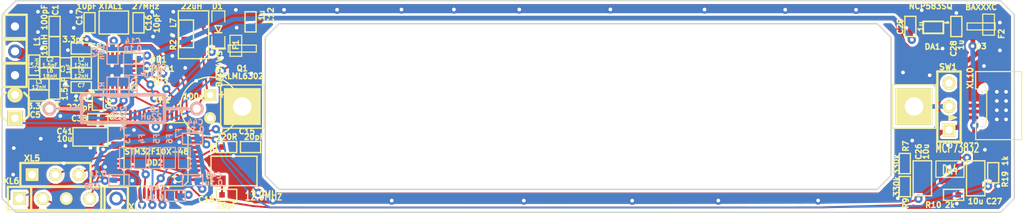
<source format=kicad_pcb>
(kicad_pcb (version 3) (host pcbnew "(2013-03-04 BZR 3984)-stable")
  (layers (15 F.Cu signal) (0 B.Cu signal) (18 B.Paste user) (19 F.Paste user) (20 B.SilkS user) (21 F.SilkS user) (22 B.Mask user) (23 F.Mask user) (28 Edge.Cuts user))
  (net 0 "")
  (net 1 +3.3V)
  (net 2 +5V)
  (net 3 +BATT)
  (net 4 /BAT)
  (net 5 /CC_CS)
  (net 6 /CC_GDO0)
  (net 7 /CC_GDO2)
  (net 8 /CC_MISO)
  (net 9 /CC_MOSI)
  (net 10 /CC_SCK)
  (net 11 /Charge)
  (net 12 /Debug)
  (net 13 /PWR_IN)
  (net 14 /RF1)
  (net 15 /RF2)
  (net 16 /RX1)
  (net 17 /SWCLK)
  (net 18 /SWDIO)
  (net 19 /TX1)
  (net 20 /UBat_2)
  (net 21 GND)
  (net 22 N-0000011)
  (net 23 N-0000013)
  (net 24 N-0000014)
  (net 25 N-0000015)
  (net 26 N-0000016)
  (net 27 N-0000017)
  (net 28 N-0000021)
  (net 29 N-0000022)
  (net 30 N-0000023)
  (net 31 N-0000024)
  (net 32 N-0000025)
  (net 33 N-0000026)
  (net 34 N-000003)
  (net 35 N-0000031)
  (net 36 N-0000032)
  (net 37 N-0000038)
  (net 38 N-000004)
  (net 39 N-0000048)
  (net 40 N-0000049)
  (net 41 N-000005)
  (net 42 N-000006)
  (net 43 N-000007)
  (net 44 N-000009)
  (module TESTPOINT_1MM (layer F.Cu) (at 179.8 142.9)
    (fp_text reference TP3 (at -1.6 -0.1) (layer F.SilkS) (effects (font (size 0.635 0.635) (thickness 0.16002))))
    (fp_text value TESTPOINT hide)
    (pad 1 smd circle (at 0 0) (size 1.00076 1.524) (layers F.Cu F.Paste F.Mask) (net 7 /CC_GDO2))
  )
  (module TESTPOINT_1MM (layer F.Cu) (at 179.8 144.8)
    (fp_text reference TP2 (at -1.4 0) (layer F.SilkS) (effects (font (size 0.635 0.635) (thickness 0.16002))))
    (fp_text value TESTPOINT hide)
    (pad 1 smd circle (at 0 0) (size 1.00076 1.524) (layers F.Cu F.Paste F.Mask) (net 6 /CC_GDO0))
  )
  (module SOT23-5 (layer F.Cu) (at 264 152.3 180)
    (fp_text reference DA4 (at 0 -0.1 180) (layer F.SilkS) (effects (font (size 1.00076 0.59944) (thickness 0.14986))))
    (fp_text value MCP73832 (at -0.8 2.3 180) (layer F.SilkS) (effects (font (size 1.00076 0.59944) (thickness 0.14986))))
    (pad 1 smd rect (at -0.9525 1.27 180) (size 0.508 0.762) (layers F.Cu F.Paste F.Mask) (net 11 /Charge))
    (pad 3 smd rect (at 0.9525 1.27 180) (size 0.508 0.762) (layers F.Cu F.Paste F.Mask) (net 3 +BATT))
    (pad 5 smd rect (at -0.9525 -1.27 180) (size 0.508 0.762) (layers F.Cu F.Paste F.Mask) (net 22 N-0000011))
    (pad 2 smd rect (at 0 1.27 180) (size 0.508 0.762) (layers F.Cu F.Paste F.Mask) (net 21 GND))
    (pad 4 smd rect (at 0.9525 -1.27 180) (size 0.508 0.762) (layers F.Cu F.Paste F.Mask) (net 2 +5V))
  )
  (module SOT23 (layer F.Cu) (at 267.387 136.799 180)
    (fp_text reference D3 (at 0 -2.159 180) (layer F.SilkS) (effects (font (size 0.59944 0.59944) (thickness 0.14986))))
    (fp_text value BAXXXC (at 0 2.10058 180) (layer F.SilkS) (effects (font (size 0.59944 0.59944) (thickness 0.14986))))
    (pad 2 smd rect (at -0.889 -1.016 180) (size 0.9144 0.9144) (layers F.Cu F.Paste F.Mask) (net 3 +BATT))
    (pad 1 smd rect (at 0.889 -1.016 180) (size 0.9144 0.9144) (layers F.Cu F.Paste F.Mask) (net 2 +5V))
    (pad 3 smd rect (at 0 1.016 180) (size 0.9144 0.9144) (layers F.Cu F.Paste F.Mask) (net 13 /PWR_IN))
  )
  (module SOT23 (layer F.Cu) (at 187.1 139.2 180)
    (fp_text reference Q1 (at 0 -2.159 180) (layer F.SilkS) (effects (font (size 0.59944 0.59944) (thickness 0.14986))))
    (fp_text value IRLML6302 (at 0.1 -3 180) (layer F.SilkS) (effects (font (size 0.59944 0.59944) (thickness 0.14986))))
    (pad 2 smd rect (at -0.889 -1.016 180) (size 0.9144 0.9144) (layers F.Cu F.Paste F.Mask) (net 3 +BATT))
    (pad 1 smd rect (at 0.889 -1.016 180) (size 0.9144 0.9144) (layers F.Cu F.Paste F.Mask) (net 37 N-0000038))
    (pad 3 smd rect (at 0 1.016 180) (size 0.9144 0.9144) (layers F.Cu F.Paste F.Mask) (net 40 N-0000049))
  )
  (module SMD0603_FUSE (layer F.Cu) (at 186.4 138.9 90)
    (fp_text reference F1 (at 0.1 0 90) (layer F.SilkS) (effects (font (size 0.6 0.6))))
    (fp_text value FUSE0R hide)
    (pad 1 smd rect (at -0.58928 0 90) (size 0.98044 1.143) (layers F.Cu F.Paste F.Mask) (net 37 N-0000038))
    (pad 2 smd rect (at 0.58928 0 90) (size 0.98044 1.143) (layers F.Cu F.Paste F.Mask) (net 40 N-0000049))
  )
  (module SMD0603_FUSE (layer B.Cu) (at 180.8 151.1 90)
    (fp_text reference F7 (at 2.7 -0.6 90) (layer B.SilkS) (effects (font (size 0.6 0.6)) (justify mirror)))
    (fp_text value FUSE0R hide)
    (pad 1 smd rect (at -0.58928 0 90) (size 0.98044 1.143) (layers B.Cu B.Paste B.Mask) (net 28 N-0000021))
    (pad 2 smd rect (at 0.58928 0 90) (size 0.98044 1.143) (layers B.Cu B.Paste B.Mask) (net 21 GND))
  )
  (module SMD0603_FUSE (layer B.Cu) (at 179.2 151.1 90)
    (fp_text reference F6 (at 2.1 0 90) (layer B.SilkS) (effects (font (size 0.6 0.6)) (justify mirror)))
    (fp_text value FUSE0R hide)
    (pad 1 smd rect (at -0.58928 0 90) (size 0.98044 1.143) (layers B.Cu B.Paste B.Mask) (net 32 N-0000025))
    (pad 2 smd rect (at 0.58928 0 90) (size 0.98044 1.143) (layers B.Cu B.Paste B.Mask) (net 21 GND))
  )
  (module SMD0603_FUSE (layer B.Cu) (at 177.6 151.1 90)
    (fp_text reference F5 (at 2.1 0.2 90) (layer B.SilkS) (effects (font (size 0.6 0.6)) (justify mirror)))
    (fp_text value FUSE0R hide)
    (pad 1 smd rect (at -0.58928 0 90) (size 0.98044 1.143) (layers B.Cu B.Paste B.Mask) (net 29 N-0000022))
    (pad 2 smd rect (at 0.58928 0 90) (size 0.98044 1.143) (layers B.Cu B.Paste B.Mask) (net 21 GND))
  )
  (module SMD0603_FUSE (layer B.Cu) (at 176 151.1 90)
    (fp_text reference F4 (at 2.1 0.2 90) (layer B.SilkS) (effects (font (size 0.6 0.6)) (justify mirror)))
    (fp_text value FUSE0R hide)
    (pad 1 smd rect (at -0.58928 0 90) (size 0.98044 1.143) (layers B.Cu B.Paste B.Mask) (net 30 N-0000023))
    (pad 2 smd rect (at 0.58928 0 90) (size 0.98044 1.143) (layers B.Cu B.Paste B.Mask) (net 21 GND))
  )
  (module SMD0603_FUSE (layer B.Cu) (at 174.4 151.1 90)
    (fp_text reference F3 (at 2.1 0.2 90) (layer B.SilkS) (effects (font (size 0.6 0.6)) (justify mirror)))
    (fp_text value FUSE0R hide)
    (pad 1 smd rect (at -0.58928 0 90) (size 0.98044 1.143) (layers B.Cu B.Paste B.Mask) (net 31 N-0000024))
    (pad 2 smd rect (at 0.58928 0 90) (size 0.98044 1.143) (layers B.Cu B.Paste B.Mask) (net 21 GND))
  )
  (module SMD0603_FUSE (layer F.Cu) (at 268.2 136.6 270)
    (fp_text reference F2 (at 1 -1.4 270) (layer F.SilkS) (effects (font (size 0.6 0.6))))
    (fp_text value FUSE0R hide)
    (pad 1 smd rect (at -0.58928 0 270) (size 0.98044 1.143) (layers F.Cu F.Paste F.Mask) (net 13 /PWR_IN))
    (pad 2 smd rect (at 0.58928 0 270) (size 0.98044 1.143) (layers F.Cu F.Paste F.Mask) (net 3 +BATT))
  )
  (module SIL1_SQUARE_4MM (layer F.Cu) (at 187.1 145.5)
    (fp_text reference XL3 hide)
    (fp_text value CONN_1 hide)
    (pad 1 thru_hole rect (at 0 0) (size 4 4) (drill 2) (layers *.Cu *.Mask F.SilkS) (net 21 GND))
  )
  (module SIL1_SQUARE_4MM (layer F.Cu) (at 260.1 145.5)
    (fp_text reference XL2 hide)
    (fp_text value CONN_1 hide)
    (pad 1 thru_hole rect (at 0 0) (size 4 4) (drill 2) (layers *.Cu *.Mask F.SilkS) (net 4 /BAT))
  )
  (module SIL-4 (layer F.Cu) (at 166.7 155.5)
    (fp_text reference XL6 (at -4.7 -1.9) (layer F.SilkS) (effects (font (size 0.635 0.635) (thickness 0.16002))))
    (fp_text value ST_SWD hide)
    (pad 1 thru_hole rect (at -3.81 0) (size 1.39954 1.39954) (drill 0.899159) (layers *.Cu *.Mask F.SilkS) (net 1 +3.3V))
    (pad 2 thru_hole circle (at -1.27 0) (size 1.39954 1.39954) (drill 0.899159) (layers *.Cu *.Mask F.SilkS) (net 17 /SWCLK))
    (pad 3 thru_hole circle (at 1.27 0) (size 1.39954 1.39954) (drill 0.899159) (layers *.Cu *.Mask F.SilkS) (net 21 GND))
    (pad 4 thru_hole circle (at 3.81 0) (size 1.39954 1.39954) (drill 0.899159) (layers *.Cu *.Mask F.SilkS) (net 18 /SWDIO))
  )
  (module SIL-3 (layer F.Cu) (at 263.9 145.5 90)
    (fp_text reference SW1 (at 4.3 -0.1 180) (layer F.SilkS) (effects (font (size 0.635 0.635) (thickness 0.16002))))
    (fp_text value SWITCH hide)
    (pad 1 thru_hole rect (at -2.54 0 90) (size 1.397 1.397) (drill 0.812799) (layers *.Cu *.Mask F.SilkS) (net 3 +BATT))
    (pad 2 thru_hole circle (at 0 0 90) (size 1.397 1.397) (drill 0.812799) (layers *.Cu *.Mask F.SilkS) (net 4 /BAT))
    (pad 3 thru_hole circle (at 2.54 0 90) (size 1.397 1.397) (drill 0.812799) (layers *.Cu *.Mask F.SilkS))
  )
  (module SIL-3 (layer F.Cu) (at 166.8 152.9)
    (fp_text reference XL5 (at -2.54 -1.778) (layer F.SilkS) (effects (font (size 0.635 0.635) (thickness 0.16002))))
    (fp_text value CONN_3 hide)
    (pad 1 thru_hole rect (at -2.54 0) (size 1.397 1.397) (drill 0.812799) (layers *.Cu *.Mask F.SilkS) (net 21 GND))
    (pad 2 thru_hole circle (at 0 0) (size 1.397 1.397) (drill 0.812799) (layers *.Cu *.Mask F.SilkS) (net 19 /TX1))
    (pad 3 thru_hole circle (at 2.54 0) (size 1.397 1.397) (drill 0.812799) (layers *.Cu *.Mask F.SilkS) (net 16 /RX1))
  )
  (module SIL-1 (layer F.Cu) (at 162.4 136.8)
    (fp_text reference XL1 hide)
    (fp_text value CONN_1 hide)
    (pad 1 thru_hole circle (at 0 0) (size 1.50114 1.50114) (drill 0.899159) (layers *.Cu *.Mask) (net 21 GND))
  )
  (module SIL-1 (layer F.Cu) (at 162.4 139.5)
    (fp_text reference XL4 hide)
    (fp_text value CONN_1 hide)
    (pad 1 thru_hole circle (at 0 0) (size 1.50114 1.50114) (drill 0.899159) (layers *.Cu *.Mask) (net 24 N-0000014))
  )
  (module SIL-1 (layer F.Cu) (at 173.4 155.5)
    (fp_text reference XL7 (at 2.2 0.9) (layer F.SilkS) (effects (font (size 0.635 0.635) (thickness 0.16002))))
    (fp_text value CONN_1 hide)
    (pad 1 thru_hole circle (at 0 0) (size 1.50114 1.50114) (drill 0.899159) (layers *.Cu *.Mask) (net 12 /Debug))
  )
  (module SIL-1 (layer F.Cu) (at 162.4 142.1)
    (fp_text reference XL8 hide)
    (fp_text value CONN_1 hide)
    (pad 1 thru_hole circle (at 0 0) (size 1.50114 1.50114) (drill 0.899159) (layers *.Cu *.Mask) (net 21 GND))
  )
  (module SC82AB (layer F.Cu) (at 262.187 136.899 270)
    (fp_text reference DA1 (at 2.1007 0.0866 360) (layer F.SilkS) (effects (font (size 0.59944 0.59944) (thickness 0.14986))))
    (fp_text value NCP583SQ (at -2.2993 0.2866 360) (layer F.SilkS) (effects (font (size 0.59944 0.59944) (thickness 0.14986))))
    (pad 1 smd rect (at -0.94996 -0.65024 270) (size 0.89916 0.70104) (layers F.Cu F.Paste F.Mask) (net 13 /PWR_IN))
    (pad 2 smd oval (at -0.94996 0.65024 270) (size 0.89916 0.70104) (layers F.Cu F.Paste F.Mask) (net 21 GND))
    (pad 3 smd oval (at 0.94996 0.65024 270) (size 0.89916 0.70104) (layers F.Cu F.Paste F.Mask) (net 1 +3.3V))
    (pad 4 smd oval (at 0.94996 -0.65024 270) (size 0.89916 0.70104) (layers F.Cu F.Paste F.Mask) (net 13 /PWR_IN))
  )
  (module RES_0603 (layer F.Cu) (at 181 137.6 270)
    (fp_text reference R2 (at 1.2 1.4 270) (layer F.SilkS) (effects (font (size 0.6 0.6))))
    (fp_text value * (at 0.09906 1.39954 270) (layer F.SilkS) (effects (font (size 0.6 0.6))))
    (pad 1 smd rect (at -0.762 0 270) (size 0.889 1.016) (layers F.Cu F.Paste F.Mask) (net 40 N-0000049))
    (pad 2 smd rect (at 0.762 0 270) (size 0.889 1.016) (layers F.Cu F.Paste F.Mask) (net 39 N-0000048))
  )
  (module LQFP48 (layer F.Cu) (at 177.7 150.7 180)
    (fp_text reference DD2 (at 0.1 -0.9 180) (layer F.SilkS) (effects (font (size 0.59944 0.59944) (thickness 0.14986))))
    (fp_text value STM32F10X-48 (at -0.1 0.3 180) (layer F.SilkS) (effects (font (size 0.59944 0.59944) (thickness 0.14986))))
    (pad 1 smd rect (at -4.24942 -2.75082 180) (size 1.19888 0.29972) (layers F.Cu F.Paste F.Mask) (net 1 +3.3V))
    (pad 2 smd oval (at -4.24942 -2.25298 180) (size 1.19888 0.29972) (layers F.Cu F.Paste F.Mask))
    (pad 3 smd oval (at -4.24942 -1.7526 180) (size 1.19888 0.29972) (layers F.Cu F.Paste F.Mask))
    (pad 4 smd oval (at -4.24942 -1.25222 180) (size 1.19888 0.29972) (layers F.Cu F.Paste F.Mask))
    (pad 5 smd oval (at -4.24942 -0.75184 180) (size 1.19888 0.29972) (layers F.Cu F.Paste F.Mask) (net 35 N-0000031))
    (pad 6 smd oval (at -4.24942 -0.25146 180) (size 1.19888 0.29972) (layers F.Cu F.Paste F.Mask) (net 33 N-0000026))
    (pad 7 smd oval (at -4.24942 0.24892 180) (size 1.19888 0.29972) (layers F.Cu F.Paste F.Mask))
    (pad 8 smd oval (at -4.24942 0.7493 180) (size 1.19888 0.29972) (layers F.Cu F.Paste F.Mask) (net 21 GND))
    (pad 9 smd oval (at -4.24942 1.24714 180) (size 1.19888 0.29972) (layers F.Cu F.Paste F.Mask) (net 1 +3.3V))
    (pad 10 smd oval (at -4.24942 1.74752 180) (size 1.19888 0.29972) (layers F.Cu F.Paste F.Mask) (net 43 N-000007))
    (pad 11 smd oval (at -4.24942 2.2479 180) (size 1.19888 0.29972) (layers F.Cu F.Paste F.Mask) (net 20 /UBat_2))
    (pad 12 smd oval (at -4.25196 2.74828 180) (size 1.19888 0.29972) (layers F.Cu F.Paste F.Mask) (net 5 /CC_CS))
    (pad 13 smd oval (at -2.74574 4.24942 270) (size 1.19888 0.29972) (layers F.Cu F.Paste F.Mask) (net 7 /CC_GDO2))
    (pad 14 smd oval (at -2.2479 4.24942 270) (size 1.19888 0.29972) (layers F.Cu F.Paste F.Mask) (net 6 /CC_GDO0))
    (pad 15 smd oval (at -1.74752 4.24942 270) (size 1.19888 0.29972) (layers F.Cu F.Paste F.Mask) (net 10 /CC_SCK))
    (pad 16 smd oval (at -1.24714 4.24942 270) (size 1.19888 0.29972) (layers F.Cu F.Paste F.Mask) (net 8 /CC_MISO))
    (pad 17 smd oval (at -0.74676 4.24942 270) (size 1.19888 0.29972) (layers F.Cu F.Paste F.Mask) (net 9 /CC_MOSI))
    (pad 18 smd oval (at -0.24638 4.24942 270) (size 1.19888 0.29972) (layers F.Cu F.Paste F.Mask) (net 37 N-0000038))
    (pad 19 smd oval (at 0.254 4.24942 270) (size 1.19888 0.29972) (layers F.Cu F.Paste F.Mask))
    (pad 20 smd oval (at 0.75184 4.24942 270) (size 1.19888 0.29972) (layers F.Cu F.Paste F.Mask))
    (pad 21 smd oval (at 1.25222 4.24942 270) (size 1.19888 0.29972) (layers F.Cu F.Paste F.Mask))
    (pad 22 smd oval (at 1.7526 4.24942 270) (size 1.19888 0.29972) (layers F.Cu F.Paste F.Mask))
    (pad 23 smd oval (at 2.25044 4.24942 270) (size 1.19888 0.29972) (layers F.Cu F.Paste F.Mask) (net 21 GND))
    (pad 24 smd oval (at 2.75082 4.24942 270) (size 1.19888 0.29972) (layers F.Cu F.Paste F.Mask) (net 1 +3.3V))
    (pad 25 smd oval (at 4.25196 2.75082 180) (size 1.19888 0.29972) (layers F.Cu F.Paste F.Mask))
    (pad 26 smd oval (at 4.25196 2.25044 180) (size 1.19888 0.29972) (layers F.Cu F.Paste F.Mask))
    (pad 27 smd oval (at 4.25196 1.75006 180) (size 1.19888 0.29972) (layers F.Cu F.Paste F.Mask))
    (pad 28 smd oval (at 4.25196 1.24968 180) (size 1.19888 0.29972) (layers F.Cu F.Paste F.Mask))
    (pad 29 smd oval (at 4.25196 0.7493 180) (size 1.19888 0.29972) (layers F.Cu F.Paste F.Mask))
    (pad 30 smd oval (at 4.25196 0.24892 180) (size 1.19888 0.29972) (layers F.Cu F.Paste F.Mask) (net 19 /TX1))
    (pad 31 smd oval (at 4.25196 -0.25146 180) (size 1.19888 0.29972) (layers F.Cu F.Paste F.Mask) (net 16 /RX1))
    (pad 32 smd oval (at 4.25196 -0.7493 180) (size 1.19888 0.29972) (layers F.Cu F.Paste F.Mask))
    (pad 33 smd oval (at 4.25196 -1.24968 180) (size 1.19888 0.29972) (layers F.Cu F.Paste F.Mask) (net 11 /Charge))
    (pad 34 smd oval (at 4.25196 -1.75006 180) (size 1.19888 0.29972) (layers F.Cu F.Paste F.Mask) (net 18 /SWDIO))
    (pad 35 smd oval (at 4.25196 -2.25044 180) (size 1.19888 0.29972) (layers F.Cu F.Paste F.Mask) (net 21 GND))
    (pad 36 smd oval (at 4.25196 -2.75082 180) (size 1.19888 0.29972) (layers F.Cu F.Paste F.Mask) (net 1 +3.3V))
    (pad 37 smd oval (at 2.75082 -4.24942 270) (size 1.19888 0.29972) (layers F.Cu F.Paste F.Mask) (net 17 /SWCLK))
    (pad 38 smd oval (at 2.25044 -4.24942 270) (size 1.19888 0.29972) (layers F.Cu F.Paste F.Mask) (net 12 /Debug))
    (pad 39 smd oval (at 1.75006 -4.24942 270) (size 1.19888 0.29972) (layers F.Cu F.Paste F.Mask) (net 31 N-0000024))
    (pad 40 smd oval (at 1.24968 -4.24942 270) (size 1.19888 0.29972) (layers F.Cu F.Paste F.Mask) (net 30 N-0000023))
    (pad 41 smd oval (at 0.7493 -4.24942 270) (size 1.19888 0.29972) (layers F.Cu F.Paste F.Mask) (net 29 N-0000022))
    (pad 42 smd oval (at 0.24892 -4.24942 270) (size 1.19888 0.29972) (layers F.Cu F.Paste F.Mask) (net 32 N-0000025))
    (pad 43 smd oval (at -0.24892 -4.24942 270) (size 1.19888 0.29972) (layers F.Cu F.Paste F.Mask) (net 28 N-0000021))
    (pad 44 smd oval (at -0.7493 -4.24942 270) (size 1.19888 0.29972) (layers F.Cu F.Paste F.Mask) (net 21 GND))
    (pad 45 smd oval (at -1.24968 -4.24942 270) (size 1.19888 0.29972) (layers F.Cu F.Paste F.Mask))
    (pad 46 smd oval (at -1.75006 -4.24942 270) (size 1.19888 0.29972) (layers F.Cu F.Paste F.Mask))
    (pad 47 smd oval (at -2.25044 -4.24942 270) (size 1.19888 0.29972) (layers F.Cu F.Paste F.Mask) (net 21 GND))
    (pad 48 smd oval (at -2.75082 -4.24942 270) (size 1.19888 0.29972) (layers F.Cu F.Paste F.Mask) (net 1 +3.3V))
  )
  (module LED-3MM (layer F.Cu) (at 162.4 145.5 90)
    (fp_text reference D2 hide)
    (fp_text value LED hide)
    (pad A thru_hole rect (at -1.27 0 90) (size 1.6764 1.6764) (drill 0.812799) (layers *.Cu *.Mask F.SilkS) (net 39 N-0000048))
    (pad C thru_hole circle (at 1.27 0 90) (size 1.6764 1.6764) (drill 0.812799) (layers *.Cu *.Mask F.SilkS) (net 21 GND))
  )
  (module IND_1210 (layer F.Cu) (at 181.8 137.7 90)
    (fp_text reference L7 (at 1.3 -2.2 90) (layer F.SilkS) (effects (font (size 0.6 0.6))))
    (fp_text value 22uH (at 3.1 -0.2 180) (layer F.SilkS) (effects (font (size 0.6 0.6))))
    (pad 1 smd rect (at -1.524 0 90) (size 1.524 2.667) (layers F.Cu F.Paste F.Mask) (net 39 N-0000048))
    (pad 2 smd rect (at 1.524 0 90) (size 1.524 2.667) (layers F.Cu F.Paste F.Mask) (net 40 N-0000049))
  )
  (module DIODE_SOD323 (layer F.Cu) (at 184.5 137.1 90)
    (fp_text reference D1 (at 2.5 -0.1 180) (layer F.SilkS) (effects (font (size 0.59944 0.59944) (thickness 0.14986))))
    (fp_text value BAT54WS (at -4.3 0.1 90) (layer F.SilkS) (effects (font (size 0.59944 0.59944) (thickness 0.14986))))
    (pad C smd rect (at -1.30048 0 90) (size 1.00076 1.00076) (layers F.Cu F.Paste F.Mask) (net 40 N-0000049))
    (pad A smd rect (at 1.30048 0 90) (size 1.00076 1.00076) (layers F.Cu F.Paste F.Mask) (net 21 GND))
  )
  (module CRYSTAL_0503x4-4 (layer F.Cu) (at 186.2 152.5)
    (fp_text reference XTAL2 hide)
    (fp_text value 12.0MHz (at 3.2 2.7) (layer F.SilkS) (effects (font (size 1.00076 0.635) (thickness 0.14986))))
    (pad 1 smd rect (at -1.84912 1.09982) (size 1.89992 1.19888) (layers F.Cu F.Paste F.Mask) (net 35 N-0000031))
    (pad H smd rect (at 1.84912 1.09982) (size 1.89992 1.19888) (layers F.Cu F.Paste F.Mask) (net 21 GND))
    (pad 2 smd rect (at 1.84912 -1.09982) (size 1.89992 1.19888) (layers F.Cu F.Paste F.Mask) (net 36 N-0000032))
    (pad H smd rect (at -1.84912 -1.09982) (size 1.89992 1.19888) (layers F.Cu F.Paste F.Mask) (net 21 GND))
  )
  (module CRYSTAL_03225C4 (layer F.Cu) (at 173.1407 136.3695 180)
    (fp_text reference XTAL1 (at 0.3407 1.7695 180) (layer F.SilkS) (effects (font (size 0.59944 0.59944) (thickness 0.14986))))
    (fp_text value 27MHz (at -3.4593 1.7695 180) (layer F.SilkS) (effects (font (size 0.59944 0.59944) (thickness 0.14986))))
    (pad 1 smd rect (at -1.09982 0.8509 180) (size 1.39954 1.19888) (layers F.Cu F.Paste F.Mask) (net 26 N-0000016))
    (pad H smd rect (at 1.09982 0.8509 180) (size 1.39954 1.19888) (layers F.Cu F.Paste F.Mask) (net 21 GND))
    (pad 2 smd rect (at 1.09982 -0.8509 180) (size 1.39954 1.19888) (layers F.Cu F.Paste F.Mask) (net 34 N-000003))
    (pad H smd rect (at -1.09982 -0.8509 180) (size 1.39954 1.19888) (layers F.Cu F.Paste F.Mask) (net 21 GND))
  )
  (module CAP_0805 (layer F.Cu) (at 261 153.3 270)
    (fp_text reference C26 (at -2.9 0.4 270) (layer F.SilkS) (effects (font (size 0.6 0.6))))
    (fp_text value 10u (at -2.9 -0.4 270) (layer F.SilkS) (effects (font (size 0.6 0.6))))
    (pad 1 smd rect (at -1.016 0 270) (size 1.143 1.397) (layers F.Cu F.Paste F.Mask) (net 3 +BATT))
    (pad 2 smd rect (at 1.016 0 270) (size 1.143 1.397) (layers F.Cu F.Paste F.Mask) (net 21 GND))
  )
  (module CAP_0805 (layer F.Cu) (at 170.6 148.8 180)
    (fp_text reference C41 (at 2.8 0.6 180) (layer F.SilkS) (effects (font (size 0.6 0.6))))
    (fp_text value 10u (at 2.8 -0.2 180) (layer F.SilkS) (effects (font (size 0.6 0.6))))
    (pad 1 smd rect (at -1.016 0 180) (size 1.143 1.397) (layers F.Cu F.Paste F.Mask) (net 1 +3.3V))
    (pad 2 smd rect (at 1.016 0 180) (size 1.143 1.397) (layers F.Cu F.Paste F.Mask) (net 21 GND))
  )
  (module CAP_0805 (layer F.Cu) (at 266.8 153.3 270)
    (fp_text reference C27 (at 2.5 -2 360) (layer F.SilkS) (effects (font (size 0.6 0.6))))
    (fp_text value 10u (at 2.5 0 360) (layer F.SilkS) (effects (font (size 0.6 0.6))))
    (pad 1 smd rect (at -1.016 0 270) (size 1.143 1.397) (layers F.Cu F.Paste F.Mask) (net 2 +5V))
    (pad 2 smd rect (at 1.016 0 270) (size 1.143 1.397) (layers F.Cu F.Paste F.Mask) (net 21 GND))
  )
  (module CAP_06xxR (layer F.Cu) (at 183.6 145.5 270)
    (fp_text reference C13 (at 0 -3.7 270) (layer F.SilkS) (effects (font (size 0.6 0.6))))
    (fp_text value 100u (at -1.1 1.8 360) (layer F.SilkS) (effects (font (size 0.6 0.6))))
    (pad 1 thru_hole rect (at -1.25 0 270) (size 1.3 1.3) (drill 0.699999) (layers *.Cu *.Mask F.SilkS) (net 39 N-0000048))
    (pad 2 thru_hole circle (at 1.25 0 270) (size 1.3 1.3) (drill 0.699999) (layers *.Cu *.Mask F.SilkS) (net 21 GND))
  )
  (module IND_0402 (layer F.Cu) (at 166.7 139 270)
    (fp_text reference L1 (at -0.6 1.9 270) (layer F.SilkS) (effects (font (size 0.6 0.6))))
    (fp_text value 18nH (at -0.2 1.1 270) (layer F.SilkS) (effects (font (size 0.6 0.6))))
    (pad 1 smd rect (at -0.5 0 270) (size 0.6 0.6) (layers F.Cu F.Paste F.Mask) (net 42 N-000006))
    (pad 2 smd rect (at 0.5 0 270) (size 0.6 0.6) (layers F.Cu F.Paste F.Mask) (net 44 N-000009))
  )
  (module IND_0402 (layer F.Cu) (at 166.2 141.9)
    (fp_text reference L6 (at 0 -0.3) (layer F.SilkS) (effects (font (size 0.4 0.4) (thickness 0.1))))
    (fp_text value 18nH (at 0 0.3) (layer F.SilkS) (effects (font (size 0.4 0.4) (thickness 0.1))))
    (pad 1 smd rect (at -0.5 0) (size 0.6 0.6) (layers F.Cu F.Paste F.Mask) (net 25 N-0000015))
    (pad 2 smd rect (at 0.5 0) (size 0.6 0.6) (layers F.Cu F.Paste F.Mask) (net 27 N-0000017))
  )
  (module IND_0402 (layer F.Cu) (at 164.5 141 270)
    (fp_text reference L4 (at 0 0.3 270) (layer F.SilkS) (effects (font (size 0.4 0.4) (thickness 0.1))))
    (fp_text value 12nH (at 0 -0.3 270) (layer F.SilkS) (effects (font (size 0.4 0.4) (thickness 0.1))))
    (pad 1 smd rect (at -0.5 0 270) (size 0.6 0.6) (layers F.Cu F.Paste F.Mask) (net 24 N-0000014))
    (pad 2 smd rect (at 0.5 0 270) (size 0.6 0.6) (layers F.Cu F.Paste F.Mask) (net 23 N-0000013))
  )
  (module IND_0402 (layer F.Cu) (at 165 143.1)
    (fp_text reference L3 (at 0 -0.3) (layer F.SilkS) (effects (font (size 0.4 0.4) (thickness 0.1))))
    (fp_text value 12nH (at 0 0.3) (layer F.SilkS) (effects (font (size 0.4 0.4) (thickness 0.1))))
    (pad 1 smd rect (at -0.5 0) (size 0.6 0.6) (layers F.Cu F.Paste F.Mask) (net 23 N-0000013))
    (pad 2 smd rect (at 0.5 0) (size 0.6 0.6) (layers F.Cu F.Paste F.Mask) (net 25 N-0000015))
  )
  (module IND_0402 (layer F.Cu) (at 169.6 141.9)
    (fp_text reference L5 (at 0 -0.3) (layer F.SilkS) (effects (font (size 0.4 0.4) (thickness 0.1))))
    (fp_text value 12nH (at 0 0.3) (layer F.SilkS) (effects (font (size 0.4 0.4) (thickness 0.1))))
    (pad 1 smd rect (at -0.5 0) (size 0.6 0.6) (layers F.Cu F.Paste F.Mask) (net 27 N-0000017))
    (pad 2 smd rect (at 0.5 0) (size 0.6 0.6) (layers F.Cu F.Paste F.Mask) (net 15 /RF2))
  )
  (module IND_0402 (layer F.Cu) (at 169.6 140.7)
    (fp_text reference L2 (at 0 -0.3) (layer F.SilkS) (effects (font (size 0.4 0.4) (thickness 0.1))))
    (fp_text value 12nH (at 0 0.3) (layer F.SilkS) (effects (font (size 0.4 0.4) (thickness 0.1))))
    (pad 1 smd rect (at -0.5 0) (size 0.6 0.6) (layers F.Cu F.Paste F.Mask) (net 44 N-000009))
    (pad 2 smd rect (at 0.5 0) (size 0.6 0.6) (layers F.Cu F.Paste F.Mask) (net 14 /RF1))
  )
  (module CAP_0402 (layer F.Cu) (at 167.9 141.3 270)
    (fp_text reference C3 (at 0.1 0.3 270) (layer F.SilkS) (effects (font (size 0.4 0.4) (thickness 0.1))))
    (fp_text value 1pF (at 0.1 -0.3 270) (layer F.SilkS) (effects (font (size 0.4 0.4) (thickness 0.1))))
    (pad 1 smd rect (at -0.5 0 270) (size 0.6 0.6) (layers F.Cu F.Paste F.Mask) (net 44 N-000009))
    (pad 2 smd rect (at 0.5 0 270) (size 0.6 0.6) (layers F.Cu F.Paste F.Mask) (net 27 N-0000017))
  )
  (module CAP_0402 (layer F.Cu) (at 166.7 136.8 270)
    (fp_text reference C1 (at -1.8 -0.1 270) (layer F.SilkS) (effects (font (size 0.6 0.6))))
    (fp_text value 100pF (at -1 1.1 270) (layer F.SilkS) (effects (font (size 0.6 0.6))))
    (pad 1 smd rect (at -0.5 0 270) (size 0.6 0.6) (layers F.Cu F.Paste F.Mask) (net 21 GND))
    (pad 2 smd rect (at 0.5 0 270) (size 0.6 0.6) (layers F.Cu F.Paste F.Mask) (net 42 N-000006))
  )
  (module CAP_0402 (layer F.Cu) (at 166.2 140.7)
    (fp_text reference C2 (at 0 -0.3) (layer F.SilkS) (effects (font (size 0.4 0.4) (thickness 0.1))))
    (fp_text value 1.5pF (at 0 0.3) (layer F.SilkS) (effects (font (size 0.4 0.4) (thickness 0.1))))
    (pad 1 smd rect (at -0.5 0) (size 0.6 0.6) (layers F.Cu F.Paste F.Mask) (net 25 N-0000015))
    (pad 2 smd rect (at 0.5 0) (size 0.6 0.6) (layers F.Cu F.Paste F.Mask) (net 44 N-000009))
  )
  (module CAP_0402 (layer F.Cu) (at 166.7 143.6 270)
    (fp_text reference C4 (at 1.8 -0.3 270) (layer F.SilkS) (effects (font (size 0.6 0.6))))
    (fp_text value 1.5pF (at 0 -1.1 270) (layer F.SilkS) (effects (font (size 0.6 0.6))))
    (pad 1 smd rect (at -0.5 0 270) (size 0.6 0.6) (layers F.Cu F.Paste F.Mask) (net 27 N-0000017))
    (pad 2 smd rect (at 0.5 0 270) (size 0.6 0.6) (layers F.Cu F.Paste F.Mask) (net 21 GND))
  )
  (module CAP_0402 (layer F.Cu) (at 165 144.3)
    (fp_text reference C5 (at -0.4 2.1) (layer F.SilkS) (effects (font (size 0.6 0.6))))
    (fp_text value 3.3pF (at 0 1.15) (layer F.SilkS) (effects (font (size 0.6 0.6))))
    (pad 1 smd rect (at -0.5 0) (size 0.6 0.6) (layers F.Cu F.Paste F.Mask) (net 23 N-0000013))
    (pad 2 smd rect (at 0.5 0) (size 0.6 0.6) (layers F.Cu F.Paste F.Mask) (net 21 GND))
  )
  (module CAP_0402 (layer B.Cu) (at 173 139.8 270)
    (fp_text reference C9 (at -0.2 2 270) (layer B.SilkS) (effects (font (size 0.6 0.6)) (justify mirror)))
    (fp_text value 10n (at -0.2 1.2 270) (layer B.SilkS) (effects (font (size 0.6 0.6)) (justify mirror)))
    (pad 1 smd rect (at -0.5 0 270) (size 0.6 0.6) (layers B.Cu B.Paste B.Mask) (net 1 +3.3V))
    (pad 2 smd rect (at 0.5 0 270) (size 0.6 0.6) (layers B.Cu B.Paste B.Mask) (net 21 GND))
  )
  (module CAP_0402 (layer F.Cu) (at 169.6 139.2 180)
    (fp_text reference C8 (at -1.6 0.2 180) (layer F.SilkS) (effects (font (size 0.6 0.6))))
    (fp_text value 3.3pF (at 0.8 1 180) (layer F.SilkS) (effects (font (size 0.6 0.6))))
    (pad 1 smd rect (at -0.5 0 180) (size 0.6 0.6) (layers F.Cu F.Paste F.Mask) (net 1 +3.3V))
    (pad 2 smd rect (at 0.5 0 180) (size 0.6 0.6) (layers F.Cu F.Paste F.Mask) (net 21 GND))
  )
  (module IND_HOLE_M (layer B.Cu) (at 174.1485 145.731 180)
    (fp_text reference L8 (at -3.4515 -0.069 180) (layer B.SilkS) (effects (font (size 0.59944 0.59944) (thickness 0.14986)) (justify mirror)))
    (fp_text value 22uH (at -3.0515 -0.869 180) (layer B.SilkS) (effects (font (size 0.59944 0.59944) (thickness 0.14986)) (justify mirror)))
    (pad 1 thru_hole circle (at -8.001 0 180) (size 1.50114 1.50114) (drill 0.899159) (layers *.Cu *.Mask B.SilkS) (net 39 N-0000048))
    (pad 2 thru_hole circle (at 8.001 0 180) (size 1.50114 1.50114) (drill 0.899159) (layers *.Cu *.Mask B.SilkS) (net 40 N-0000049))
  )
  (module RES_0402 (layer F.Cu) (at 259.1 154.2 270)
    (fp_text reference R9 (at 1.8 -0.1 270) (layer F.SilkS) (effects (font (size 0.59944 0.59944) (thickness 0.14986))))
    (fp_text value 330k (at 0 0.9 270) (layer F.SilkS) (effects (font (size 0.59944 0.59944) (thickness 0.14986))))
    (pad 1 smd rect (at -0.5 0 270) (size 0.6 0.6) (layers F.Cu F.Paste F.Mask) (net 20 /UBat_2))
    (pad 2 smd rect (at 0.5 0 270) (size 0.6 0.6) (layers F.Cu F.Paste F.Mask) (net 21 GND))
  )
  (module RES_0402 (layer F.Cu) (at 259.1 151.7 270)
    (fp_text reference R7 (at -1.9 -0.1 270) (layer F.SilkS) (effects (font (size 0.59944 0.59944) (thickness 0.14986))))
    (fp_text value 330k (at 0.1 0.9 270) (layer F.SilkS) (effects (font (size 0.59944 0.59944) (thickness 0.14986))))
    (pad 1 smd rect (at -0.5 0 270) (size 0.6 0.6) (layers F.Cu F.Paste F.Mask) (net 3 +BATT))
    (pad 2 smd rect (at 0.5 0 270) (size 0.6 0.6) (layers F.Cu F.Paste F.Mask) (net 20 /UBat_2))
  )
  (module RES_0402 (layer F.Cu) (at 264.4 155.1 180)
    (fp_text reference R10 (at 2.2 -1.1 180) (layer F.SilkS) (effects (font (size 0.59944 0.59944) (thickness 0.14986))))
    (fp_text value 2k (at 0.4 -1.1 180) (layer F.SilkS) (effects (font (size 0.59944 0.59944) (thickness 0.14986))))
    (pad 1 smd rect (at -0.5 0 180) (size 0.6 0.6) (layers F.Cu F.Paste F.Mask) (net 22 N-0000011))
    (pad 2 smd rect (at 0.5 0 180) (size 0.6 0.6) (layers F.Cu F.Paste F.Mask) (net 21 GND))
  )
  (module RES_0402 (layer F.Cu) (at 268.7 152.7 90)
    (fp_text reference R19 (at -0.7 1.3 90) (layer F.SilkS) (effects (font (size 0.59944 0.59944) (thickness 0.14986))))
    (fp_text value 1k (at 1.3 1.3 90) (layer F.SilkS) (effects (font (size 0.59944 0.59944) (thickness 0.14986))))
    (pad 1 smd rect (at -0.5 0 90) (size 0.6 0.6) (layers F.Cu F.Paste F.Mask) (net 43 N-000007))
    (pad 2 smd rect (at 0.5 0 90) (size 0.6 0.6) (layers F.Cu F.Paste F.Mask) (net 2 +5V))
  )
  (module RES_0402 (layer B.Cu) (at 173 143.4 90)
    (fp_text reference R1 (at 0 -1.2 90) (layer B.SilkS) (effects (font (size 0.59944 0.59944) (thickness 0.14986)) (justify mirror)))
    (fp_text value 56k (at -2.8 0.2 90) (layer B.SilkS) (effects (font (size 0.59944 0.59944) (thickness 0.14986)) (justify mirror)))
    (pad 1 smd rect (at -0.5 0 90) (size 0.6 0.6) (layers B.Cu B.Paste B.Mask) (net 41 N-000005))
    (pad 2 smd rect (at 0.5 0 90) (size 0.6 0.6) (layers B.Cu B.Paste B.Mask) (net 21 GND))
  )
  (module CAP_0402 (layer F.Cu) (at 264.7 136.8 90)
    (fp_text reference C28 (at -2.4 -0.3 90) (layer F.SilkS) (effects (font (size 0.6 0.6))))
    (fp_text value 1u (at -2 0.5 90) (layer F.SilkS) (effects (font (size 0.6 0.6))))
    (pad 1 smd rect (at -0.5 0 90) (size 0.6 0.6) (layers F.Cu F.Paste F.Mask) (net 13 /PWR_IN))
    (pad 2 smd rect (at 0.5 0 90) (size 0.6 0.6) (layers F.Cu F.Paste F.Mask) (net 21 GND))
  )
  (module CAP_0402 (layer F.Cu) (at 171.4 144.8 270)
    (fp_text reference C6 (at 0.4 -1.2 270) (layer F.SilkS) (effects (font (size 0.6 0.6))))
    (fp_text value 220pF (at 0.8 2 360) (layer F.SilkS) (effects (font (size 0.6 0.6))))
    (pad 1 smd rect (at -0.5 0 270) (size 0.6 0.6) (layers F.Cu F.Paste F.Mask) (net 1 +3.3V))
    (pad 2 smd rect (at 0.5 0 270) (size 0.6 0.6) (layers F.Cu F.Paste F.Mask) (net 21 GND))
  )
  (module CAP_0402 (layer F.Cu) (at 170.5 136.4 90)
    (fp_text reference C17 (at 0.6 -1.1 90) (layer F.SilkS) (effects (font (size 0.6 0.6))))
    (fp_text value 10pF (at 1.8 -0.3 180) (layer F.SilkS) (effects (font (size 0.6 0.6))))
    (pad 1 smd rect (at -0.5 0 90) (size 0.6 0.6) (layers F.Cu F.Paste F.Mask) (net 34 N-000003))
    (pad 2 smd rect (at 0.5 0 90) (size 0.6 0.6) (layers F.Cu F.Paste F.Mask) (net 21 GND))
  )
  (module CAP_0402 (layer F.Cu) (at 175.8248 136.4075 270)
    (fp_text reference C16 (at 0 -1.1 270) (layer F.SilkS) (effects (font (size 0.6 0.6))))
    (fp_text value 10pF (at -0.0075 -1.9752 270) (layer F.SilkS) (effects (font (size 0.6 0.6))))
    (pad 1 smd rect (at -0.5 0 270) (size 0.6 0.6) (layers F.Cu F.Paste F.Mask) (net 26 N-0000016))
    (pad 2 smd rect (at 0.5 0 270) (size 0.6 0.6) (layers F.Cu F.Paste F.Mask) (net 21 GND))
  )
  (module CAP_0402 (layer B.Cu) (at 181.7 149 180)
    (fp_text reference C44 (at -0.3 1.8 180) (layer B.SilkS) (effects (font (size 0.6 0.6)) (justify mirror)))
    (fp_text value 0.1u (at -0.3 1 180) (layer B.SilkS) (effects (font (size 0.6 0.6)) (justify mirror)))
    (pad 1 smd rect (at -0.5 0 180) (size 0.6 0.6) (layers B.Cu B.Paste B.Mask) (net 1 +3.3V))
    (pad 2 smd rect (at 0.5 0 180) (size 0.6 0.6) (layers B.Cu B.Paste B.Mask) (net 21 GND))
  )
  (module CAP_0402 (layer B.Cu) (at 181.7 153.5 180)
    (fp_text reference C43 (at -2.3 0.5 180) (layer B.SilkS) (effects (font (size 0.6 0.6)) (justify mirror)))
    (fp_text value 0.1u (at -2.3 -0.3 180) (layer B.SilkS) (effects (font (size 0.6 0.6)) (justify mirror)))
    (pad 1 smd rect (at -0.5 0 180) (size 0.6 0.6) (layers B.Cu B.Paste B.Mask) (net 1 +3.3V))
    (pad 2 smd rect (at 0.5 0 180) (size 0.6 0.6) (layers B.Cu B.Paste B.Mask) (net 21 GND))
  )
  (module CAP_0402 (layer B.Cu) (at 179.8 155.2 180)
    (fp_text reference C40 (at 2 0.8 180) (layer B.SilkS) (effects (font (size 0.6 0.6)) (justify mirror)))
    (fp_text value 0.1u (at 2.2 -0.2 180) (layer B.SilkS) (effects (font (size 0.6 0.6)) (justify mirror)))
    (pad 1 smd rect (at -0.5 0 180) (size 0.6 0.6) (layers B.Cu B.Paste B.Mask) (net 1 +3.3V))
    (pad 2 smd rect (at 0.5 0 180) (size 0.6 0.6) (layers B.Cu B.Paste B.Mask) (net 21 GND))
  )
  (module CAP_0402 (layer B.Cu) (at 173.7 153.5)
    (fp_text reference C39 (at -2.9 0.7) (layer B.SilkS) (effects (font (size 0.6 0.6)) (justify mirror)))
    (fp_text value 0.1u (at -2.3 -0.7) (layer B.SilkS) (effects (font (size 0.6 0.6)) (justify mirror)))
    (pad 1 smd rect (at -0.5 0) (size 0.6 0.6) (layers B.Cu B.Paste B.Mask) (net 1 +3.3V))
    (pad 2 smd rect (at 0.5 0) (size 0.6 0.6) (layers B.Cu B.Paste B.Mask) (net 21 GND))
  )
  (module CAP_0402 (layer F.Cu) (at 171.4 146.9 180)
    (fp_text reference C38 (at 2 0.1 180) (layer F.SilkS) (effects (font (size 0.6 0.6))))
    (fp_text value 0.1u (at -2.2 0.3 180) (layer F.SilkS) (effects (font (size 0.6 0.6))))
    (pad 1 smd rect (at -0.5 0 180) (size 0.6 0.6) (layers F.Cu F.Paste F.Mask) (net 1 +3.3V))
    (pad 2 smd rect (at 0.5 0 180) (size 0.6 0.6) (layers F.Cu F.Paste F.Mask) (net 21 GND))
  )
  (module CAP_0402 (layer F.Cu) (at 169.6 143.4 180)
    (fp_text reference C7 (at 0 0.2 180) (layer F.SilkS) (effects (font (size 0.4 0.4) (thickness 0.1))))
    (fp_text value 10n (at 0 -1.2 180) (layer F.SilkS) (effects (font (size 0.6 0.6))))
    (pad 1 smd rect (at -0.5 0 180) (size 0.6 0.6) (layers F.Cu F.Paste F.Mask) (net 1 +3.3V))
    (pad 2 smd rect (at 0.5 0 180) (size 0.6 0.6) (layers F.Cu F.Paste F.Mask) (net 21 GND))
  )
  (module CAP_0402 (layer F.Cu) (at 259.7 136.8 90)
    (fp_text reference C29 (at 0 -1.1 90) (layer F.SilkS) (effects (font (size 0.6 0.6))))
    (fp_text value 1u (at 0 1.15 90) (layer F.SilkS) (effects (font (size 0.6 0.6))))
    (pad 1 smd rect (at -0.5 0 90) (size 0.6 0.6) (layers F.Cu F.Paste F.Mask) (net 1 +3.3V))
    (pad 2 smd rect (at 0.5 0 90) (size 0.6 0.6) (layers F.Cu F.Paste F.Mask) (net 21 GND))
  )
  (module CAP_0402 (layer B.Cu) (at 175.3 140.3 180)
    (fp_text reference C14 (at 0.1 1.9 180) (layer B.SilkS) (effects (font (size 0.6 0.6)) (justify mirror)))
    (fp_text value 0.1u (at 0.1 1.1 180) (layer B.SilkS) (effects (font (size 0.6 0.6)) (justify mirror)))
    (pad 1 smd rect (at -0.5 0 180) (size 0.6 0.6) (layers B.Cu B.Paste B.Mask) (net 38 N-000004))
    (pad 2 smd rect (at 0.5 0 180) (size 0.6 0.6) (layers B.Cu B.Paste B.Mask) (net 21 GND))
  )
  (module CAP_0402 (layer F.Cu) (at 188 136.3 90)
    (fp_text reference C12 (at 0.7 2.2 90) (layer F.SilkS) (effects (font (size 0.6 0.6))))
    (fp_text value 1u (at 0.7 1.2 90) (layer F.SilkS) (effects (font (size 0.6 0.6))))
    (pad 1 smd rect (at -0.5 0 90) (size 0.6 0.6) (layers F.Cu F.Paste F.Mask) (net 3 +BATT))
    (pad 2 smd rect (at 0.5 0 90) (size 0.6 0.6) (layers F.Cu F.Paste F.Mask) (net 21 GND))
  )
  (module CAP_0402 (layer B.Cu) (at 174.2 143.4 90)
    (fp_text reference C11 (at 0.2 1.2 90) (layer B.SilkS) (effects (font (size 0.6 0.6)) (justify mirror)))
    (fp_text value 220pF (at -3.4 0 90) (layer B.SilkS) (effects (font (size 0.6 0.6)) (justify mirror)))
    (pad 1 smd rect (at -0.5 0 90) (size 0.6 0.6) (layers B.Cu B.Paste B.Mask) (net 1 +3.3V))
    (pad 2 smd rect (at 0.5 0 90) (size 0.6 0.6) (layers B.Cu B.Paste B.Mask) (net 21 GND))
  )
  (module CAP_0402 (layer B.Cu) (at 175.3 141.5 180)
    (fp_text reference C10 (at -2.7 0.3 180) (layer B.SilkS) (effects (font (size 0.6 0.6)) (justify mirror)))
    (fp_text value 0.1u (at -2.1 -0.5 180) (layer B.SilkS) (effects (font (size 0.6 0.6)) (justify mirror)))
    (pad 1 smd rect (at -0.5 0 180) (size 0.6 0.6) (layers B.Cu B.Paste B.Mask) (net 1 +3.3V))
    (pad 2 smd rect (at 0.5 0 180) (size 0.6 0.6) (layers B.Cu B.Paste B.Mask) (net 21 GND))
  )
  (module RES_0402 (layer F.Cu) (at 185.4 149.9)
    (fp_text reference R3 (at -1.4 0.1 90) (layer F.SilkS) (effects (font (size 0.59944 0.59944) (thickness 0.14986))))
    (fp_text value 220R (at 0 -1.1) (layer F.SilkS) (effects (font (size 0.59944 0.59944) (thickness 0.14986))))
    (pad 1 smd rect (at -0.5 0) (size 0.6 0.6) (layers F.Cu F.Paste F.Mask) (net 33 N-0000026))
    (pad 2 smd rect (at 0.5 0) (size 0.6 0.6) (layers F.Cu F.Paste F.Mask) (net 36 N-0000032))
  )
  (module CAP_0402 (layer F.Cu) (at 185.4 155.1)
    (fp_text reference C18 (at -2.2 0.5) (layer F.SilkS) (effects (font (size 0.6 0.6))))
    (fp_text value 20pF (at 0 1.15) (layer F.SilkS) (effects (font (size 0.6 0.6))))
    (pad 1 smd rect (at -0.5 0) (size 0.6 0.6) (layers F.Cu F.Paste F.Mask) (net 35 N-0000031))
    (pad 2 smd rect (at 0.5 0) (size 0.6 0.6) (layers F.Cu F.Paste F.Mask) (net 21 GND))
  )
  (module CAP_0402 (layer F.Cu) (at 188 149.9)
    (fp_text reference C15 (at -0.4 -1.7) (layer F.SilkS) (effects (font (size 0.6 0.6))))
    (fp_text value 20pF (at 0.4 -1.1) (layer F.SilkS) (effects (font (size 0.6 0.6))))
    (pad 1 smd rect (at -0.5 0) (size 0.6 0.6) (layers F.Cu F.Paste F.Mask) (net 36 N-0000032))
    (pad 2 smd rect (at 0.5 0) (size 0.6 0.6) (layers F.Cu F.Paste F.Mask) (net 21 GND))
  )
  (module QFN20 (layer F.Cu) (at 173.5 141.6 180)
    (fp_text reference DD1 (at -4.5 1.2 180) (layer F.SilkS) (effects (font (size 0.6 0.6))))
    (fp_text value CC1101 (at -4.5 0.2 180) (layer F.SilkS) (effects (font (size 0.6 0.6))))
    (pad 1 smd rect (at -1.95 -1 180) (size 1.1 0.28) (layers F.Cu F.Paste F.Mask) (net 10 /CC_SCK))
    (pad 2 smd oval (at -1.95 -0.5 180) (size 1.1 0.28) (layers F.Cu F.Paste F.Mask) (net 8 /CC_MISO))
    (pad 3 smd oval (at -1.95 0 180) (size 1.1 0.28) (layers F.Cu F.Paste F.Mask) (net 7 /CC_GDO2))
    (pad 4 smd oval (at -1.95 0.5 180) (size 1.1 0.28) (layers F.Cu F.Paste F.Mask) (net 1 +3.3V))
    (pad 5 smd oval (at -1.95 1 180) (size 1.1 0.28) (layers F.Cu F.Paste F.Mask) (net 38 N-000004))
    (pad 6 smd oval (at -1 1.95 270) (size 1.1 0.28) (layers F.Cu F.Paste F.Mask) (net 6 /CC_GDO0))
    (pad 7 smd oval (at -0.5 1.95 270) (size 1.1 0.28) (layers F.Cu F.Paste F.Mask) (net 5 /CC_CS))
    (pad 8 smd oval (at 0 1.95 270) (size 1.1 0.28) (layers F.Cu F.Paste F.Mask) (net 26 N-0000016))
    (pad 9 smd oval (at 0.5 1.95 270) (size 1.1 0.28) (layers F.Cu F.Paste F.Mask) (net 1 +3.3V))
    (pad 10 smd oval (at 1 1.95 270) (size 1.1 0.28) (layers F.Cu F.Paste F.Mask) (net 34 N-000003))
    (pad 11 smd oval (at 1.95 1) (size 1.1 0.28) (layers F.Cu F.Paste F.Mask) (net 1 +3.3V))
    (pad 12 smd oval (at 1.95 0.5) (size 1.1 0.28) (layers F.Cu F.Paste F.Mask) (net 14 /RF1))
    (pad 13 smd oval (at 1.95 0) (size 1.1 0.28) (layers F.Cu F.Paste F.Mask) (net 15 /RF2))
    (pad 14 smd oval (at 1.95 -0.5) (size 1.1 0.28) (layers F.Cu F.Paste F.Mask) (net 1 +3.3V))
    (pad 15 smd oval (at 1.95 -1) (size 1.1 0.28) (layers F.Cu F.Paste F.Mask) (net 1 +3.3V))
    (pad 16 smd oval (at 1 -1.95 270) (size 1.1 0.28) (layers F.Cu F.Paste F.Mask) (net 21 GND))
    (pad 17 smd oval (at 0.5 -1.95 270) (size 1.1 0.28) (layers F.Cu F.Paste F.Mask) (net 41 N-000005))
    (pad 18 smd oval (at 0 -1.95 270) (size 1.1 0.28) (layers F.Cu F.Paste F.Mask) (net 1 +3.3V))
    (pad 19 smd oval (at -0.5 -1.95 270) (size 1.1 0.28) (layers F.Cu F.Paste F.Mask) (net 21 GND))
    (pad 20 smd oval (at -1 -1.95 270) (size 1.1 0.28) (layers F.Cu F.Paste F.Mask) (net 9 /CC_MOSI))
    (pad PAD thru_hole rect (at -0.55 -0.55 180) (size 1.1 1.1) (drill 0.4) (layers *.Cu F.Mask) (net 21 GND))
    (pad PAD thru_hole rect (at 0.55 -0.55 180) (size 1.1 1.1) (drill 0.4) (layers *.Cu F.Mask) (net 21 GND))
    (pad PAD thru_hole rect (at -0.55 0.55 180) (size 1.1 1.1) (drill 0.4) (layers *.Cu F.Mask) (net 21 GND))
    (pad PAD thru_hole rect (at 0.55 0.55 180) (size 1.1 1.1) (drill 0.4) (layers *.Cu F.Mask) (net 21 GND))
  )
  (module USB_KMMX_ABSMT5SG_30TR (layer F.Cu) (at 271.8 145.4 90)
    (fp_text reference XL10 (at 3 -5.6 90) (layer F.SilkS) (effects (font (size 0.635 0.635) (thickness 0.16002))))
    (fp_text value USB_MICRO_B hide)
    (pad SHLD smd rect (at -3.74904 -2.14884 90) (size 2.30124 1.89992) (layers F.Cu F.Paste F.Mask) (net 21 GND))
    (pad SHLD smd rect (at 3.74904 -2.14884 90) (size 2.30124 1.89992) (layers F.Cu F.Paste F.Mask) (net 21 GND))
    (pad 1 smd oval (at -1.30048 -5.40004 90) (size 0.39878 1.39954) (layers F.Cu F.Paste F.Mask) (net 2 +5V))
    (pad 2 smd oval (at -0.65024 -5.1054 90) (size 0.39878 1.99898) (layers F.Cu F.Paste F.Mask))
    (pad 3 smd oval (at 0 -5.1054 90) (size 0.39878 1.99898) (layers F.Cu F.Paste F.Mask))
    (pad 4 smd oval (at 0.65024 -5.1054 90) (size 0.39878 1.99898) (layers F.Cu F.Paste F.Mask) (net 21 GND))
    (pad 5 smd oval (at 1.30048 -5.40004 90) (size 0.39878 1.39954) (layers F.Cu F.Paste F.Mask) (net 21 GND))
    (pad NC thru_hole circle (at 1.89992 -4.29768 90) (size 0.8001 0.8001) (drill 0.8001) (layers *.Cu))
    (pad NC thru_hole circle (at -1.89992 -4.29768 90) (size 0.8001 0.8001) (drill 0.8001) (layers *.Cu))
    (pad SHLD thru_hole rect (at -0.50038 -1.69926 90) (size 1.00076 1.00076) (drill 0.39878) (layers *.Cu F.Paste F.Mask) (net 21 GND))
    (pad SHLD thru_hole rect (at -1.50114 -2.70002 90) (size 1.00076 1.00076) (drill 0.39878) (layers *.Cu F.Paste F.Mask) (net 21 GND))
    (pad SHLD thru_hole rect (at 1.50114 -2.70002 90) (size 1.00076 1.00076) (drill 0.39878) (layers *.Cu F.Paste F.Mask) (net 21 GND))
    (pad SHLD thru_hole rect (at -0.50038 -2.70002 90) (size 1.00076 1.00076) (drill 0.39878) (layers *.Cu F.Paste F.Mask) (net 21 GND))
    (pad SHLD thru_hole rect (at -1.50114 -1.69926 90) (size 1.00076 1.00076) (drill 0.39878) (layers *.Cu F.Paste F.Mask) (net 21 GND))
    (pad SHLD thru_hole rect (at 0.50038 -1.69926 90) (size 1.00076 1.00076) (drill 0.39878) (layers *.Cu F.Paste F.Mask) (net 21 GND))
    (pad SHLD thru_hole rect (at 0.50038 -2.70002 90) (size 1.00076 1.00076) (drill 0.39878) (layers *.Cu F.Paste F.Mask) (net 21 GND))
    (pad SHLD thru_hole rect (at 1.50114 -1.69926 90) (size 1.00076 1.00076) (drill 0.39878) (layers *.Cu F.Paste F.Mask) (net 21 GND))
  )
  (gr_line (start 191.1 136.5) (end 256.1 136.5) (angle 90) (layer Edge.Cuts) (width 0.15))
  (gr_line (start 256.1 136.5) (end 257.6 138) (angle 90) (layer Edge.Cuts) (width 0.15))
  (gr_line (start 257.6 138) (end 257.6 145.5) (angle 90) (layer Edge.Cuts) (width 0.15))
  (gr_line (start 257.6 145.5) (end 257.6 153) (angle 90) (layer Edge.Cuts) (width 0.15))
  (gr_line (start 257.6 153) (end 256.1 154.5) (angle 90) (layer Edge.Cuts) (width 0.15))
  (gr_line (start 256.1 154.5) (end 191.1 154.5) (angle 90) (layer Edge.Cuts) (width 0.15))
  (gr_line (start 189.6 138) (end 191.1 136.5) (angle 90) (layer Edge.Cuts) (width 0.15))
  (gr_line (start 189.6 153) (end 189.6 138) (angle 90) (layer Edge.Cuts) (width 0.15))
  (gr_line (start 191.1 154.5) (end 189.6 153) (angle 90) (layer Edge.Cuts) (width 0.15))
  (gr_line (start 269.5 157) (end 162.5 157) (angle 90) (layer Edge.Cuts) (width 0.15))
  (gr_line (start 271 155.5) (end 269.5 157) (angle 90) (layer Edge.Cuts) (width 0.15))
  (gr_line (start 271 135.5) (end 271 155.5) (angle 90) (layer Edge.Cuts) (width 0.15))
  (gr_line (start 269.5 134) (end 271 135.5) (angle 90) (layer Edge.Cuts) (width 0.15))
  (gr_line (start 162.5 134) (end 269.5 134) (angle 90) (layer Edge.Cuts) (width 0.15))
  (gr_line (start 161 135.5) (end 162.5 134) (angle 90) (layer Edge.Cuts) (width 0.15))
  (gr_line (start 161 155.5) (end 161 135.5) (angle 90) (layer Edge.Cuts) (width 0.15))
  (gr_line (start 162.5 157) (end 161 155.5) (angle 90) (layer Edge.Cuts) (width 0.15))
  (via (at 173.13 138.35) (size 0.9) (layers F.Cu B.Cu) (net 1))
  (via (at 176.75 141.07) (size 0.9) (layers F.Cu B.Cu) (net 1))
  (via (at 174.2 144.86) (size 0.9) (layers F.Cu B.Cu) (net 1))
  (via (at 170.44 144.35) (size 0.9) (layers F.Cu B.Cu) (net 1))
  (via (at 170.2 138.2) (size 0.9) (layers F.Cu B.Cu) (net 1))
  (via (at 172.19 153.57) (size 0.9) (layers F.Cu B.Cu) (net 1))
  (via (at 182.75 154.45) (size 0.9) (layers F.Cu B.Cu) (net 1))
  (via (at 181.26 155.09) (size 0.9) (layers F.Cu B.Cu) (net 1))
  (via (at 183.2 149.62) (size 0.9) (layers F.Cu B.Cu) (net 1))
  (via (at 171.99 150.15) (size 0.9) (layers F.Cu B.Cu) (net 1))
  (via (at 259.86 138.25) (size 0.9) (layers F.Cu B.Cu) (net 1))
  (segment (start 173.6419 149.57) (end 171.99 150.15) (width 0.5) (layer B.Cu) (net 1))
  (segment (start 178.2401 149.001) (end 173.6419 149.57) (width 0.5) (layer B.Cu) (net 1))
  (segment (start 179.703 148.6405) (end 178.2401 149.001) (width 0.5) (layer B.Cu) (net 1))
  (segment (start 179.877 148.4695) (end 179.703 148.6405) (width 0.5) (layer B.Cu) (net 1))
  (segment (start 180.4649 148.2495) (end 179.877 148.4695) (width 0.5) (layer B.Cu) (net 1))
  (segment (start 180.7134 148.2495) (end 180.4649 148.2495) (width 0.5) (layer B.Cu) (net 1))
  (segment (start 181.0866 148.2495) (end 180.7134 148.2495) (width 0.5) (layer B.Cu) (net 1))
  (segment (start 181.6866 148.2495) (end 181.0866 148.2495) (width 0.5) (layer B.Cu) (net 1))
  (segment (start 182.0243 148.4) (end 181.6866 148.2495) (width 0.5) (layer B.Cu) (net 1))
  (segment (start 182.2 148.5757) (end 182.0243 148.4) (width 0.5) (layer B.Cu) (net 1))
  (segment (start 182.2 148.7) (end 182.2 148.5757) (width 0.5) (layer B.Cu) (net 1))
  (segment (start 182.2 148.95) (end 182.2 148.7) (width 0.5) (layer B.Cu) (net 1))
  (segment (start 182.2 149) (end 182.2 148.95) (width 0.5) (layer B.Cu) (net 1))
  (segment (start 182.3757 154.1) (end 182.75 154.45) (width 0.5) (layer B.Cu) (net 1))
  (segment (start 182.2 153.9243) (end 182.3757 154.1) (width 0.5) (layer B.Cu) (net 1))
  (segment (start 182.2 153.8) (end 182.2 153.9243) (width 0.5) (layer B.Cu) (net 1))
  (segment (start 182.2 153.55) (end 182.2 153.8) (width 0.5) (layer B.Cu) (net 1))
  (segment (start 182.2 153.5) (end 182.2 153.55) (width 0.5) (layer B.Cu) (net 1))
  (segment (start 183.6505 154.077) (end 182.94 153.35) (width 0.5) (layer B.Cu) (net 1))
  (segment (start 183.6505 154.823) (end 183.6505 154.077) (width 0.5) (layer B.Cu) (net 1))
  (segment (start 183.123 155.3505) (end 183.6505 154.823) (width 0.5) (layer B.Cu) (net 1))
  (segment (start 181.633 155.9905) (end 183.123 155.3505) (width 0.5) (layer B.Cu) (net 1))
  (segment (start 180.887 155.9905) (end 181.633 155.9905) (width 0.5) (layer B.Cu) (net 1))
  (segment (start 180.4757 155.8) (end 180.887 155.9905) (width 0.5) (layer B.Cu) (net 1))
  (segment (start 180.3 155.6243) (end 180.4757 155.8) (width 0.5) (layer B.Cu) (net 1))
  (segment (start 180.3 155.5) (end 180.3 155.6243) (width 0.5) (layer B.Cu) (net 1))
  (segment (start 180.3 155.25) (end 180.3 155.5) (width 0.5) (layer B.Cu) (net 1))
  (segment (start 180.3 155.2) (end 180.3 155.25) (width 0.5) (layer B.Cu) (net 1))
  (segment (start 174.6243 143.9) (end 174.95 143.98) (width 0.5) (layer B.Cu) (net 1))
  (segment (start 174.5 143.9) (end 174.6243 143.9) (width 0.5) (layer B.Cu) (net 1))
  (segment (start 174.25 143.9) (end 174.5 143.9) (width 0.5) (layer B.Cu) (net 1))
  (segment (start 174.2 143.9) (end 174.25 143.9) (width 0.5) (layer B.Cu) (net 1))
  (segment (start 176.2243 141.5) (end 176.75 141.07) (width 0.5) (layer B.Cu) (net 1))
  (segment (start 176.1 141.5) (end 176.2243 141.5) (width 0.5) (layer B.Cu) (net 1))
  (segment (start 175.85 141.5) (end 176.1 141.5) (width 0.5) (layer B.Cu) (net 1))
  (segment (start 175.8 141.5) (end 175.85 141.5) (width 0.5) (layer B.Cu) (net 1))
  (segment (start 186.117 136.0295) (end 177.82 139.65) (width 0.5) (layer B.Cu) (net 1))
  (segment (start 189.3513 135.8995) (end 186.117 136.0295) (width 0.5) (layer B.Cu) (net 1))
  (segment (start 189.8487 135.8995) (end 189.3513 135.8995) (width 0.5) (layer B.Cu) (net 1))
  (segment (start 257.8486 135.8995) (end 189.8487 135.8995) (width 0.5) (layer B.Cu) (net 1))
  (segment (start 258.2004 136.2513) (end 257.8486 135.8995) (width 0.5) (layer B.Cu) (net 1))
  (segment (start 259.86 138.25) (end 258.2004 136.2513) (width 0.5) (layer B.Cu) (net 1))
  (segment (start 171.2895 152.433) (end 172.19 153.57) (width 0.5) (layer B.Cu) (net 1))
  (segment (start 171.2895 151.687) (end 171.2895 152.433) (width 0.5) (layer B.Cu) (net 1))
  (segment (start 171.99 150.15) (end 171.2895 151.687) (width 0.5) (layer B.Cu) (net 1))
  (segment (start 182.25 149) (end 182.2 149) (width 0.5) (layer B.Cu) (net 1))
  (segment (start 182.5 149) (end 182.25 149) (width 0.5) (layer B.Cu) (net 1))
  (segment (start 182.6243 149) (end 182.5 149) (width 0.5) (layer B.Cu) (net 1))
  (segment (start 182.8 149.1757) (end 182.6243 149) (width 0.5) (layer B.Cu) (net 1))
  (segment (start 183.2 149.62) (end 182.8 149.1757) (width 0.5) (layer B.Cu) (net 1))
  (segment (start 180.35 155.2) (end 180.3 155.2) (width 0.5) (layer B.Cu) (net 1))
  (segment (start 180.6 155.2) (end 180.35 155.2) (width 0.5) (layer B.Cu) (net 1))
  (segment (start 180.7243 155.2) (end 180.6 155.2) (width 0.5) (layer B.Cu) (net 1))
  (segment (start 181.26 155.09) (end 180.7243 155.2) (width 0.5) (layer B.Cu) (net 1))
  (segment (start 163.4898 155.1007) (end 162.89 155.5) (width 0.2) (layer B.Cu) (net 1))
  (segment (start 163.5898 155.1007) (end 163.4898 155.1007) (width 0.2) (layer B.Cu) (net 1))
  (segment (start 163.7143 155.1007) (end 163.5898 155.1007) (width 0.2) (layer B.Cu) (net 1))
  (segment (start 165.0157 154.4998) (end 163.7143 155.1007) (width 0.2) (layer B.Cu) (net 1))
  (segment (start 169.7538 153.899) (end 165.0157 154.4998) (width 0.2) (layer B.Cu) (net 1))
  (segment (start 172.19 153.57) (end 169.7538 153.899) (width 0.2) (layer B.Cu) (net 1))
  (segment (start 173.15 153.5) (end 173.2 153.5) (width 0.5) (layer B.Cu) (net 1))
  (segment (start 172.9 153.5) (end 173.15 153.5) (width 0.5) (layer B.Cu) (net 1))
  (segment (start 172.7757 153.5) (end 172.9 153.5) (width 0.5) (layer B.Cu) (net 1))
  (segment (start 172.19 153.57) (end 172.7757 153.5) (width 0.5) (layer B.Cu) (net 1))
  (segment (start 172.95 139.3) (end 173 139.3) (width 0.5) (layer B.Cu) (net 1))
  (segment (start 172.7 139.3) (end 172.95 139.3) (width 0.5) (layer B.Cu) (net 1))
  (segment (start 172.5757 139.3) (end 172.7 139.3) (width 0.5) (layer B.Cu) (net 1))
  (segment (start 170.2 138.2) (end 172.5757 139.3) (width 0.5) (layer B.Cu) (net 1))
  (segment (start 175.1005 144.487) (end 174.95 143.98) (width 0.5) (layer B.Cu) (net 1))
  (segment (start 175.1005 145.233) (end 175.1005 144.487) (width 0.5) (layer B.Cu) (net 1))
  (segment (start 174.573 145.7605) (end 175.1005 145.233) (width 0.5) (layer B.Cu) (net 1))
  (segment (start 173.827 145.7605) (end 174.573 145.7605) (width 0.5) (layer B.Cu) (net 1))
  (segment (start 172.717 145.7505) (end 173.827 145.7605) (width 0.5) (layer B.Cu) (net 1))
  (segment (start 170.44 144.35) (end 172.717 145.7505) (width 0.5) (layer B.Cu) (net 1))
  (segment (start 174.2 143.95) (end 174.2 143.9) (width 0.5) (layer B.Cu) (net 1))
  (segment (start 174.2 144.2) (end 174.2 143.95) (width 0.5) (layer B.Cu) (net 1))
  (segment (start 174.2 144.86) (end 174.2 144.2) (width 0.5) (layer B.Cu) (net 1))
  (segment (start 173 139.25) (end 173 139.3) (width 0.5) (layer B.Cu) (net 1))
  (segment (start 173 139) (end 173 139.25) (width 0.5) (layer B.Cu) (net 1))
  (segment (start 173 138.8757) (end 173 139) (width 0.5) (layer B.Cu) (net 1))
  (segment (start 173.13 138.35) (end 173 138.8757) (width 0.5) (layer B.Cu) (net 1))
  (segment (start 175.8 141.55) (end 175.8 141.5) (width 0.5) (layer B.Cu) (net 1))
  (segment (start 175.8 141.8) (end 175.8 141.55) (width 0.5) (layer B.Cu) (net 1))
  (segment (start 175.8 141.9243) (end 175.8 141.8) (width 0.5) (layer B.Cu) (net 1))
  (segment (start 176.04 142.25) (end 175.8 141.9243) (width 0.5) (layer B.Cu) (net 1))
  (segment (start 177.6505 141.443) (end 177.82 139.65) (width 0.5) (layer B.Cu) (net 1))
  (segment (start 177.123 141.9705) (end 177.6505 141.443) (width 0.5) (layer B.Cu) (net 1))
  (segment (start 176.5349 142.25) (end 177.123 141.9705) (width 0.5) (layer B.Cu) (net 1))
  (segment (start 176.04 142.25) (end 176.5349 142.25) (width 0.5) (layer B.Cu) (net 1))
  (segment (start 174.95 143.98) (end 176.04 142.25) (width 0.5) (layer B.Cu) (net 1))
  (segment (start 173.05 139.3) (end 173 139.3) (width 0.5) (layer B.Cu) (net 1))
  (segment (start 173.3 139.3) (end 173.05 139.3) (width 0.5) (layer B.Cu) (net 1))
  (segment (start 173.4243 139.3) (end 173.3 139.3) (width 0.5) (layer B.Cu) (net 1))
  (segment (start 176.377 139.0695) (end 173.4243 139.3) (width 0.5) (layer B.Cu) (net 1))
  (segment (start 177.123 139.0695) (end 176.377 139.0695) (width 0.5) (layer B.Cu) (net 1))
  (segment (start 177.82 139.65) (end 177.123 139.0695) (width 0.5) (layer B.Cu) (net 1))
  (segment (start 182.25 153.5) (end 182.2 153.5) (width 0.5) (layer B.Cu) (net 1))
  (segment (start 182.5 153.5) (end 182.25 153.5) (width 0.5) (layer B.Cu) (net 1))
  (segment (start 182.94 153.35) (end 182.5 153.5) (width 0.5) (layer B.Cu) (net 1))
  (segment (start 182.2 149.05) (end 182.2 149) (width 0.5) (layer B.Cu) (net 1))
  (segment (start 182.2 149.3) (end 182.2 149.05) (width 0.5) (layer B.Cu) (net 1))
  (segment (start 182.2 149.4243) (end 182.2 149.3) (width 0.5) (layer B.Cu) (net 1))
  (segment (start 182.2995 149.993) (end 182.2 149.4243) (width 0.5) (layer B.Cu) (net 1))
  (segment (start 182.5225 150.5241) (end 182.2995 149.993) (width 0.5) (layer B.Cu) (net 1))
  (segment (start 182.94 153.0177) (end 182.5225 150.5241) (width 0.5) (layer B.Cu) (net 1))
  (segment (start 182.94 153.35) (end 182.94 153.0177) (width 0.5) (layer B.Cu) (net 1))
  (segment (start 259.75 137.3) (end 259.7 137.3) (width 0.5) (layer F.Cu) (net 1))
  (segment (start 260 137.3) (end 259.75 137.3) (width 0.5) (layer F.Cu) (net 1))
  (segment (start 260.1243 137.3) (end 260 137.3) (width 0.5) (layer F.Cu) (net 1))
  (segment (start 261.5368 137.7499) (end 260.1243 137.3) (width 0.5) (layer F.Cu) (net 1))
  (segment (start 261.5368 137.849) (end 261.5368 137.7499) (width 0.5) (layer F.Cu) (net 1))
  (segment (start 182.399 149.4529) (end 183.2 149.62) (width 0.2) (layer F.Cu) (net 1))
  (segment (start 181.9494 149.4529) (end 182.399 149.4529) (width 0.2) (layer F.Cu) (net 1))
  (segment (start 174.9492 146.9) (end 174.34 146.9) (width 0.2) (layer F.Cu) (net 1))
  (segment (start 174.9492 146.4506) (end 174.9492 146.9) (width 0.2) (layer F.Cu) (net 1))
  (segment (start 172.9984 153.4508) (end 172.19 153.57) (width 0.2) (layer F.Cu) (net 1))
  (segment (start 173.448 153.4508) (end 172.9984 153.4508) (width 0.2) (layer F.Cu) (net 1))
  (segment (start 180.4508 155.09) (end 181.26 155.09) (width 0.2) (layer F.Cu) (net 1))
  (segment (start 180.4508 154.9494) (end 180.4508 155.09) (width 0.2) (layer F.Cu) (net 1))
  (segment (start 171.9 146.95) (end 171.9 146.9) (width 0.5) (layer F.Cu) (net 1))
  (segment (start 171.9 147.2) (end 171.9 146.95) (width 0.5) (layer F.Cu) (net 1))
  (segment (start 171.9 147.3243) (end 171.9 147.2) (width 0.5) (layer F.Cu) (net 1))
  (segment (start 171.737 147.9149) (end 171.9 147.3243) (width 0.5) (layer F.Cu) (net 1))
  (segment (start 171.737 148.1015) (end 171.737 147.9149) (width 0.5) (layer F.Cu) (net 1))
  (segment (start 171.737 148.3515) (end 171.737 148.1015) (width 0.5) (layer F.Cu) (net 1))
  (segment (start 171.616 148.8) (end 171.737 148.3515) (width 0.5) (layer F.Cu) (net 1))
  (segment (start 171.7375 149.6849) (end 171.99 150.15) (width 0.5) (layer F.Cu) (net 1))
  (segment (start 171.7375 149.4985) (end 171.7375 149.6849) (width 0.5) (layer F.Cu) (net 1))
  (segment (start 171.7375 149.2485) (end 171.7375 149.4985) (width 0.5) (layer F.Cu) (net 1))
  (segment (start 171.616 148.8) (end 171.7375 149.2485) (width 0.5) (layer F.Cu) (net 1))
  (segment (start 170.1 138.7757) (end 170.2 138.2) (width 0.5) (layer F.Cu) (net 1))
  (segment (start 170.1 138.9) (end 170.1 138.7757) (width 0.5) (layer F.Cu) (net 1))
  (segment (start 170.1 139.15) (end 170.1 138.9) (width 0.5) (layer F.Cu) (net 1))
  (segment (start 170.1 139.2) (end 170.1 139.15) (width 0.5) (layer F.Cu) (net 1))
  (segment (start 170.9757 144.3) (end 170.44 144.35) (width 0.5) (layer F.Cu) (net 1))
  (segment (start 171.1 144.3) (end 170.9757 144.3) (width 0.5) (layer F.Cu) (net 1))
  (segment (start 171.35 144.3) (end 171.1 144.3) (width 0.5) (layer F.Cu) (net 1))
  (segment (start 171.4 144.3) (end 171.35 144.3) (width 0.5) (layer F.Cu) (net 1))
  (segment (start 171.4 144) (end 171.4 143.2) (width 0.5) (layer F.Cu) (net 1))
  (segment (start 171.4 144.25) (end 171.4 144) (width 0.5) (layer F.Cu) (net 1))
  (segment (start 171.4 144.3) (end 171.4 144.25) (width 0.5) (layer F.Cu) (net 1))
  (segment (start 259.7 137.7243) (end 259.86 138.25) (width 0.5) (layer F.Cu) (net 1))
  (segment (start 259.7 137.6) (end 259.7 137.7243) (width 0.5) (layer F.Cu) (net 1))
  (segment (start 259.7 137.35) (end 259.7 137.6) (width 0.5) (layer F.Cu) (net 1))
  (segment (start 259.7 137.3) (end 259.7 137.35) (width 0.5) (layer F.Cu) (net 1))
  (segment (start 173 139.24) (end 173.13 138.35) (width 0.2) (layer F.Cu) (net 1))
  (segment (start 173 139.65) (end 173 139.24) (width 0.2) (layer F.Cu) (net 1))
  (segment (start 171.14 140.6) (end 170.89 140.01) (width 0.2) (layer F.Cu) (net 1))
  (segment (start 171.55 140.6) (end 171.14 140.6) (width 0.2) (layer F.Cu) (net 1))
  (segment (start 170.9575 142.1595) (end 170.37 142.65) (width 0.2) (layer F.Cu) (net 1))
  (segment (start 171.0364 142.1) (end 170.9575 142.1595) (width 0.2) (layer F.Cu) (net 1))
  (segment (start 171.14 142.1) (end 171.0364 142.1) (width 0.2) (layer F.Cu) (net 1))
  (segment (start 171.55 142.1) (end 171.14 142.1) (width 0.2) (layer F.Cu) (net 1))
  (segment (start 171.4 142.6) (end 171.4 143.2) (width 0.2) (layer F.Cu) (net 1))
  (segment (start 171.55 142.6) (end 171.4 142.6) (width 0.2) (layer F.Cu) (net 1))
  (segment (start 173.5595 144.1425) (end 174.2 144.86) (width 0.2) (layer F.Cu) (net 1))
  (segment (start 173.5 143.96) (end 173.5595 144.1425) (width 0.2) (layer F.Cu) (net 1))
  (segment (start 173.5 143.55) (end 173.5 143.96) (width 0.2) (layer F.Cu) (net 1))
  (segment (start 182.2488 153.5007) (end 181.9494 153.4508) (width 0.2) (layer F.Cu) (net 1))
  (segment (start 182.2488 153.6007) (end 182.2488 153.5007) (width 0.2) (layer F.Cu) (net 1))
  (segment (start 182.2488 153.725) (end 182.2488 153.6007) (width 0.2) (layer F.Cu) (net 1))
  (segment (start 182.75 154.45) (end 182.2488 153.725) (width 0.2) (layer F.Cu) (net 1))
  (segment (start 170.1 143.45) (end 170.1 143.4) (width 0.5) (layer F.Cu) (net 1))
  (segment (start 170.1 143.7) (end 170.1 143.45) (width 0.5) (layer F.Cu) (net 1))
  (segment (start 170.1 143.8243) (end 170.1 143.7) (width 0.5) (layer F.Cu) (net 1))
  (segment (start 170.44 144.35) (end 170.1 143.8243) (width 0.5) (layer F.Cu) (net 1))
  (segment (start 171.9 146.85) (end 171.9 146.9) (width 0.5) (layer F.Cu) (net 1))
  (segment (start 171.9 146.6) (end 171.9 146.85) (width 0.5) (layer F.Cu) (net 1))
  (segment (start 171.9 146.4757) (end 171.9 146.6) (width 0.5) (layer F.Cu) (net 1))
  (segment (start 172.0757 146.3) (end 171.9 146.4757) (width 0.5) (layer F.Cu) (net 1))
  (segment (start 173.463 145.7505) (end 172.0757 146.3) (width 0.5) (layer F.Cu) (net 1))
  (segment (start 173.9905 145.223) (end 173.463 145.7505) (width 0.5) (layer F.Cu) (net 1))
  (segment (start 174.2 144.86) (end 173.9905 145.223) (width 0.5) (layer F.Cu) (net 1))
  (segment (start 175.86 141.1) (end 175.45 141.1) (width 0.2) (layer F.Cu) (net 1))
  (segment (start 176.75 141.07) (end 175.86 141.1) (width 0.2) (layer F.Cu) (net 1))
  (segment (start 171.95 146.9) (end 171.9 146.9) (width 0.5) (layer F.Cu) (net 1))
  (segment (start 172.2 146.9) (end 171.95 146.9) (width 0.5) (layer F.Cu) (net 1))
  (segment (start 174.34 146.9) (end 172.2 146.9) (width 0.5) (layer F.Cu) (net 1))
  (segment (start 170.1 143.35) (end 170.1 143.4) (width 0.5) (layer F.Cu) (net 1))
  (segment (start 170.1 143.1) (end 170.1 143.35) (width 0.5) (layer F.Cu) (net 1))
  (segment (start 170.1 142.9757) (end 170.1 143.1) (width 0.5) (layer F.Cu) (net 1))
  (segment (start 170.37 142.65) (end 170.1 142.9757) (width 0.5) (layer F.Cu) (net 1))
  (segment (start 170.15 139.2) (end 170.1 139.2) (width 0.5) (layer F.Cu) (net 1))
  (segment (start 170.4 139.2) (end 170.15 139.2) (width 0.5) (layer F.Cu) (net 1))
  (segment (start 170.5243 139.2) (end 170.4 139.2) (width 0.5) (layer F.Cu) (net 1))
  (segment (start 170.7 139.3757) (end 170.5243 139.2) (width 0.5) (layer F.Cu) (net 1))
  (segment (start 170.89 140.01) (end 170.7 139.3757) (width 0.5) (layer F.Cu) (net 1))
  (via (at 266.65 147.56) (size 0.9) (layers F.Cu B.Cu) (net 2))
  (via (at 266.46 138.93) (size 0.9) (layers F.Cu B.Cu) (net 2))
  (segment (start 266.65 147.56) (end 266.46 138.93) (width 0.5) (layer B.Cu) (net 2))
  (segment (start 266.3515 152.405) (end 266.8 152.284) (width 0.5) (layer F.Cu) (net 2))
  (segment (start 266.1015 152.405) (end 266.3515 152.405) (width 0.5) (layer F.Cu) (net 2))
  (segment (start 265.9149 152.405) (end 266.1015 152.405) (width 0.5) (layer F.Cu) (net 2))
  (segment (start 264.5119 152.7385) (end 265.9149 152.405) (width 0.5) (layer F.Cu) (net 2))
  (segment (start 264.243 152.9705) (end 264.5119 152.7385) (width 0.5) (layer F.Cu) (net 2))
  (segment (start 263.4593 153.57) (end 264.243 152.9705) (width 0.5) (layer F.Cu) (net 2))
  (segment (start 263.3015 153.57) (end 263.4593 153.57) (width 0.5) (layer F.Cu) (net 2))
  (segment (start 263.0515 153.57) (end 263.3015 153.57) (width 0.5) (layer F.Cu) (net 2))
  (segment (start 263.0475 153.57) (end 263.0515 153.57) (width 0.5) (layer F.Cu) (net 2))
  (segment (start 266.7605 150.687) (end 266.65 147.56) (width 0.5) (layer F.Cu) (net 2))
  (segment (start 266.7605 151.7125) (end 266.7605 150.687) (width 0.5) (layer F.Cu) (net 2))
  (segment (start 266.7605 151.9625) (end 266.7605 151.7125) (width 0.5) (layer F.Cu) (net 2))
  (segment (start 266.8 152.284) (end 266.7605 151.9625) (width 0.5) (layer F.Cu) (net 2))
  (segment (start 267.2485 152.2) (end 266.8 152.284) (width 0.5) (layer F.Cu) (net 2))
  (segment (start 267.4985 152.2) (end 267.2485 152.2) (width 0.5) (layer F.Cu) (net 2))
  (segment (start 268.4 152.2) (end 267.4985 152.2) (width 0.5) (layer F.Cu) (net 2))
  (segment (start 268.65 152.2) (end 268.4 152.2) (width 0.5) (layer F.Cu) (net 2))
  (segment (start 268.7 152.2) (end 268.65 152.2) (width 0.5) (layer F.Cu) (net 2))
  (segment (start 266.65 146.7005) (end 266.65 147.56) (width 0.2) (layer F.Cu) (net 2))
  (segment (start 266.4 146.7005) (end 266.65 146.7005) (width 0.2) (layer F.Cu) (net 2))
  (segment (start 266.4913 138.0222) (end 266.498 137.815) (width 0.5) (layer F.Cu) (net 2))
  (segment (start 266.4913 138.2722) (end 266.4913 138.0222) (width 0.5) (layer F.Cu) (net 2))
  (segment (start 266.4913 138.4588) (end 266.4913 138.2722) (width 0.5) (layer F.Cu) (net 2))
  (segment (start 266.46 138.93) (end 266.4913 138.4588) (width 0.5) (layer F.Cu) (net 2))
  (segment (start 261.4485 152.163) (end 261 152.284) (width 0.5) (layer F.Cu) (net 3))
  (segment (start 261.6985 152.163) (end 261.4485 152.163) (width 0.5) (layer F.Cu) (net 3))
  (segment (start 261.8851 152.163) (end 261.6985 152.163) (width 0.5) (layer F.Cu) (net 3))
  (segment (start 262.149 151.8991) (end 261.8851 152.163) (width 0.5) (layer F.Cu) (net 3))
  (segment (start 262.4125 151.2532) (end 262.149 151.8991) (width 0.5) (layer F.Cu) (net 3))
  (segment (start 262.6357 151.03) (end 262.4125 151.2532) (width 0.5) (layer F.Cu) (net 3))
  (segment (start 262.7935 151.03) (end 262.6357 151.03) (width 0.5) (layer F.Cu) (net 3))
  (segment (start 263.0435 151.03) (end 262.7935 151.03) (width 0.5) (layer F.Cu) (net 3))
  (segment (start 263.0475 151.03) (end 263.0435 151.03) (width 0.5) (layer F.Cu) (net 3))
  (segment (start 268.276 137.6795) (end 268.276 137.815) (width 0.5) (layer F.Cu) (net 3))
  (segment (start 268.276 137.4295) (end 268.276 137.6795) (width 0.5) (layer F.Cu) (net 3))
  (segment (start 268.2 137.1893) (end 268.276 137.4295) (width 0.5) (layer F.Cu) (net 3))
  (segment (start 265.049 142.4841) (end 264.84 141.3) (width 0.5) (layer F.Cu) (net 3))
  (segment (start 265.049 145.0241) (end 265.049 142.4841) (width 0.5) (layer F.Cu) (net 3))
  (segment (start 265.049 145.9759) (end 265.049 145.0241) (width 0.5) (layer F.Cu) (net 3))
  (segment (start 265.0485 147.5279) (end 265.049 145.9759) (width 0.5) (layer F.Cu) (net 3))
  (segment (start 264.7849 147.7915) (end 265.0485 147.5279) (width 0.5) (layer F.Cu) (net 3))
  (segment (start 264.5985 147.7915) (end 264.7849 147.7915) (width 0.5) (layer F.Cu) (net 3))
  (segment (start 264.3485 147.7915) (end 264.5985 147.7915) (width 0.5) (layer F.Cu) (net 3))
  (segment (start 263.9 148.04) (end 264.3485 147.7915) (width 0.5) (layer F.Cu) (net 3))
  (segment (start 261.248 151.9625) (end 261 152.284) (width 0.5) (layer F.Cu) (net 3))
  (segment (start 261.248 151.7125) (end 261.248 151.9625) (width 0.5) (layer F.Cu) (net 3))
  (segment (start 261.248 151.5259) (end 261.248 151.7125) (width 0.5) (layer F.Cu) (net 3))
  (segment (start 262.751 148.5519) (end 261.248 151.5259) (width 0.5) (layer F.Cu) (net 3))
  (segment (start 263.0149 148.288) (end 262.751 148.5519) (width 0.5) (layer F.Cu) (net 3))
  (segment (start 263.2015 148.288) (end 263.0149 148.288) (width 0.5) (layer F.Cu) (net 3))
  (segment (start 263.4515 148.288) (end 263.2015 148.288) (width 0.5) (layer F.Cu) (net 3))
  (segment (start 263.9 148.04) (end 263.4515 148.288) (width 0.5) (layer F.Cu) (net 3))
  (segment (start 260.5515 152.163) (end 261 152.284) (width 0.5) (layer F.Cu) (net 3))
  (segment (start 260.3015 152.163) (end 260.5515 152.163) (width 0.5) (layer F.Cu) (net 3))
  (segment (start 260.1149 152.163) (end 260.3015 152.163) (width 0.5) (layer F.Cu) (net 3))
  (segment (start 259.851 151.8991) (end 260.1149 152.163) (width 0.5) (layer F.Cu) (net 3))
  (segment (start 259.8505 151.7134) (end 259.851 151.8991) (width 0.5) (layer F.Cu) (net 3))
  (segment (start 259.7 151.3757) (end 259.8505 151.7134) (width 0.5) (layer F.Cu) (net 3))
  (segment (start 259.5243 151.2) (end 259.7 151.3757) (width 0.5) (layer F.Cu) (net 3))
  (segment (start 259.4 151.2) (end 259.5243 151.2) (width 0.5) (layer F.Cu) (net 3))
  (segment (start 259.15 151.2) (end 259.4 151.2) (width 0.5) (layer F.Cu) (net 3))
  (segment (start 259.1 151.2) (end 259.15 151.2) (width 0.5) (layer F.Cu) (net 3))
  (segment (start 187.9957 140.0088) (end 187.989 140.216) (width 0.5) (layer F.Cu) (net 3))
  (segment (start 187.9957 139.7588) (end 187.9957 140.0088) (width 0.5) (layer F.Cu) (net 3))
  (segment (start 187.9957 139.5722) (end 187.9957 139.7588) (width 0.5) (layer F.Cu) (net 3))
  (segment (start 188.0077 138.8278) (end 187.9957 139.5722) (width 0.5) (layer F.Cu) (net 3))
  (segment (start 188.0077 138.4546) (end 188.0077 138.8278) (width 0.5) (layer F.Cu) (net 3))
  (segment (start 188.0077 137.5402) (end 188.0077 138.4546) (width 0.5) (layer F.Cu) (net 3))
  (segment (start 188 137.2243) (end 188.0077 137.5402) (width 0.5) (layer F.Cu) (net 3))
  (segment (start 188 137.1) (end 188 137.2243) (width 0.5) (layer F.Cu) (net 3))
  (segment (start 188 136.85) (end 188 137.1) (width 0.5) (layer F.Cu) (net 3))
  (segment (start 188 136.8) (end 188 136.85) (width 0.5) (layer F.Cu) (net 3))
  (segment (start 188.05 136.8) (end 188 136.8) (width 0.5) (layer F.Cu) (net 3))
  (segment (start 188.3 136.8) (end 188.05 136.8) (width 0.5) (layer F.Cu) (net 3))
  (segment (start 188.4243 136.8) (end 188.3 136.8) (width 0.5) (layer F.Cu) (net 3))
  (segment (start 189.3513 135.8995) (end 188.4243 136.8) (width 0.5) (layer F.Cu) (net 3))
  (segment (start 189.8487 135.8995) (end 189.3513 135.8995) (width 0.5) (layer F.Cu) (net 3))
  (segment (start 257.8486 135.8995) (end 189.8487 135.8995) (width 0.5) (layer F.Cu) (net 3))
  (segment (start 258.2004 136.2513) (end 257.8486 135.8995) (width 0.5) (layer F.Cu) (net 3))
  (segment (start 258.9595 138.623) (end 258.2004 136.2513) (width 0.5) (layer F.Cu) (net 3))
  (segment (start 259.487 139.1505) (end 258.9595 138.623) (width 0.5) (layer F.Cu) (net 3))
  (segment (start 264.84 141.3) (end 259.487 139.1505) (width 0.5) (layer F.Cu) (net 3))
  (segment (start 268.2693 138.0222) (end 268.276 137.815) (width 0.5) (layer F.Cu) (net 3))
  (segment (start 268.2693 138.2722) (end 268.2693 138.0222) (width 0.5) (layer F.Cu) (net 3))
  (segment (start 268.2693 138.4588) (end 268.2693 138.2722) (width 0.5) (layer F.Cu) (net 3))
  (segment (start 268.0054 138.7227) (end 268.2693 138.4588) (width 0.5) (layer F.Cu) (net 3))
  (segment (start 266.833 139.8305) (end 268.0054 138.7227) (width 0.5) (layer F.Cu) (net 3))
  (segment (start 264.84 141.3) (end 266.833 139.8305) (width 0.5) (layer F.Cu) (net 3))
  (segment (start 262.1 145.5) (end 263.9 145.5) (width 0.5) (layer B.Cu) (net 4))
  (segment (start 261.85 145.5) (end 262.1 145.5) (width 0.5) (layer B.Cu) (net 4))
  (segment (start 260.1 145.5) (end 261.85 145.5) (width 0.5) (layer B.Cu) (net 4))
  (segment (start 181.5024 147.9517) (end 181.952 147.9517) (width 0.2) (layer F.Cu) (net 5))
  (segment (start 181.0985 146.1663) (end 181.5024 147.9517) (width 0.2) (layer F.Cu) (net 5))
  (segment (start 181.0014 144.3024) (end 181.0985 146.1663) (width 0.2) (layer F.Cu) (net 5))
  (segment (start 180.6009 142.5683) (end 181.0014 144.3024) (width 0.2) (layer F.Cu) (net 5))
  (segment (start 177.901 139.4932) (end 180.6009 142.5683) (width 0.2) (layer F.Cu) (net 5))
  (segment (start 177.2268 138.819) (end 177.901 139.4932) (width 0.2) (layer F.Cu) (net 5))
  (segment (start 174.6825 138.7995) (end 177.2268 138.819) (width 0.2) (layer F.Cu) (net 5))
  (segment (start 174.3175 138.7995) (end 174.6825 138.7995) (width 0.2) (layer F.Cu) (net 5))
  (segment (start 174.0595 139.0575) (end 174.3175 138.7995) (width 0.2) (layer F.Cu) (net 5))
  (segment (start 174 139.24) (end 174.0595 139.0575) (width 0.2) (layer F.Cu) (net 5))
  (segment (start 174 139.65) (end 174 139.24) (width 0.2) (layer F.Cu) (net 5))
  (via (at 178.51 141.86) (size 0.9) (layers F.Cu B.Cu) (net 6))
  (via (at 178.85 143.58) (size 0.9) (layers F.Cu B.Cu) (net 6))
  (segment (start 178.51 141.86) (end 178.85 143.58) (width 0.2) (layer B.Cu) (net 6))
  (segment (start 179.9479 146.001) (end 179.9479 146.4506) (width 0.2) (layer F.Cu) (net 6))
  (segment (start 179.8 144.8) (end 179.9479 146.001) (width 0.2) (layer F.Cu) (net 6))
  (segment (start 177.5005 139.6591) (end 178.51 141.86) (width 0.2) (layer F.Cu) (net 6))
  (segment (start 177.0609 139.2195) (end 177.5005 139.6591) (width 0.2) (layer F.Cu) (net 6))
  (segment (start 176.4391 139.2195) (end 177.0609 139.2195) (width 0.2) (layer F.Cu) (net 6))
  (segment (start 174.5 139.24) (end 176.4391 139.2195) (width 0.2) (layer F.Cu) (net 6))
  (segment (start 174.5 139.65) (end 174.5 139.24) (width 0.2) (layer F.Cu) (net 6))
  (segment (start 178.85 143.58) (end 179.8 144.8) (width 0.2) (layer F.Cu) (net 6))
  (segment (start 180.4457 146.001) (end 180.4457 146.4506) (width 0.2) (layer F.Cu) (net 7))
  (segment (start 180.6009 145.1317) (end 180.4457 146.001) (width 0.2) (layer F.Cu) (net 7))
  (segment (start 180.6009 144.4683) (end 180.6009 145.1317) (width 0.2) (layer F.Cu) (net 7))
  (segment (start 179.8 142.9) (end 180.6009 144.4683) (width 0.2) (layer F.Cu) (net 7))
  (segment (start 175.86 141.6) (end 175.45 141.6) (width 0.2) (layer F.Cu) (net 7))
  (segment (start 176.0425 141.6595) (end 175.86 141.6) (width 0.2) (layer F.Cu) (net 7))
  (segment (start 176.2904 141.759) (end 176.0425 141.6595) (width 0.2) (layer F.Cu) (net 7))
  (segment (start 178.1991 142.6105) (end 176.2904 141.759) (width 0.2) (layer F.Cu) (net 7))
  (segment (start 179.8 142.9) (end 178.1991 142.6105) (width 0.2) (layer F.Cu) (net 7))
  (via (at 177.1269 143.1066) (size 0.9) (layers F.Cu B.Cu) (net 8))
  (via (at 177.54 144.61) (size 0.9) (layers F.Cu B.Cu) (net 8))
  (segment (start 177.1269 143.1066) (end 177.54 144.61) (width 0.2) (layer B.Cu) (net 8))
  (segment (start 176.1245 142.1595) (end 177.1269 143.1066) (width 0.2) (layer F.Cu) (net 8))
  (segment (start 175.86 142.1) (end 176.1245 142.1595) (width 0.2) (layer F.Cu) (net 8))
  (segment (start 175.45 142.1) (end 175.86 142.1) (width 0.2) (layer F.Cu) (net 8))
  (segment (start 178.9471 146.001) (end 178.9471 146.4506) (width 0.2) (layer F.Cu) (net 8))
  (segment (start 178.8971 145.8145) (end 178.9471 146.001) (width 0.2) (layer F.Cu) (net 8))
  (segment (start 178.7972 145.6486) (end 178.8971 145.8145) (width 0.2) (layer F.Cu) (net 8))
  (segment (start 178.2988 145.1502) (end 178.7972 145.6486) (width 0.2) (layer F.Cu) (net 8))
  (segment (start 177.54 144.61) (end 178.2988 145.1502) (width 0.2) (layer F.Cu) (net 8))
  (segment (start 178.4468 146.001) (end 178.4468 146.4506) (width 0.2) (layer F.Cu) (net 9))
  (segment (start 178.3967 145.8145) (end 178.4468 146.001) (width 0.2) (layer F.Cu) (net 9))
  (segment (start 178.1329 145.5507) (end 178.3967 145.8145) (width 0.2) (layer F.Cu) (net 9))
  (segment (start 177.2291 145.3605) (end 178.1329 145.5507) (width 0.2) (layer F.Cu) (net 9))
  (segment (start 174.5 143.96) (end 177.2291 145.3605) (width 0.2) (layer F.Cu) (net 9))
  (segment (start 174.5 143.55) (end 174.5 143.96) (width 0.2) (layer F.Cu) (net 9))
  (segment (start 179.4475 146.001) (end 179.4475 146.4506) (width 0.2) (layer F.Cu) (net 10))
  (segment (start 179.3974 145.8145) (end 179.4475 146.001) (width 0.2) (layer F.Cu) (net 10))
  (segment (start 179.2976 145.6486) (end 179.3974 145.8145) (width 0.2) (layer F.Cu) (net 10))
  (segment (start 179.1977 145.4827) (end 179.2976 145.6486) (width 0.2) (layer F.Cu) (net 10))
  (segment (start 178.2905 144.2991) (end 179.1977 145.4827) (width 0.2) (layer F.Cu) (net 10))
  (segment (start 177.8509 143.8595) (end 178.2905 144.2991) (width 0.2) (layer F.Cu) (net 10))
  (segment (start 176.816 143.8571) (end 177.8509 143.8595) (width 0.2) (layer F.Cu) (net 10))
  (segment (start 175.8755 143.0405) (end 176.816 143.8571) (width 0.2) (layer F.Cu) (net 10))
  (segment (start 175.6995 142.8645) (end 175.8755 143.0405) (width 0.2) (layer F.Cu) (net 10))
  (segment (start 175.6995 142.74) (end 175.6995 142.8645) (width 0.2) (layer F.Cu) (net 10))
  (segment (start 175.6995 142.64) (end 175.6995 142.74) (width 0.2) (layer F.Cu) (net 10))
  (segment (start 175.45 142.6) (end 175.6995 142.64) (width 0.2) (layer F.Cu) (net 10))
  (via (at 265.86 151.06) (size 0.9) (layers F.Cu B.Cu) (net 11))
  (via (at 260.58 155.54) (size 0.9) (layers F.Cu B.Cu) (net 11))
  (segment (start 264.6205 152.3809) (end 265.86 151.06) (width 0.2) (layer B.Cu) (net 11))
  (segment (start 264.1809 152.8205) (end 264.6205 152.3809) (width 0.2) (layer B.Cu) (net 11))
  (segment (start 260.58 155.54) (end 264.1809 152.8205) (width 0.2) (layer B.Cu) (net 11))
  (segment (start 258.6509 156.2205) (end 260.58 155.54) (width 0.2) (layer F.Cu) (net 11))
  (segment (start 249.9909 156.4605) (end 258.6509 156.2205) (width 0.2) (layer F.Cu) (net 11))
  (segment (start 229.7809 156.4805) (end 249.9909 156.4605) (width 0.2) (layer F.Cu) (net 11))
  (segment (start 229.1591 156.4805) (end 229.7809 156.4805) (width 0.2) (layer F.Cu) (net 11))
  (segment (start 203.0291 156.4705) (end 229.1591 156.4805) (width 0.2) (layer F.Cu) (net 11))
  (segment (start 190.1191 156.4605) (end 203.0291 156.4705) (width 0.2) (layer F.Cu) (net 11))
  (segment (start 188.2701 156.321) (end 190.1191 156.4605) (width 0.2) (layer F.Cu) (net 11))
  (segment (start 184.4755 155.7005) (end 188.2701 156.321) (width 0.2) (layer F.Cu) (net 11))
  (segment (start 182.4391 155.2005) (end 184.4755 155.7005) (width 0.2) (layer F.Cu) (net 11))
  (segment (start 181.5709 154.3395) (end 182.4391 155.2005) (width 0.2) (layer F.Cu) (net 11))
  (segment (start 180.0909 152.9495) (end 181.5709 154.3395) (width 0.2) (layer F.Cu) (net 11))
  (segment (start 176.9109 152.1295) (end 180.0909 152.9495) (width 0.2) (layer F.Cu) (net 11))
  (segment (start 173.8976 151.9497) (end 176.9109 152.1295) (width 0.2) (layer F.Cu) (net 11))
  (segment (start 173.448 151.9497) (end 173.8976 151.9497) (width 0.2) (layer F.Cu) (net 11))
  (segment (start 265.1065 151.06) (end 264.9525 151.03) (width 0.2) (layer F.Cu) (net 11))
  (segment (start 265.2065 151.06) (end 265.1065 151.06) (width 0.2) (layer F.Cu) (net 11))
  (segment (start 265.86 151.06) (end 265.2065 151.06) (width 0.2) (layer F.Cu) (net 11))
  (segment (start 174.7627 155.8493) (end 173.4 155.5) (width 0.2) (layer F.Cu) (net 12))
  (segment (start 175.1357 155.8493) (end 174.7627 155.8493) (width 0.2) (layer F.Cu) (net 12))
  (segment (start 175.3995 155.5855) (end 175.1357 155.8493) (width 0.2) (layer F.Cu) (net 12))
  (segment (start 175.4496 155.399) (end 175.3995 155.5855) (width 0.2) (layer F.Cu) (net 12))
  (segment (start 175.4496 154.9494) (end 175.4496 155.399) (width 0.2) (layer F.Cu) (net 12))
  (segment (start 262.8372 136.1486) (end 262.8372 135.949) (width 0.5) (layer F.Cu) (net 13))
  (segment (start 262.8372 136.3986) (end 262.8372 136.1486) (width 0.5) (layer F.Cu) (net 13))
  (segment (start 262.8372 137.7499) (end 262.8372 136.3986) (width 0.5) (layer F.Cu) (net 13))
  (segment (start 262.8372 137.849) (end 262.8372 137.7499) (width 0.5) (layer F.Cu) (net 13))
  (segment (start 264.65 137.3) (end 264.7 137.3) (width 0.5) (layer F.Cu) (net 13))
  (segment (start 264.4 137.3) (end 264.65 137.3) (width 0.5) (layer F.Cu) (net 13))
  (segment (start 264.2757 137.3) (end 264.4 137.3) (width 0.5) (layer F.Cu) (net 13))
  (segment (start 262.8372 137.7499) (end 264.2757 137.3) (width 0.5) (layer F.Cu) (net 13))
  (segment (start 262.8372 137.849) (end 262.8372 137.7499) (width 0.5) (layer F.Cu) (net 13))
  (segment (start 267.1798 135.7902) (end 267.387 135.783) (width 0.5) (layer F.Cu) (net 13))
  (segment (start 266.9298 135.7902) (end 267.1798 135.7902) (width 0.5) (layer F.Cu) (net 13))
  (segment (start 266.7434 135.7902) (end 266.9298 135.7902) (width 0.5) (layer F.Cu) (net 13))
  (segment (start 265.1243 137.3) (end 266.7434 135.7902) (width 0.5) (layer F.Cu) (net 13))
  (segment (start 265 137.3) (end 265.1243 137.3) (width 0.5) (layer F.Cu) (net 13))
  (segment (start 264.75 137.3) (end 265 137.3) (width 0.5) (layer F.Cu) (net 13))
  (segment (start 264.7 137.3) (end 264.75 137.3) (width 0.5) (layer F.Cu) (net 13))
  (segment (start 267.387 135.783) (end 268.2 136.0107) (width 0.5) (layer F.Cu) (net 13))
  (segment (start 170.3 140.7) (end 170.1 140.7) (width 0.2) (layer F.Cu) (net 14))
  (segment (start 170.4 140.7) (end 170.3 140.7) (width 0.2) (layer F.Cu) (net 14))
  (segment (start 170.5243 140.7) (end 170.4 140.7) (width 0.2) (layer F.Cu) (net 14))
  (segment (start 170.9575 141.0405) (end 170.5243 140.7) (width 0.2) (layer F.Cu) (net 14))
  (segment (start 171.14 141.1) (end 170.9575 141.0405) (width 0.2) (layer F.Cu) (net 14))
  (segment (start 171.55 141.1) (end 171.14 141.1) (width 0.2) (layer F.Cu) (net 14))
  (segment (start 170.3 141.9) (end 170.1 141.9) (width 0.2) (layer F.Cu) (net 15))
  (segment (start 170.4 141.9) (end 170.3 141.9) (width 0.2) (layer F.Cu) (net 15))
  (segment (start 170.5243 141.9) (end 170.4 141.9) (width 0.2) (layer F.Cu) (net 15))
  (segment (start 170.854 141.6595) (end 170.5243 141.9) (width 0.2) (layer F.Cu) (net 15))
  (segment (start 171.14 141.6) (end 170.854 141.6595) (width 0.2) (layer F.Cu) (net 15))
  (segment (start 171.55 141.6) (end 171.14 141.6) (width 0.2) (layer F.Cu) (net 15))
  (segment (start 172.9984 150.9515) (end 173.448 150.9515) (width 0.2) (layer F.Cu) (net 16))
  (segment (start 172.8119 150.999) (end 172.9984 150.9515) (width 0.2) (layer F.Cu) (net 16))
  (segment (start 172.4668 151.301) (end 172.8119 150.999) (width 0.2) (layer F.Cu) (net 16))
  (segment (start 171.8791 151.3095) (end 172.4668 151.301) (width 0.2) (layer F.Cu) (net 16))
  (segment (start 169.34 152.9) (end 171.8791 151.3095) (width 0.2) (layer F.Cu) (net 16))
  (segment (start 167.5557 156.5002) (end 165.43 155.5) (width 0.2) (layer F.Cu) (net 17))
  (segment (start 170.0957 156.5002) (end 167.5557 156.5002) (width 0.2) (layer F.Cu) (net 17))
  (segment (start 170.9243 156.5002) (end 170.0957 156.5002) (width 0.2) (layer F.Cu) (net 17))
  (segment (start 171.5102 155.9143) (end 170.9243 156.5002) (width 0.2) (layer F.Cu) (net 17))
  (segment (start 172.349 155.0647) (end 171.5102 155.9143) (width 0.2) (layer F.Cu) (net 17))
  (segment (start 172.9647 154.449) (end 172.349 155.0647) (width 0.2) (layer F.Cu) (net 17))
  (segment (start 173.8353 154.449) (end 172.9647 154.449) (width 0.2) (layer F.Cu) (net 17))
  (segment (start 174.9492 154.4998) (end 173.8353 154.449) (width 0.2) (layer F.Cu) (net 17))
  (segment (start 174.9492 154.9494) (end 174.9492 154.4998) (width 0.2) (layer F.Cu) (net 17))
  (segment (start 171.4395 153.2591) (end 170.51 155.5) (width 0.2) (layer F.Cu) (net 18))
  (segment (start 171.8791 152.8195) (end 171.4395 153.2591) (width 0.2) (layer F.Cu) (net 18))
  (segment (start 172.5009 152.8105) (end 171.8791 152.8195) (width 0.2) (layer F.Cu) (net 18))
  (segment (start 172.8119 152.5001) (end 172.5009 152.8105) (width 0.2) (layer F.Cu) (net 18))
  (segment (start 172.9984 152.4501) (end 172.8119 152.5001) (width 0.2) (layer F.Cu) (net 18))
  (segment (start 173.448 152.4501) (end 172.9984 152.4501) (width 0.2) (layer F.Cu) (net 18))
  (segment (start 168.0109 152.4205) (end 166.8 152.9) (width 0.2) (layer F.Cu) (net 19))
  (segment (start 168.9262 151.901) (end 168.0109 152.4205) (width 0.2) (layer F.Cu) (net 19))
  (segment (start 171.7132 150.909) (end 168.9262 151.901) (width 0.2) (layer F.Cu) (net 19))
  (segment (start 172.3009 150.9005) (end 171.7132 150.909) (width 0.2) (layer F.Cu) (net 19))
  (segment (start 172.646 150.5985) (end 172.3009 150.9005) (width 0.2) (layer F.Cu) (net 19))
  (segment (start 172.8119 150.5012) (end 172.646 150.5985) (width 0.2) (layer F.Cu) (net 19))
  (segment (start 172.9984 150.4511) (end 172.8119 150.5012) (width 0.2) (layer F.Cu) (net 19))
  (segment (start 173.448 150.4511) (end 172.9984 150.4511) (width 0.2) (layer F.Cu) (net 19))
  (via (at 188.83 154.87) (size 0.9) (layers F.Cu B.Cu) (net 20))
  (via (at 184.23 147.96) (size 0.9) (layers F.Cu B.Cu) (net 20))
  (segment (start 184.9605 148.7591) (end 184.23 147.96) (width 0.2) (layer B.Cu) (net 20))
  (segment (start 185.3995 151.1809) (end 184.9605 148.7591) (width 0.2) (layer B.Cu) (net 20))
  (segment (start 188.83 154.87) (end 185.3995 151.1809) (width 0.2) (layer B.Cu) (net 20))
  (segment (start 189.4134 154.9505) (end 188.83 154.87) (width 0.2) (layer F.Cu) (net 20))
  (segment (start 257.3633 154.9505) (end 189.4134 154.9505) (width 0.2) (layer F.Cu) (net 20))
  (segment (start 257.7365 154.9505) (end 257.3633 154.9505) (width 0.2) (layer F.Cu) (net 20))
  (segment (start 257.7866 154.9504) (end 257.7365 154.9505) (width 0.2) (layer F.Cu) (net 20))
  (segment (start 258.0505 154.6865) (end 257.7866 154.9504) (width 0.2) (layer F.Cu) (net 20))
  (segment (start 258.5 153.8757) (end 258.0505 154.6865) (width 0.2) (layer F.Cu) (net 20))
  (segment (start 258.6757 153.7) (end 258.5 153.8757) (width 0.2) (layer F.Cu) (net 20))
  (segment (start 258.8 153.7) (end 258.6757 153.7) (width 0.2) (layer F.Cu) (net 20))
  (segment (start 258.9 153.7) (end 258.8 153.7) (width 0.2) (layer F.Cu) (net 20))
  (segment (start 259.1 153.7) (end 258.9 153.7) (width 0.2) (layer F.Cu) (net 20))
  (segment (start 259.1 153.5) (end 259.1 153.7) (width 0.2) (layer F.Cu) (net 20))
  (segment (start 259.1 153.4) (end 259.1 153.5) (width 0.2) (layer F.Cu) (net 20))
  (segment (start 259.1 152.5) (end 259.1 153.4) (width 0.2) (layer F.Cu) (net 20))
  (segment (start 259.1 152.4) (end 259.1 152.5) (width 0.2) (layer F.Cu) (net 20))
  (segment (start 259.1 152.2) (end 259.1 152.4) (width 0.2) (layer F.Cu) (net 20))
  (segment (start 182.399 148.4521) (end 181.9494 148.4521) (width 0.2) (layer F.Cu) (net 20))
  (segment (start 182.5881 148.402) (end 182.399 148.4521) (width 0.2) (layer F.Cu) (net 20))
  (segment (start 184.23 147.96) (end 182.5881 148.402) (width 0.2) (layer F.Cu) (net 20))
  (via (at 197.4 134.98) (size 0.9) (layers F.Cu B.Cu) (net 21))
  (segment (start 197.4 134.98) (end 191.64 134.99) (width 0.5) (layer F.Cu) (net 21))
  (segment (start 204.4 134.96) (end 197.4 134.98) (width 0.5) (layer F.Cu) (net 21))
  (segment (start 210.1 134.96) (end 204.4 134.96) (width 0.5) (layer F.Cu) (net 21))
  (segment (start 217.2 134.96) (end 210.1 134.96) (width 0.5) (layer F.Cu) (net 21))
  (segment (start 227.1 134.95) (end 217.2 134.96) (width 0.5) (layer F.Cu) (net 21))
  (segment (start 237.33 134.96) (end 227.1 134.95) (width 0.5) (layer F.Cu) (net 21))
  (segment (start 246.1 134.98) (end 237.33 134.96) (width 0.5) (layer F.Cu) (net 21))
  (segment (start 253.8 134.99) (end 246.1 134.98) (width 0.5) (layer F.Cu) (net 21))
  (segment (start 260.94 135.03) (end 253.8 134.99) (width 0.5) (layer F.Cu) (net 21))
  (via (at 260.94 135.03) (size 0.9) (layers F.Cu B.Cu) (net 21))
  (via (at 253.8 134.99) (size 0.9) (layers F.Cu B.Cu) (net 21))
  (via (at 246.1 134.98) (size 0.9) (layers F.Cu B.Cu) (net 21))
  (via (at 237.33 134.96) (size 0.9) (layers F.Cu B.Cu) (net 21))
  (via (at 227.1 134.95) (size 0.9) (layers F.Cu B.Cu) (net 21))
  (via (at 217.2 134.96) (size 0.9) (layers F.Cu B.Cu) (net 21))
  (via (at 210.1 134.96) (size 0.9) (layers F.Cu B.Cu) (net 21))
  (via (at 204.4 134.96) (size 0.9) (layers F.Cu B.Cu) (net 21))
  (via (at 169.05 144.36) (size 0.9) (layers F.Cu B.Cu) (net 21))
  (via (at 168.15 139.37) (size 0.9) (layers F.Cu B.Cu) (net 21))
  (via (at 179.78 153.7) (size 0.9) (layers F.Cu B.Cu) (net 21))
  (via (at 175.15 153.56) (size 0.9) (layers F.Cu B.Cu) (net 21))
  (via (at 180.25 149.37) (size 0.9) (layers F.Cu B.Cu) (net 21))
  (via (at 186.15 150.87) (size 0.9) (layers F.Cu B.Cu) (net 21))
  (via (at 263.87 152.07) (size 0.9) (layers F.Cu B.Cu) (net 21))
  (via (at 172.19 152.06) (size 0.9) (layers F.Cu B.Cu) (net 21))
  (via (at 170.6 149.98) (size 0.9) (layers F.Cu B.Cu) (net 21))
  (via (at 186.49 136.93) (size 0.9) (layers F.Cu B.Cu) (net 21))
  (via (at 179.33 147.74) (size 0.9) (layers F.Cu B.Cu) (net 21))
  (via (at 175.33 148.05) (size 0.9) (layers F.Cu B.Cu) (net 21))
  (via (at 164.9 135.2) (size 0.9) (layers F.Cu B.Cu) (net 21))
  (via (at 168.5 135.2) (size 0.9) (layers F.Cu B.Cu) (net 21))
  (via (at 164.9 137.4) (size 0.9) (layers F.Cu B.Cu) (net 21))
  (via (at 168.79 136.96) (size 0.9) (layers F.Cu B.Cu) (net 21))
  (via (at 165.3 139.2) (size 0.9) (layers F.Cu B.Cu) (net 21))
  (via (at 167.9 143) (size 0.9) (layers F.Cu B.Cu) (net 21))
  (via (at 167.33 146.53) (size 0.9) (layers F.Cu B.Cu) (net 21))
  (via (at 162.2709 150.0189) (size 0.9) (layers F.Cu B.Cu) (net 21))
  (via (at 162.2 152.9) (size 0.9) (layers F.Cu B.Cu) (net 21))
  (via (at 165.2 149) (size 0.9) (layers F.Cu B.Cu) (net 21))
  (via (at 167.88 149.78) (size 0.9) (layers F.Cu B.Cu) (net 21))
  (via (at 167.7 151.67) (size 0.9) (layers F.Cu B.Cu) (net 21))
  (via (at 177.3 135.2) (size 0.9) (layers F.Cu B.Cu) (net 21))
  (via (at 179.6 135.2) (size 0.9) (layers F.Cu B.Cu) (net 21))
  (via (at 177.4 137.9) (size 0.9) (layers F.Cu B.Cu) (net 21))
  (via (at 179.6 137.8) (size 0.9) (layers F.Cu B.Cu) (net 21))
  (via (at 179.5 140) (size 0.9) (layers F.Cu B.Cu) (net 21))
  (via (at 180.9 141.3) (size 0.9) (layers F.Cu B.Cu) (net 21))
  (via (at 184.9 140.2) (size 0.9) (layers F.Cu B.Cu) (net 21))
  (via (at 182.1 142.7) (size 0.9) (layers F.Cu B.Cu) (net 21))
  (via (at 188.1 141.9) (size 0.9) (layers F.Cu B.Cu) (net 21))
  (via (at 186.4 135) (size 0.9) (layers F.Cu B.Cu) (net 21))
  (via (at 191.64 134.99) (size 0.9) (layers F.Cu B.Cu) (net 21))
  (via (at 264.7 135.34) (size 0.9) (layers F.Cu B.Cu) (net 21))
  (via (at 269.43 136.38) (size 0.9) (layers F.Cu B.Cu) (net 21))
  (via (at 269.43 139.4) (size 0.9) (layers F.Cu B.Cu) (net 21))
  (via (at 258.9 141.8) (size 0.9) (layers F.Cu B.Cu) (net 21))
  (via (at 263.2 139.2) (size 0.9) (layers F.Cu B.Cu) (net 21))
  (via (at 261.8 142.1) (size 0.9) (layers F.Cu B.Cu) (net 21))
  (via (at 267.7 141.1) (size 0.9) (layers F.Cu B.Cu) (net 21))
  (via (at 267.8 150.2) (size 0.9) (layers F.Cu B.Cu) (net 21))
  (via (at 263.8 149.7) (size 0.9) (layers F.Cu B.Cu) (net 21))
  (via (at 259.9 149.2) (size 0.9) (layers F.Cu B.Cu) (net 21))
  (via (at 269.26 154.15) (size 0.9) (layers F.Cu B.Cu) (net 21))
  (via (at 264.75 156.05) (size 0.9) (layers F.Cu B.Cu) (net 21))
  (via (at 258.34 155.47) (size 0.9) (layers F.Cu B.Cu) (net 21))
  (via (at 249.68 155.71) (size 0.9) (layers F.Cu B.Cu) (net 21))
  (via (at 238.83 155.72) (size 0.9) (layers F.Cu B.Cu) (net 21))
  (via (at 229.47 155.73) (size 0.9) (layers F.Cu B.Cu) (net 21))
  (via (at 217.7 155.72) (size 0.9) (layers F.Cu B.Cu) (net 21))
  (via (at 203.34 155.72) (size 0.9) (layers F.Cu B.Cu) (net 21))
  (via (at 190.43 155.71) (size 0.9) (layers F.Cu B.Cu) (net 21))
  (segment (start 162.2 152.9) (end 164.26 152.9) (width 0.5) (layer B.Cu) (net 21))
  (segment (start 167.7 151.67) (end 167.88 149.78) (width 0.5) (layer B.Cu) (net 21))
  (segment (start 165.2 149) (end 167.88 149.78) (width 0.5) (layer B.Cu) (net 21))
  (segment (start 162.2709 150.0189) (end 165.2 149) (width 0.5) (layer B.Cu) (net 21))
  (segment (start 167.9251 144.2923) (end 169.05 144.36) (width 0.5) (layer B.Cu) (net 21))
  (segment (start 167.9 143) (end 167.9251 144.2923) (width 0.5) (layer B.Cu) (net 21))
  (segment (start 164.9 137.4) (end 165.3 139.2) (width 0.5) (layer B.Cu) (net 21))
  (segment (start 164.9 137.4) (end 164.9 135.2) (width 0.5) (layer B.Cu) (net 21))
  (segment (start 168.5 135.2) (end 168.79 136.96) (width 0.5) (layer B.Cu) (net 21))
  (segment (start 164.9 135.2) (end 168.5 135.2) (width 0.5) (layer B.Cu) (net 21))
  (segment (start 186.4 135) (end 191.64 134.99) (width 0.5) (layer B.Cu) (net 21))
  (segment (start 182.1 142.7) (end 184.9 140.2) (width 0.5) (layer B.Cu) (net 21))
  (segment (start 179.5 140) (end 180.9 141.3) (width 0.5) (layer B.Cu) (net 21))
  (segment (start 186.49 138.2066) (end 186.49 140.296) (width 0.5) (layer B.Cu) (net 21))
  (segment (start 183.2611 138.4094) (end 186.49 138.2066) (width 0.5) (layer B.Cu) (net 21))
  (segment (start 179.5 140) (end 183.2611 138.4094) (width 0.5) (layer B.Cu) (net 21))
  (segment (start 186.49 141.716) (end 188.1 141.9) (width 0.5) (layer B.Cu) (net 21))
  (segment (start 186.49 143.75) (end 187.1 145.5) (width 0.5) (layer B.Cu) (net 21))
  (segment (start 186.49 143.5) (end 186.49 143.75) (width 0.5) (layer B.Cu) (net 21))
  (segment (start 186.49 141.716) (end 186.49 143.5) (width 0.5) (layer B.Cu) (net 21))
  (segment (start 186.49 140.296) (end 186.49 141.716) (width 0.5) (layer B.Cu) (net 21))
  (segment (start 184.9 140.2) (end 186.49 140.296) (width 0.5) (layer B.Cu) (net 21))
  (segment (start 179.6 135.2) (end 186.4 135) (width 0.5) (layer B.Cu) (net 21))
  (segment (start 179.6 137.8) (end 177.4 137.9) (width 0.5) (layer B.Cu) (net 21))
  (segment (start 179.6 135.2) (end 179.6 137.8) (width 0.5) (layer B.Cu) (net 21))
  (segment (start 177.3 135.2) (end 179.6 135.2) (width 0.5) (layer B.Cu) (net 21))
  (segment (start 267.7 141.1) (end 269.43 139.4) (width 0.5) (layer B.Cu) (net 21))
  (segment (start 263.2 139.2) (end 264.7 135.34) (width 0.5) (layer B.Cu) (net 21))
  (segment (start 261.8 142.1) (end 263.2 139.2) (width 0.5) (layer B.Cu) (net 21))
  (segment (start 269.0496 147.1515) (end 269.1 146.9011) (width 0.5) (layer B.Cu) (net 21))
  (segment (start 269.0496 147.4015) (end 269.0496 147.1515) (width 0.5) (layer B.Cu) (net 21))
  (segment (start 269.0496 147.5879) (end 269.0496 147.4015) (width 0.5) (layer B.Cu) (net 21))
  (segment (start 268.786 147.8515) (end 269.0496 147.5879) (width 0.5) (layer B.Cu) (net 21))
  (segment (start 265.487 150.1595) (end 268.786 147.8515) (width 0.5) (layer B.Cu) (net 21))
  (segment (start 263.8 149.7) (end 265.487 150.1595) (width 0.5) (layer B.Cu) (net 21))
  (segment (start 259.9 149.2) (end 263.8 149.7) (width 0.5) (layer B.Cu) (net 21))
  (segment (start 180.4785 150.5107) (end 180.8 150.5107) (width 0.5) (layer B.Cu) (net 21))
  (segment (start 180.2285 150.5107) (end 180.4785 150.5107) (width 0.5) (layer B.Cu) (net 21))
  (segment (start 179.7715 150.5107) (end 180.2285 150.5107) (width 0.5) (layer B.Cu) (net 21))
  (segment (start 179.5215 150.5107) (end 179.7715 150.5107) (width 0.5) (layer B.Cu) (net 21))
  (segment (start 179.2 150.5107) (end 179.5215 150.5107) (width 0.5) (layer B.Cu) (net 21))
  (segment (start 178.8785 150.5107) (end 179.2 150.5107) (width 0.5) (layer B.Cu) (net 21))
  (segment (start 178.6285 150.5107) (end 178.8785 150.5107) (width 0.5) (layer B.Cu) (net 21))
  (segment (start 178.1715 150.5107) (end 178.6285 150.5107) (width 0.5) (layer B.Cu) (net 21))
  (segment (start 177.9215 150.5107) (end 178.1715 150.5107) (width 0.5) (layer B.Cu) (net 21))
  (segment (start 177.6 150.5107) (end 177.9215 150.5107) (width 0.5) (layer B.Cu) (net 21))
  (segment (start 177.2785 150.5107) (end 177.6 150.5107) (width 0.5) (layer B.Cu) (net 21))
  (segment (start 177.0285 150.5107) (end 177.2785 150.5107) (width 0.5) (layer B.Cu) (net 21))
  (segment (start 176.5715 150.5107) (end 177.0285 150.5107) (width 0.5) (layer B.Cu) (net 21))
  (segment (start 176.3215 150.5107) (end 176.5715 150.5107) (width 0.5) (layer B.Cu) (net 21))
  (segment (start 176 150.5107) (end 176.3215 150.5107) (width 0.5) (layer B.Cu) (net 21))
  (segment (start 175.6785 150.5107) (end 176 150.5107) (width 0.5) (layer B.Cu) (net 21))
  (segment (start 175.4285 150.5107) (end 175.6785 150.5107) (width 0.5) (layer B.Cu) (net 21))
  (segment (start 174.9715 150.5107) (end 175.4285 150.5107) (width 0.5) (layer B.Cu) (net 21))
  (segment (start 174.7215 150.5107) (end 174.9715 150.5107) (width 0.5) (layer B.Cu) (net 21))
  (segment (start 174.4 150.5107) (end 174.7215 150.5107) (width 0.5) (layer B.Cu) (net 21))
  (segment (start 183.6 146.75) (end 179.33 147.74) (width 0.5) (layer B.Cu) (net 21))
  (segment (start 173 140.5) (end 172.95 141.05) (width 0.5) (layer B.Cu) (net 21))
  (segment (start 173 140.3) (end 173 140.5) (width 0.5) (layer B.Cu) (net 21))
  (segment (start 173 142.45) (end 172.95 142.15) (width 0.5) (layer B.Cu) (net 21))
  (segment (start 173 142.7) (end 173 142.45) (width 0.5) (layer B.Cu) (net 21))
  (segment (start 173 142.6) (end 173 142.7) (width 0.5) (layer B.Cu) (net 21))
  (segment (start 173 142.85) (end 173 142.6) (width 0.5) (layer B.Cu) (net 21))
  (segment (start 173 142.9) (end 173 142.85) (width 0.5) (layer B.Cu) (net 21))
  (segment (start 180.7757 149) (end 180.25 149.37) (width 0.5) (layer B.Cu) (net 21))
  (segment (start 180.9 149) (end 180.7757 149) (width 0.5) (layer B.Cu) (net 21))
  (segment (start 181.15 149) (end 180.9 149) (width 0.5) (layer B.Cu) (net 21))
  (segment (start 181.2 149) (end 181.15 149) (width 0.5) (layer B.Cu) (net 21))
  (segment (start 181.1215 150.5504) (end 180.8 150.5107) (width 0.5) (layer B.Cu) (net 21))
  (segment (start 181.3715 150.5504) (end 181.1215 150.5504) (width 0.5) (layer B.Cu) (net 21))
  (segment (start 181.5581 150.5504) (end 181.3715 150.5504) (width 0.5) (layer B.Cu) (net 21))
  (segment (start 181.822 150.8143) (end 181.5581 150.5504) (width 0.5) (layer B.Cu) (net 21))
  (segment (start 181.822 151.9929) (end 181.822 150.8143) (width 0.5) (layer B.Cu) (net 21))
  (segment (start 181.822 152.3661) (end 181.822 151.9929) (width 0.5) (layer B.Cu) (net 21))
  (segment (start 181.2 153.0757) (end 181.822 152.3661) (width 0.5) (layer B.Cu) (net 21))
  (segment (start 181.2 153.2) (end 181.2 153.0757) (width 0.5) (layer B.Cu) (net 21))
  (segment (start 181.2 153.45) (end 181.2 153.2) (width 0.5) (layer B.Cu) (net 21))
  (segment (start 181.2 153.5) (end 181.2 153.45) (width 0.5) (layer B.Cu) (net 21))
  (segment (start 179.3 154.7757) (end 179.78 153.7) (width 0.5) (layer B.Cu) (net 21))
  (segment (start 179.3 154.9) (end 179.3 154.7757) (width 0.5) (layer B.Cu) (net 21))
  (segment (start 179.3 155.15) (end 179.3 154.9) (width 0.5) (layer B.Cu) (net 21))
  (segment (start 179.3 155.2) (end 179.3 155.15) (width 0.5) (layer B.Cu) (net 21))
  (segment (start 174.0243 152.9) (end 172.19 152.06) (width 0.5) (layer B.Cu) (net 21))
  (segment (start 174.2 153.0757) (end 174.0243 152.9) (width 0.5) (layer B.Cu) (net 21))
  (segment (start 174.2 153.2) (end 174.2 153.0757) (width 0.5) (layer B.Cu) (net 21))
  (segment (start 174.2 153.45) (end 174.2 153.2) (width 0.5) (layer B.Cu) (net 21))
  (segment (start 174.2 153.5) (end 174.2 153.45) (width 0.5) (layer B.Cu) (net 21))
  (segment (start 174.15 140.75) (end 174.05 141.05) (width 0.5) (layer B.Cu) (net 21))
  (segment (start 174.15 140.5) (end 174.15 140.75) (width 0.5) (layer B.Cu) (net 21))
  (segment (start 174.3757 140.3) (end 174.15 140.5) (width 0.5) (layer B.Cu) (net 21))
  (segment (start 174.5 140.3) (end 174.3757 140.3) (width 0.5) (layer B.Cu) (net 21))
  (segment (start 174.75 140.3) (end 174.5 140.3) (width 0.5) (layer B.Cu) (net 21))
  (segment (start 174.8 140.3) (end 174.75 140.3) (width 0.5) (layer B.Cu) (net 21))
  (segment (start 173 142.85) (end 173 142.9) (width 0.5) (layer B.Cu) (net 21))
  (segment (start 173 142.6) (end 173 142.85) (width 0.5) (layer B.Cu) (net 21))
  (segment (start 172.95 142.15) (end 173 142.6) (width 0.5) (layer B.Cu) (net 21))
  (segment (start 173 142.7) (end 173 142.9) (width 0.5) (layer B.Cu) (net 21))
  (segment (start 173 142.45) (end 173 142.7) (width 0.5) (layer B.Cu) (net 21))
  (segment (start 172.95 142.15) (end 173 142.45) (width 0.5) (layer B.Cu) (net 21))
  (segment (start 172.2136 140.95) (end 168.15 139.37) (width 0.5) (layer B.Cu) (net 21))
  (segment (start 172.4 140.95) (end 172.2136 140.95) (width 0.5) (layer B.Cu) (net 21))
  (segment (start 172.65 140.95) (end 172.4 140.95) (width 0.5) (layer B.Cu) (net 21))
  (segment (start 172.95 141.05) (end 172.65 140.95) (width 0.5) (layer B.Cu) (net 21))
  (segment (start 171.617 149.2495) (end 170.6 149.98) (width 0.5) (layer B.Cu) (net 21))
  (segment (start 175.33 148.05) (end 171.617 149.2495) (width 0.5) (layer B.Cu) (net 21))
  (segment (start 186.49 136.93) (end 186.49 138.2066) (width 0.5) (layer B.Cu) (net 21))
  (segment (start 174.0785 150.5504) (end 174.4 150.5107) (width 0.5) (layer B.Cu) (net 21))
  (segment (start 173.8285 150.5504) (end 174.0785 150.5504) (width 0.5) (layer B.Cu) (net 21))
  (segment (start 173.6419 150.5504) (end 173.8285 150.5504) (width 0.5) (layer B.Cu) (net 21))
  (segment (start 173.378 150.8143) (end 173.6419 150.5504) (width 0.5) (layer B.Cu) (net 21))
  (segment (start 172.19 152.06) (end 173.378 150.8143) (width 0.5) (layer B.Cu) (net 21))
  (segment (start 264.9595 150.687) (end 265.487 150.1595) (width 0.5) (layer B.Cu) (net 21))
  (segment (start 263.87 152.07) (end 264.9595 150.687) (width 0.5) (layer B.Cu) (net 21))
  (segment (start 186.15 147.25) (end 187.1 145.5) (width 0.5) (layer B.Cu) (net 21))
  (segment (start 186.15 147.5) (end 186.15 147.25) (width 0.5) (layer B.Cu) (net 21))
  (segment (start 186.15 150.87) (end 186.15 147.5) (width 0.5) (layer B.Cu) (net 21))
  (segment (start 179.3215 150.2705) (end 179.2 150.5107) (width 0.5) (layer B.Cu) (net 21))
  (segment (start 179.3215 150.0205) (end 179.3215 150.2705) (width 0.5) (layer B.Cu) (net 21))
  (segment (start 179.3215 149.8341) (end 179.3215 150.0205) (width 0.5) (layer B.Cu) (net 21))
  (segment (start 179.5851 149.5705) (end 179.3215 149.8341) (width 0.5) (layer B.Cu) (net 21))
  (segment (start 180.25 149.37) (end 179.5851 149.5705) (width 0.5) (layer B.Cu) (net 21))
  (segment (start 174.25 153.5) (end 174.2 153.5) (width 0.5) (layer B.Cu) (net 21))
  (segment (start 174.5 153.5) (end 174.25 153.5) (width 0.5) (layer B.Cu) (net 21))
  (segment (start 174.6243 153.5) (end 174.5 153.5) (width 0.5) (layer B.Cu) (net 21))
  (segment (start 175.15 153.56) (end 174.6243 153.5) (width 0.5) (layer B.Cu) (net 21))
  (segment (start 181.15 153.5) (end 181.2 153.5) (width 0.5) (layer B.Cu) (net 21))
  (segment (start 180.9 153.5) (end 181.15 153.5) (width 0.5) (layer B.Cu) (net 21))
  (segment (start 180.7757 153.5) (end 180.9 153.5) (width 0.5) (layer B.Cu) (net 21))
  (segment (start 179.78 153.7) (end 180.7757 153.5) (width 0.5) (layer B.Cu) (net 21))
  (segment (start 172.65 142.2495) (end 172.95 142.15) (width 0.5) (layer B.Cu) (net 21))
  (segment (start 172.4 142.2495) (end 172.65 142.2495) (width 0.5) (layer B.Cu) (net 21))
  (segment (start 172.2134 142.2495) (end 172.4 142.2495) (width 0.5) (layer B.Cu) (net 21))
  (segment (start 170.067 143.4495) (end 172.2134 142.2495) (width 0.5) (layer B.Cu) (net 21))
  (segment (start 169.05 144.36) (end 170.067 143.4495) (width 0.5) (layer B.Cu) (net 21))
  (segment (start 174.2 142.9) (end 174.05 142.15) (width 0.5) (layer B.Cu) (net 21))
  (segment (start 174.5 141.5) (end 174.05 141.05) (width 0.5) (layer B.Cu) (net 21))
  (segment (start 174.75 141.5) (end 174.5 141.5) (width 0.5) (layer B.Cu) (net 21))
  (segment (start 174.8 141.5) (end 174.75 141.5) (width 0.5) (layer B.Cu) (net 21))
  (segment (start 258.9 141.8) (end 261.8 142.1) (width 0.5) (layer F.Cu) (net 21))
  (segment (start 269.6512 149.149) (end 267.8 150.2) (width 0.5) (layer F.Cu) (net 21))
  (segment (start 171.45 145.3) (end 171.4 145.3) (width 0.5) (layer F.Cu) (net 21))
  (segment (start 171.7 145.3) (end 171.45 145.3) (width 0.5) (layer F.Cu) (net 21))
  (segment (start 172 145.1243) (end 171.7 145.3) (width 0.5) (layer F.Cu) (net 21))
  (segment (start 264 151.5162) (end 263.87 152.07) (width 0.5) (layer F.Cu) (net 21))
  (segment (start 264 151.411) (end 264 151.5162) (width 0.5) (layer F.Cu) (net 21))
  (segment (start 264 151.161) (end 264 151.411) (width 0.5) (layer F.Cu) (net 21))
  (segment (start 264 151.03) (end 264 151.161) (width 0.5) (layer F.Cu) (net 21))
  (segment (start 188.5 149.85) (end 188.5 149.9) (width 0.5) (layer F.Cu) (net 21))
  (segment (start 188.5 149.6) (end 188.5 149.85) (width 0.5) (layer F.Cu) (net 21))
  (segment (start 188.5 149.4757) (end 188.5 149.6) (width 0.5) (layer F.Cu) (net 21))
  (segment (start 188.65 147.5) (end 188.5 149.4757) (width 0.5) (layer F.Cu) (net 21))
  (segment (start 188.65 147.25) (end 188.65 147.5) (width 0.5) (layer F.Cu) (net 21))
  (segment (start 187.1 145.5) (end 188.65 147.25) (width 0.5) (layer F.Cu) (net 21))
  (segment (start 164.7085 153.148) (end 164.26 152.9) (width 0.5) (layer F.Cu) (net 21))
  (segment (start 164.9585 153.148) (end 164.7085 153.148) (width 0.5) (layer F.Cu) (net 21))
  (segment (start 165.1451 153.148) (end 164.9585 153.148) (width 0.5) (layer F.Cu) (net 21))
  (segment (start 167.97 155.5) (end 165.1451 153.148) (width 0.5) (layer F.Cu) (net 21))
  (segment (start 171.6599 152.269) (end 172.19 152.06) (width 0.5) (layer F.Cu) (net 21))
  (segment (start 171.6449 152.2752) (end 171.6599 152.269) (width 0.5) (layer F.Cu) (net 21))
  (segment (start 169.8159 154.049) (end 171.6449 152.2752) (width 0.5) (layer F.Cu) (net 21))
  (segment (start 167.97 155.5) (end 169.8159 154.049) (width 0.5) (layer F.Cu) (net 21))
  (segment (start 164.7721 151.7515) (end 167.88 149.78) (width 0.5) (layer F.Cu) (net 21))
  (segment (start 164.5085 152.0151) (end 164.7721 151.7515) (width 0.5) (layer F.Cu) (net 21))
  (segment (start 164.5085 152.2015) (end 164.5085 152.0151) (width 0.5) (layer F.Cu) (net 21))
  (segment (start 164.5085 152.4515) (end 164.5085 152.2015) (width 0.5) (layer F.Cu) (net 21))
  (segment (start 164.26 152.9) (end 164.5085 152.4515) (width 0.5) (layer F.Cu) (net 21))
  (segment (start 162.4 142.1) (end 162.4 144.23) (width 0.5) (layer F.Cu) (net 21))
  (segment (start 259.75 136.3) (end 259.7 136.3) (width 0.5) (layer F.Cu) (net 21))
  (segment (start 260 136.3) (end 259.75 136.3) (width 0.5) (layer F.Cu) (net 21))
  (segment (start 260.1243 136.3) (end 260 136.3) (width 0.5) (layer F.Cu) (net 21))
  (segment (start 261.5368 136.0481) (end 260.1243 136.3) (width 0.5) (layer F.Cu) (net 21))
  (segment (start 261.5368 135.949) (end 261.5368 136.0481) (width 0.5) (layer F.Cu) (net 21))
  (segment (start 261.5368 135.8499) (end 260.94 135.03) (width 0.5) (layer F.Cu) (net 21))
  (segment (start 261.5368 135.949) (end 261.5368 135.8499) (width 0.5) (layer F.Cu) (net 21))
  (segment (start 181.3133 149.9032) (end 180.25 149.37) (width 0.2) (layer F.Cu) (net 21))
  (segment (start 181.4998 149.9507) (end 181.3133 149.9032) (width 0.2) (layer F.Cu) (net 21))
  (segment (start 181.9494 149.9507) (end 181.4998 149.9507) (width 0.2) (layer F.Cu) (net 21))
  (segment (start 175.4496 146.9002) (end 175.33 148.05) (width 0.2) (layer F.Cu) (net 21))
  (segment (start 175.4496 146.4506) (end 175.4496 146.9002) (width 0.2) (layer F.Cu) (net 21))
  (segment (start 174.0841 153.0005) (end 175.15 153.56) (width 0.2) (layer F.Cu) (net 21))
  (segment (start 173.8976 152.9504) (end 174.0841 153.0005) (width 0.2) (layer F.Cu) (net 21))
  (segment (start 173.448 152.9504) (end 173.8976 152.9504) (width 0.2) (layer F.Cu) (net 21))
  (segment (start 178.7632 154.0495) (end 179.78 153.7) (width 0.2) (layer F.Cu) (net 21))
  (segment (start 178.4994 154.3133) (end 178.7632 154.0495) (width 0.2) (layer F.Cu) (net 21))
  (segment (start 178.4493 154.4998) (end 178.4994 154.3133) (width 0.2) (layer F.Cu) (net 21))
  (segment (start 178.4493 154.9494) (end 178.4493 154.4998) (width 0.2) (layer F.Cu) (net 21))
  (segment (start 166.645 146.932) (end 167.33 146.53) (width 0.5) (layer F.Cu) (net 21))
  (segment (start 165.65 146.932) (end 166.645 146.932) (width 0.5) (layer F.Cu) (net 21))
  (segment (start 162.4 144.23) (end 165.65 146.932) (width 0.5) (layer F.Cu) (net 21))
  (segment (start 185.187 135.8494) (end 186.49 136.93) (width 0.5) (layer F.Cu) (net 21))
  (segment (start 185.0004 135.8494) (end 185.187 135.8494) (width 0.5) (layer F.Cu) (net 21))
  (segment (start 184.7504 135.8494) (end 185.0004 135.8494) (width 0.5) (layer F.Cu) (net 21))
  (segment (start 184.5 135.7995) (end 184.7504 135.8494) (width 0.5) (layer F.Cu) (net 21))
  (segment (start 185.4873 151.2508) (end 186.15 150.87) (width 0.5) (layer F.Cu) (net 21))
  (segment (start 185.3009 151.2508) (end 185.4873 151.2508) (width 0.5) (layer F.Cu) (net 21))
  (segment (start 185.0509 151.2508) (end 185.3009 151.2508) (width 0.5) (layer F.Cu) (net 21))
  (segment (start 184.3509 151.4002) (end 185.0509 151.2508) (width 0.5) (layer F.Cu) (net 21))
  (segment (start 173.7407 137.071) (end 174.2405 137.2204) (width 0.4) (layer F.Cu) (net 21))
  (segment (start 173.5407 137.071) (end 173.7407 137.071) (width 0.4) (layer F.Cu) (net 21))
  (segment (start 173.375 137.021) (end 173.5407 137.071) (width 0.4) (layer F.Cu) (net 21))
  (segment (start 173.1407 136.7867) (end 173.375 137.021) (width 0.4) (layer F.Cu) (net 21))
  (segment (start 173.1407 135.9523) (end 173.1407 136.7867) (width 0.4) (layer F.Cu) (net 21))
  (segment (start 172.9064 135.718) (end 173.1407 135.9523) (width 0.4) (layer F.Cu) (net 21))
  (segment (start 172.7407 135.668) (end 172.9064 135.718) (width 0.4) (layer F.Cu) (net 21))
  (segment (start 172.5407 135.668) (end 172.7407 135.668) (width 0.4) (layer F.Cu) (net 21))
  (segment (start 172.0409 135.5186) (end 172.5407 135.668) (width 0.4) (layer F.Cu) (net 21))
  (segment (start 170.55 135.9) (end 170.5 135.9) (width 0.5) (layer F.Cu) (net 21))
  (segment (start 170.8 135.9) (end 170.55 135.9) (width 0.5) (layer F.Cu) (net 21))
  (segment (start 170.9243 135.9) (end 170.8 135.9) (width 0.5) (layer F.Cu) (net 21))
  (segment (start 171.186 135.7436) (end 170.9243 135.9) (width 0.5) (layer F.Cu) (net 21))
  (segment (start 171.3411 135.668) (end 171.186 135.7436) (width 0.5) (layer F.Cu) (net 21))
  (segment (start 171.5911 135.668) (end 171.3411 135.668) (width 0.5) (layer F.Cu) (net 21))
  (segment (start 172.0409 135.5186) (end 171.5911 135.668) (width 0.5) (layer F.Cu) (net 21))
  (segment (start 175.7748 136.9075) (end 175.8248 136.9075) (width 0.5) (layer F.Cu) (net 21))
  (segment (start 175.5248 136.9075) (end 175.7748 136.9075) (width 0.5) (layer F.Cu) (net 21))
  (segment (start 175.4005 136.9075) (end 175.5248 136.9075) (width 0.5) (layer F.Cu) (net 21))
  (segment (start 175.1118 137.035) (end 175.4005 136.9075) (width 0.5) (layer F.Cu) (net 21))
  (segment (start 174.9403 137.071) (end 175.1118 137.035) (width 0.5) (layer F.Cu) (net 21))
  (segment (start 174.6903 137.071) (end 174.9403 137.071) (width 0.5) (layer F.Cu) (net 21))
  (segment (start 174.2405 137.2204) (end 174.6903 137.071) (width 0.5) (layer F.Cu) (net 21))
  (segment (start 261.8849 154.1945) (end 262.18 154.02) (width 0.5) (layer F.Cu) (net 21))
  (segment (start 261.6985 154.1945) (end 261.8849 154.1945) (width 0.5) (layer F.Cu) (net 21))
  (segment (start 261.4485 154.1945) (end 261.6985 154.1945) (width 0.5) (layer F.Cu) (net 21))
  (segment (start 261 154.316) (end 261.4485 154.1945) (width 0.5) (layer F.Cu) (net 21))
  (segment (start 170.85 146.9) (end 170.9 146.9) (width 0.5) (layer F.Cu) (net 21))
  (segment (start 170.6 146.9) (end 170.85 146.9) (width 0.5) (layer F.Cu) (net 21))
  (segment (start 170.4757 146.9) (end 170.6 146.9) (width 0.5) (layer F.Cu) (net 21))
  (segment (start 170.3 147.0757) (end 170.4757 146.9) (width 0.5) (layer F.Cu) (net 21))
  (segment (start 169.7055 148.1015) (end 170.3 147.0757) (width 0.5) (layer F.Cu) (net 21))
  (segment (start 169.7055 148.3515) (end 169.7055 148.1015) (width 0.5) (layer F.Cu) (net 21))
  (segment (start 169.584 148.8) (end 169.7055 148.3515) (width 0.5) (layer F.Cu) (net 21))
  (segment (start 267.0485 155.0739) (end 267.12 155.34) (width 0.5) (layer F.Cu) (net 21))
  (segment (start 267.0485 154.8875) (end 267.0485 155.0739) (width 0.5) (layer F.Cu) (net 21))
  (segment (start 267.0485 154.6375) (end 267.0485 154.8875) (width 0.5) (layer F.Cu) (net 21))
  (segment (start 266.8 154.316) (end 267.0485 154.6375) (width 0.5) (layer F.Cu) (net 21))
  (segment (start 185.35 146.75) (end 187.1 145.5) (width 0.5) (layer F.Cu) (net 21))
  (segment (start 185.1 146.75) (end 185.35 146.75) (width 0.5) (layer F.Cu) (net 21))
  (segment (start 183.6 146.75) (end 185.1 146.75) (width 0.5) (layer F.Cu) (net 21))
  (segment (start 164.527 136.4995) (end 162.4 136.8) (width 0.5) (layer F.Cu) (net 21))
  (segment (start 166.2757 136.3) (end 164.527 136.4995) (width 0.5) (layer F.Cu) (net 21))
  (segment (start 166.4 136.3) (end 166.2757 136.3) (width 0.5) (layer F.Cu) (net 21))
  (segment (start 166.65 136.3) (end 166.4 136.3) (width 0.5) (layer F.Cu) (net 21))
  (segment (start 166.7 136.3) (end 166.65 136.3) (width 0.5) (layer F.Cu) (net 21))
  (segment (start 167.1243 144.1) (end 169.05 144.36) (width 0.5) (layer F.Cu) (net 21))
  (segment (start 167 144.1) (end 167.1243 144.1) (width 0.5) (layer F.Cu) (net 21))
  (segment (start 166.75 144.1) (end 167 144.1) (width 0.5) (layer F.Cu) (net 21))
  (segment (start 166.7 144.1) (end 166.75 144.1) (width 0.5) (layer F.Cu) (net 21))
  (segment (start 166.65 144.1) (end 166.7 144.1) (width 0.5) (layer F.Cu) (net 21))
  (segment (start 166.4 144.1) (end 166.65 144.1) (width 0.5) (layer F.Cu) (net 21))
  (segment (start 166.2757 144.1) (end 166.4 144.1) (width 0.5) (layer F.Cu) (net 21))
  (segment (start 165.9243 144.3) (end 166.2757 144.1) (width 0.5) (layer F.Cu) (net 21))
  (segment (start 165.8 144.3) (end 165.9243 144.3) (width 0.5) (layer F.Cu) (net 21))
  (segment (start 165.55 144.3) (end 165.8 144.3) (width 0.5) (layer F.Cu) (net 21))
  (segment (start 165.5 144.3) (end 165.55 144.3) (width 0.5) (layer F.Cu) (net 21))
  (segment (start 169.1 138.7757) (end 168.79 136.96) (width 0.5) (layer F.Cu) (net 21))
  (segment (start 169.1 138.9) (end 169.1 138.7757) (width 0.5) (layer F.Cu) (net 21))
  (segment (start 169.1 139.15) (end 169.1 138.9) (width 0.5) (layer F.Cu) (net 21))
  (segment (start 169.1 139.2) (end 169.1 139.15) (width 0.5) (layer F.Cu) (net 21))
  (segment (start 258.9243 155.3) (end 258.34 155.47) (width 0.5) (layer F.Cu) (net 21))
  (segment (start 259.1 155.1243) (end 258.9243 155.3) (width 0.5) (layer F.Cu) (net 21))
  (segment (start 259.1 155) (end 259.1 155.1243) (width 0.5) (layer F.Cu) (net 21))
  (segment (start 259.1 154.75) (end 259.1 155) (width 0.5) (layer F.Cu) (net 21))
  (segment (start 259.1 154.7) (end 259.1 154.75) (width 0.5) (layer F.Cu) (net 21))
  (segment (start 260.5515 154.437) (end 261 154.316) (width 0.5) (layer F.Cu) (net 21))
  (segment (start 260.3015 154.437) (end 260.5515 154.437) (width 0.5) (layer F.Cu) (net 21))
  (segment (start 260.1149 154.437) (end 260.3015 154.437) (width 0.5) (layer F.Cu) (net 21))
  (segment (start 259.5243 154.7) (end 260.1149 154.437) (width 0.5) (layer F.Cu) (net 21))
  (segment (start 259.4 154.7) (end 259.5243 154.7) (width 0.5) (layer F.Cu) (net 21))
  (segment (start 259.15 154.7) (end 259.4 154.7) (width 0.5) (layer F.Cu) (net 21))
  (segment (start 259.1 154.7) (end 259.15 154.7) (width 0.5) (layer F.Cu) (net 21))
  (segment (start 170.0671 145.2503) (end 169.05 144.36) (width 0.5) (layer F.Cu) (net 21))
  (segment (start 170.9757 145.3) (end 170.0671 145.2503) (width 0.5) (layer F.Cu) (net 21))
  (segment (start 171.1 145.3) (end 170.9757 145.3) (width 0.5) (layer F.Cu) (net 21))
  (segment (start 171.35 145.3) (end 171.1 145.3) (width 0.5) (layer F.Cu) (net 21))
  (segment (start 171.4 145.3) (end 171.35 145.3) (width 0.5) (layer F.Cu) (net 21))
  (segment (start 171.4 145.35) (end 171.4 145.3) (width 0.5) (layer F.Cu) (net 21))
  (segment (start 171.4 145.6) (end 171.4 145.35) (width 0.5) (layer F.Cu) (net 21))
  (segment (start 171.4 145.7243) (end 171.4 145.6) (width 0.5) (layer F.Cu) (net 21))
  (segment (start 170.9 146.4757) (end 171.4 145.7243) (width 0.5) (layer F.Cu) (net 21))
  (segment (start 170.9 146.6) (end 170.9 146.4757) (width 0.5) (layer F.Cu) (net 21))
  (segment (start 170.9 146.85) (end 170.9 146.6) (width 0.5) (layer F.Cu) (net 21))
  (segment (start 170.9 146.9) (end 170.9 146.85) (width 0.5) (layer F.Cu) (net 21))
  (segment (start 169.1 143.8243) (end 169.05 144.36) (width 0.5) (layer F.Cu) (net 21))
  (segment (start 169.1 143.7) (end 169.1 143.8243) (width 0.5) (layer F.Cu) (net 21))
  (segment (start 169.1 143.45) (end 169.1 143.7) (width 0.5) (layer F.Cu) (net 21))
  (segment (start 169.1 143.4) (end 169.1 143.45) (width 0.5) (layer F.Cu) (net 21))
  (segment (start 185.9 154.6757) (end 186.64 153.38) (width 0.5) (layer F.Cu) (net 21))
  (segment (start 185.9 154.8) (end 185.9 154.6757) (width 0.5) (layer F.Cu) (net 21))
  (segment (start 185.9 155.05) (end 185.9 154.8) (width 0.5) (layer F.Cu) (net 21))
  (segment (start 185.9 155.1) (end 185.9 155.05) (width 0.5) (layer F.Cu) (net 21))
  (segment (start 172.5 143.96) (end 172.1905 144.8075) (width 0.2) (layer F.Cu) (net 21))
  (segment (start 172.5 143.55) (end 172.5 143.96) (width 0.2) (layer F.Cu) (net 21))
  (segment (start 269.4505 153.6866) (end 269.26 154.15) (width 0.5) (layer F.Cu) (net 21))
  (segment (start 269.4505 150.2996) (end 269.4505 153.6866) (width 0.5) (layer F.Cu) (net 21))
  (segment (start 269.4505 150.0496) (end 269.4505 150.2996) (width 0.5) (layer F.Cu) (net 21))
  (segment (start 269.6512 149.149) (end 269.4505 150.0496) (width 0.5) (layer F.Cu) (net 21))
  (segment (start 269.43 140.5004) (end 269.43 139.4) (width 0.5) (layer F.Cu) (net 21))
  (segment (start 269.43 140.7504) (end 269.43 140.5004) (width 0.5) (layer F.Cu) (net 21))
  (segment (start 269.6512 141.651) (end 269.43 140.7504) (width 0.5) (layer F.Cu) (net 21))
  (segment (start 268.657 144.8317) (end 269.1 144.8996) (width 0.2) (layer F.Cu) (net 21))
  (segment (start 268.5996 144.7498) (end 268.657 144.8317) (width 0.2) (layer F.Cu) (net 21))
  (segment (start 267.4947 144.7498) (end 268.5996 144.7498) (width 0.2) (layer F.Cu) (net 21))
  (segment (start 266.6946 144.7498) (end 267.4947 144.7498) (width 0.2) (layer F.Cu) (net 21))
  (segment (start 266.85 144.0995) (end 266.85 143.44) (width 0.2) (layer F.Cu) (net 21))
  (segment (start 266.4 144.0995) (end 266.85 144.0995) (width 0.2) (layer F.Cu) (net 21))
  (segment (start 270.0509 148.2484) (end 269.6512 149.149) (width 0.5) (layer F.Cu) (net 21))
  (segment (start 270.0509 147.9984) (end 270.0509 148.2484) (width 0.5) (layer F.Cu) (net 21))
  (segment (start 270.0509 147.4015) (end 270.0509 147.9984) (width 0.5) (layer F.Cu) (net 21))
  (segment (start 270.3006 147.4139) (end 270.0509 147.4015) (width 0.5) (layer F.Cu) (net 21))
  (segment (start 270.1007 146.9011) (end 270.3006 147.4139) (width 0.5) (layer F.Cu) (net 21))
  (segment (start 270.0509 142.5516) (end 269.6512 141.651) (width 0.5) (layer F.Cu) (net 21))
  (segment (start 270.0509 142.8016) (end 270.0509 142.5516) (width 0.5) (layer F.Cu) (net 21))
  (segment (start 270.0509 143.3985) (end 270.0509 142.8016) (width 0.5) (layer F.Cu) (net 21))
  (segment (start 270.0509 143.6485) (end 270.0509 143.3985) (width 0.5) (layer F.Cu) (net 21))
  (segment (start 270.1007 143.8989) (end 270.0509 143.6485) (width 0.5) (layer F.Cu) (net 21))
  (segment (start 187.9295 153.9492) (end 188.0491 153.5998) (width 0.5) (layer F.Cu) (net 21))
  (segment (start 187.9295 154.1992) (end 187.9295 153.9492) (width 0.5) (layer F.Cu) (net 21))
  (segment (start 187.9295 155.243) (end 187.9295 154.1992) (width 0.5) (layer F.Cu) (net 21))
  (segment (start 188.457 155.7705) (end 187.9295 155.243) (width 0.5) (layer F.Cu) (net 21))
  (segment (start 189.203 155.7705) (end 188.457 155.7705) (width 0.5) (layer F.Cu) (net 21))
  (segment (start 190.43 155.71) (end 189.203 155.7705) (width 0.5) (layer F.Cu) (net 21))
  (segment (start 203.34 155.72) (end 190.43 155.71) (width 0.5) (layer F.Cu) (net 21))
  (segment (start 217.7 155.72) (end 203.34 155.72) (width 0.5) (layer F.Cu) (net 21))
  (segment (start 229.47 155.73) (end 217.7 155.72) (width 0.5) (layer F.Cu) (net 21))
  (segment (start 238.83 155.72) (end 229.47 155.73) (width 0.5) (layer F.Cu) (net 21))
  (segment (start 249.68 155.71) (end 238.83 155.72) (width 0.5) (layer F.Cu) (net 21))
  (segment (start 258.0146 155.5009) (end 249.68 155.71) (width 0.5) (layer F.Cu) (net 21))
  (segment (start 258.34 155.47) (end 258.0146 155.5009) (width 0.5) (layer F.Cu) (net 21))
  (segment (start 263.9 155.15) (end 263.9 155.1) (width 0.5) (layer F.Cu) (net 21))
  (segment (start 263.9 155.4) (end 263.9 155.15) (width 0.5) (layer F.Cu) (net 21))
  (segment (start 263.9 155.5243) (end 263.9 155.4) (width 0.5) (layer F.Cu) (net 21))
  (segment (start 264.0757 155.7) (end 263.9 155.5243) (width 0.5) (layer F.Cu) (net 21))
  (segment (start 264.75 156.05) (end 264.0757 155.7) (width 0.5) (layer F.Cu) (net 21))
  (segment (start 267.6851 155.338) (end 267.12 155.34) (width 0.5) (layer F.Cu) (net 21))
  (segment (start 268.523 155.0505) (end 267.6851 155.338) (width 0.5) (layer F.Cu) (net 21))
  (segment (start 269.0505 154.523) (end 268.523 155.0505) (width 0.5) (layer F.Cu) (net 21))
  (segment (start 269.26 154.15) (end 269.0505 154.523) (width 0.5) (layer F.Cu) (net 21))
  (segment (start 269.43 139.4) (end 269.43 136.38) (width 0.5) (layer F.Cu) (net 21))
  (segment (start 266.7432 134.8753) (end 264.7 135.34) (width 0.5) (layer F.Cu) (net 21))
  (segment (start 267.1164 134.8753) (end 266.7432 134.8753) (width 0.5) (layer F.Cu) (net 21))
  (segment (start 268.0308 134.8753) (end 267.1164 134.8753) (width 0.5) (layer F.Cu) (net 21))
  (segment (start 268.9581 135.07) (end 268.0308 134.8753) (width 0.5) (layer F.Cu) (net 21))
  (segment (start 269.222 135.3339) (end 268.9581 135.07) (width 0.5) (layer F.Cu) (net 21))
  (segment (start 269.43 136.38) (end 269.222 135.3339) (width 0.5) (layer F.Cu) (net 21))
  (segment (start 264.7 136.25) (end 264.7 136.3) (width 0.5) (layer F.Cu) (net 21))
  (segment (start 264.7 136) (end 264.7 136.25) (width 0.5) (layer F.Cu) (net 21))
  (segment (start 264.7 135.34) (end 264.7 136) (width 0.5) (layer F.Cu) (net 21))
  (segment (start 263.3743 135.0489) (end 264.7 135.34) (width 0.5) (layer F.Cu) (net 21))
  (segment (start 260.94 135.03) (end 263.3743 135.0489) (width 0.5) (layer F.Cu) (net 21))
  (segment (start 188 135.75) (end 188 135.8) (width 0.5) (layer F.Cu) (net 21))
  (segment (start 188 135.5) (end 188 135.75) (width 0.5) (layer F.Cu) (net 21))
  (segment (start 188 135.3757) (end 188 135.5) (width 0.5) (layer F.Cu) (net 21))
  (segment (start 188.1757 135.2) (end 188 135.3757) (width 0.5) (layer F.Cu) (net 21))
  (segment (start 191.64 134.99) (end 188.1757 135.2) (width 0.5) (layer F.Cu) (net 21))
  (segment (start 169.2625 149.0485) (end 169.584 148.8) (width 0.5) (layer F.Cu) (net 21))
  (segment (start 169.0125 149.0485) (end 169.2625 149.0485) (width 0.5) (layer F.Cu) (net 21))
  (segment (start 168.8261 149.0485) (end 169.0125 149.0485) (width 0.5) (layer F.Cu) (net 21))
  (segment (start 167.88 149.78) (end 168.8261 149.0485) (width 0.5) (layer F.Cu) (net 21))
  (segment (start 167.33 146.53) (end 169.05 144.36) (width 0.5) (layer F.Cu) (net 21))
  (segment (start 170.45 135.9) (end 170.5 135.9) (width 0.5) (layer F.Cu) (net 21))
  (segment (start 170.2 135.9) (end 170.45 135.9) (width 0.5) (layer F.Cu) (net 21))
  (segment (start 170.0757 135.9) (end 170.2 135.9) (width 0.5) (layer F.Cu) (net 21))
  (segment (start 168.79 136.96) (end 170.0757 135.9) (width 0.5) (layer F.Cu) (net 21))
  (segment (start 166.75 136.3) (end 166.7 136.3) (width 0.5) (layer F.Cu) (net 21))
  (segment (start 167 136.3) (end 166.75 136.3) (width 0.5) (layer F.Cu) (net 21))
  (segment (start 167.1243 136.3) (end 167 136.3) (width 0.5) (layer F.Cu) (net 21))
  (segment (start 168.79 136.96) (end 167.1243 136.3) (width 0.5) (layer F.Cu) (net 21))
  (segment (start 179.33 147.74) (end 180.25 149.37) (width 0.5) (layer F.Cu) (net 21))
  (segment (start 187.95 135.8) (end 188 135.8) (width 0.5) (layer F.Cu) (net 21))
  (segment (start 187.7 135.8) (end 187.95 135.8) (width 0.5) (layer F.Cu) (net 21))
  (segment (start 187.5757 135.8) (end 187.7 135.8) (width 0.5) (layer F.Cu) (net 21))
  (segment (start 187.4 135.9757) (end 187.5757 135.8) (width 0.5) (layer F.Cu) (net 21))
  (segment (start 186.49 136.93) (end 187.4 135.9757) (width 0.5) (layer F.Cu) (net 21))
  (segment (start 169.705 149.2485) (end 169.584 148.8) (width 0.5) (layer F.Cu) (net 21))
  (segment (start 169.705 149.4985) (end 169.705 149.2485) (width 0.5) (layer F.Cu) (net 21))
  (segment (start 169.705 149.6851) (end 169.705 149.4985) (width 0.5) (layer F.Cu) (net 21))
  (segment (start 169.9689 149.949) (end 169.705 149.6851) (width 0.5) (layer F.Cu) (net 21))
  (segment (start 170.6 149.98) (end 169.9689 149.949) (width 0.5) (layer F.Cu) (net 21))
  (segment (start 262.343 153.0024) (end 262.18 154.02) (width 0.5) (layer F.Cu) (net 21))
  (segment (start 262.6069 152.7385) (end 262.343 153.0024) (width 0.5) (layer F.Cu) (net 21))
  (segment (start 263.87 152.07) (end 262.6069 152.7385) (width 0.5) (layer F.Cu) (net 21))
  (segment (start 186.15 150.87) (end 186.64 153.38) (width 0.5) (layer F.Cu) (net 21))
  (segment (start 177.337 148.6005) (end 175.33 148.05) (width 0.5) (layer F.Cu) (net 21))
  (segment (start 180.25 149.37) (end 177.337 148.6005) (width 0.5) (layer F.Cu) (net 21))
  (segment (start 179.9504 154.4998) (end 179.9504 154.9494) (width 0.2) (layer F.Cu) (net 21))
  (segment (start 179.78 153.7) (end 179.9504 154.4998) (width 0.2) (layer F.Cu) (net 21))
  (segment (start 169.05 139.2) (end 169.1 139.2) (width 0.5) (layer F.Cu) (net 21))
  (segment (start 168.8 139.2) (end 169.05 139.2) (width 0.5) (layer F.Cu) (net 21))
  (segment (start 168.6757 139.2) (end 168.8 139.2) (width 0.5) (layer F.Cu) (net 21))
  (segment (start 168.15 139.37) (end 168.6757 139.2) (width 0.5) (layer F.Cu) (net 21))
  (segment (start 263.85 155.1) (end 263.9 155.1) (width 0.5) (layer F.Cu) (net 21))
  (segment (start 263.6 155.1) (end 263.85 155.1) (width 0.5) (layer F.Cu) (net 21))
  (segment (start 263.4757 155.1) (end 263.6 155.1) (width 0.5) (layer F.Cu) (net 21))
  (segment (start 262.6069 154.4015) (end 263.4757 155.1) (width 0.5) (layer F.Cu) (net 21))
  (segment (start 262.18 154.02) (end 262.6069 154.4015) (width 0.5) (layer F.Cu) (net 21))
  (segment (start 187.3491 153.4504) (end 188.0491 153.5998) (width 0.5) (layer F.Cu) (net 21))
  (segment (start 187.0991 153.4504) (end 187.3491 153.4504) (width 0.5) (layer F.Cu) (net 21))
  (segment (start 186.9127 153.4504) (end 187.0991 153.4504) (width 0.5) (layer F.Cu) (net 21))
  (segment (start 186.64 153.38) (end 186.9127 153.4504) (width 0.5) (layer F.Cu) (net 21))
  (segment (start 268.9512 142.3511) (end 269.6512 141.651) (width 0.5) (layer F.Cu) (net 21))
  (segment (start 268.7012 142.3511) (end 268.9512 142.3511) (width 0.5) (layer F.Cu) (net 21))
  (segment (start 268.5146 142.3511) (end 268.7012 142.3511) (width 0.5) (layer F.Cu) (net 21))
  (segment (start 267.2328 142.8494) (end 268.5146 142.3511) (width 0.5) (layer F.Cu) (net 21))
  (segment (start 267.0073 143.0749) (end 267.2328 142.8494) (width 0.5) (layer F.Cu) (net 21))
  (segment (start 266.8516 143.2306) (end 267.0073 143.0749) (width 0.5) (layer F.Cu) (net 21))
  (segment (start 266.85 143.44) (end 266.8516 143.2306) (width 0.5) (layer F.Cu) (net 21))
  (segment (start 267.12 155.34) (end 264.75 156.05) (width 0.5) (layer F.Cu) (net 21))
  (segment (start 172.1905 144.8075) (end 172 145.1243) (width 0.5) (layer F.Cu) (net 21))
  (segment (start 172.4978 142.4896) (end 172.95 142.15) (width 0.2) (layer F.Cu) (net 21))
  (segment (start 172.5 143.55) (end 172.4978 142.4896) (width 0.2) (layer F.Cu) (net 21))
  (segment (start 174 142.6) (end 174.05 142.15) (width 0.2) (layer F.Cu) (net 21))
  (segment (start 174 142.7) (end 174 142.6) (width 0.2) (layer F.Cu) (net 21))
  (segment (start 174 143.14) (end 174 142.7) (width 0.2) (layer F.Cu) (net 21))
  (segment (start 174 143.55) (end 174 143.14) (width 0.2) (layer F.Cu) (net 21))
  (segment (start 264.9 154.9) (end 264.9 155.1) (width 0.2) (layer F.Cu) (net 22))
  (segment (start 264.9 154.8) (end 264.9 154.9) (width 0.2) (layer F.Cu) (net 22))
  (segment (start 264.9 154.6757) (end 264.9 154.8) (width 0.2) (layer F.Cu) (net 22))
  (segment (start 264.9525 154.0562) (end 264.9 154.6757) (width 0.2) (layer F.Cu) (net 22))
  (segment (start 264.9525 153.951) (end 264.9525 154.0562) (width 0.2) (layer F.Cu) (net 22))
  (segment (start 264.9525 153.851) (end 264.9525 153.951) (width 0.2) (layer F.Cu) (net 22))
  (segment (start 264.9525 153.57) (end 264.9525 153.851) (width 0.2) (layer F.Cu) (net 22))
  (segment (start 164.5 142.9) (end 164.5 143.1) (width 0.2) (layer F.Cu) (net 23))
  (segment (start 164.5 142.8) (end 164.5 142.9) (width 0.2) (layer F.Cu) (net 23))
  (segment (start 164.5 141.8) (end 164.5 142.8) (width 0.2) (layer F.Cu) (net 23))
  (segment (start 164.5 141.7) (end 164.5 141.8) (width 0.2) (layer F.Cu) (net 23))
  (segment (start 164.5 141.5) (end 164.5 141.7) (width 0.2) (layer F.Cu) (net 23))
  (segment (start 164.5 144.1) (end 164.5 144.3) (width 0.2) (layer F.Cu) (net 23))
  (segment (start 164.5 144) (end 164.5 144.1) (width 0.2) (layer F.Cu) (net 23))
  (segment (start 164.5 143.4) (end 164.5 144) (width 0.2) (layer F.Cu) (net 23))
  (segment (start 164.5 143.3) (end 164.5 143.4) (width 0.2) (layer F.Cu) (net 23))
  (segment (start 164.5 143.1) (end 164.5 143.3) (width 0.2) (layer F.Cu) (net 23))
  (segment (start 164.5 140.4) (end 164.5 140.5) (width 0.6) (layer F.Cu) (net 24))
  (segment (start 164.3 140.2) (end 164.5 140.4) (width 0.6) (layer F.Cu) (net 24))
  (segment (start 162.4 139.5) (end 164.3 140.2) (width 1.26) (layer F.Cu) (net 24))
  (segment (start 165.7 140.9) (end 165.7 140.7) (width 0.2) (layer F.Cu) (net 25))
  (segment (start 165.7 141) (end 165.7 140.9) (width 0.2) (layer F.Cu) (net 25))
  (segment (start 165.7 141.6) (end 165.7 141) (width 0.2) (layer F.Cu) (net 25))
  (segment (start 165.7 141.7) (end 165.7 141.6) (width 0.2) (layer F.Cu) (net 25))
  (segment (start 165.7 141.9) (end 165.7 141.7) (width 0.2) (layer F.Cu) (net 25))
  (segment (start 165.7 142.1) (end 165.7 141.9) (width 0.2) (layer F.Cu) (net 25))
  (segment (start 165.7 142.2) (end 165.7 142.1) (width 0.2) (layer F.Cu) (net 25))
  (segment (start 165.7 142.3243) (end 165.7 142.2) (width 0.2) (layer F.Cu) (net 25))
  (segment (start 165.5 142.6757) (end 165.7 142.3243) (width 0.2) (layer F.Cu) (net 25))
  (segment (start 165.5 142.8) (end 165.5 142.6757) (width 0.2) (layer F.Cu) (net 25))
  (segment (start 165.5 142.9) (end 165.5 142.8) (width 0.2) (layer F.Cu) (net 25))
  (segment (start 165.5 143.1) (end 165.5 142.9) (width 0.2) (layer F.Cu) (net 25))
  (segment (start 174.8403 135.8175) (end 174.2405 135.5186) (width 0.2) (layer F.Cu) (net 26))
  (segment (start 174.9403 135.8175) (end 174.8403 135.8175) (width 0.2) (layer F.Cu) (net 26))
  (segment (start 175.0648 135.8175) (end 174.9403 135.8175) (width 0.2) (layer F.Cu) (net 26))
  (segment (start 175.4005 135.9075) (end 175.0648 135.8175) (width 0.2) (layer F.Cu) (net 26))
  (segment (start 175.5248 135.9075) (end 175.4005 135.9075) (width 0.2) (layer F.Cu) (net 26))
  (segment (start 175.6248 135.9075) (end 175.5248 135.9075) (width 0.2) (layer F.Cu) (net 26))
  (segment (start 175.8248 135.9075) (end 175.6248 135.9075) (width 0.2) (layer F.Cu) (net 26))
  (segment (start 176.0248 135.9075) (end 175.8248 135.9075) (width 0.2) (layer F.Cu) (net 26))
  (segment (start 176.1248 135.9075) (end 176.0248 135.9075) (width 0.2) (layer F.Cu) (net 26))
  (segment (start 176.2491 135.9075) (end 176.1248 135.9075) (width 0.2) (layer F.Cu) (net 26))
  (segment (start 176.4248 136.0832) (end 176.2491 135.9075) (width 0.2) (layer F.Cu) (net 26))
  (segment (start 176.4253 136.483) (end 176.4248 136.0832) (width 0.2) (layer F.Cu) (net 26))
  (segment (start 176.4253 137.083) (end 176.4253 136.483) (width 0.2) (layer F.Cu) (net 26))
  (segment (start 176.4253 137.332) (end 176.4253 137.083) (width 0.2) (layer F.Cu) (net 26))
  (segment (start 176.2493 137.508) (end 176.4253 137.332) (width 0.2) (layer F.Cu) (net 26))
  (segment (start 175.0648 138.1203) (end 176.2493 137.508) (width 0.2) (layer F.Cu) (net 26))
  (segment (start 174.1516 138.399) (end 175.0648 138.1203) (width 0.2) (layer F.Cu) (net 26))
  (segment (start 173.659 138.8916) (end 174.1516 138.399) (width 0.2) (layer F.Cu) (net 26))
  (segment (start 173.5595 139.0575) (end 173.659 138.8916) (width 0.2) (layer F.Cu) (net 26))
  (segment (start 173.5 139.24) (end 173.5595 139.0575) (width 0.2) (layer F.Cu) (net 26))
  (segment (start 173.5 139.65) (end 173.5 139.24) (width 0.2) (layer F.Cu) (net 26))
  (segment (start 166.7 142.9) (end 166.7 143.1) (width 0.2) (layer F.Cu) (net 27))
  (segment (start 166.7 142.8) (end 166.7 142.9) (width 0.2) (layer F.Cu) (net 27))
  (segment (start 166.7 142.2) (end 166.7 142.8) (width 0.2) (layer F.Cu) (net 27))
  (segment (start 166.7 142.1) (end 166.7 142.2) (width 0.2) (layer F.Cu) (net 27))
  (segment (start 166.7 141.9) (end 166.7 142.1) (width 0.2) (layer F.Cu) (net 27))
  (segment (start 167.7 141.8) (end 167.9 141.8) (width 0.2) (layer F.Cu) (net 27))
  (segment (start 167.6 141.8) (end 167.7 141.8) (width 0.2) (layer F.Cu) (net 27))
  (segment (start 167.4757 141.8) (end 167.6 141.8) (width 0.2) (layer F.Cu) (net 27))
  (segment (start 167.1243 141.9) (end 167.4757 141.8) (width 0.2) (layer F.Cu) (net 27))
  (segment (start 167 141.9) (end 167.1243 141.9) (width 0.2) (layer F.Cu) (net 27))
  (segment (start 166.9 141.9) (end 167 141.9) (width 0.2) (layer F.Cu) (net 27))
  (segment (start 166.7 141.9) (end 166.9 141.9) (width 0.2) (layer F.Cu) (net 27))
  (segment (start 168.1 141.8) (end 167.9 141.8) (width 0.2) (layer F.Cu) (net 27))
  (segment (start 168.2 141.8) (end 168.1 141.8) (width 0.2) (layer F.Cu) (net 27))
  (segment (start 168.3243 141.8) (end 168.2 141.8) (width 0.2) (layer F.Cu) (net 27))
  (segment (start 168.6757 141.9) (end 168.3243 141.8) (width 0.2) (layer F.Cu) (net 27))
  (segment (start 168.8 141.9) (end 168.6757 141.9) (width 0.2) (layer F.Cu) (net 27))
  (segment (start 168.9 141.9) (end 168.8 141.9) (width 0.2) (layer F.Cu) (net 27))
  (segment (start 169.1 141.9) (end 168.9 141.9) (width 0.2) (layer F.Cu) (net 27))
  (via (at 178.43 156.2) (size 0.9) (layers F.Cu B.Cu) (net 28))
  (segment (start 180.529 152.0795) (end 180.8 151.6893) (width 0.2) (layer B.Cu) (net 28))
  (segment (start 180.529 152.1795) (end 180.529 152.0795) (width 0.2) (layer B.Cu) (net 28))
  (segment (start 180.529 152.304) (end 180.529 152.1795) (width 0.2) (layer B.Cu) (net 28))
  (segment (start 180.353 152.48) (end 180.529 152.304) (width 0.2) (layer B.Cu) (net 28))
  (segment (start 179.4691 152.9495) (end 180.353 152.48) (width 0.2) (layer B.Cu) (net 28))
  (segment (start 179.0295 153.3891) (end 179.4691 152.9495) (width 0.2) (layer B.Cu) (net 28))
  (segment (start 178.9905 153.6209) (end 179.0295 153.3891) (width 0.2) (layer B.Cu) (net 28))
  (segment (start 178.6995 154.527) (end 178.9905 153.6209) (width 0.2) (layer B.Cu) (net 28))
  (segment (start 178.43 156.2) (end 178.6995 154.527) (width 0.2) (layer B.Cu) (net 28))
  (segment (start 177.999 155.5855) (end 178.43 156.2) (width 0.2) (layer F.Cu) (net 28))
  (segment (start 177.9489 155.399) (end 177.999 155.5855) (width 0.2) (layer F.Cu) (net 28))
  (segment (start 177.9489 154.9494) (end 177.9489 155.399) (width 0.2) (layer F.Cu) (net 28))
  (via (at 177.32 156.2) (size 0.9) (layers F.Cu B.Cu) (net 29))
  (segment (start 177.3505 152.0795) (end 177.6 151.6893) (width 0.2) (layer B.Cu) (net 29))
  (segment (start 177.3505 152.1795) (end 177.3505 152.0795) (width 0.2) (layer B.Cu) (net 29))
  (segment (start 177.3505 153.1909) (end 177.3505 152.1795) (width 0.2) (layer B.Cu) (net 29))
  (segment (start 177.32 156.2) (end 177.3505 153.1909) (width 0.2) (layer B.Cu) (net 29))
  (segment (start 177.0008 155.5855) (end 177.32 156.2) (width 0.2) (layer F.Cu) (net 29))
  (segment (start 176.9507 155.399) (end 177.0008 155.5855) (width 0.2) (layer F.Cu) (net 29))
  (segment (start 176.9507 154.9494) (end 176.9507 155.399) (width 0.2) (layer F.Cu) (net 29))
  (via (at 176.6 152.88) (size 0.9) (layers F.Cu B.Cu) (net 30))
  (segment (start 176.2715 152.0795) (end 176 151.6893) (width 0.2) (layer B.Cu) (net 30))
  (segment (start 176.2715 152.1795) (end 176.2715 152.0795) (width 0.2) (layer B.Cu) (net 30))
  (segment (start 176.2715 152.3038) (end 176.2715 152.1795) (width 0.2) (layer B.Cu) (net 30))
  (segment (start 176.6 152.88) (end 176.2715 152.3038) (width 0.2) (layer B.Cu) (net 30))
  (segment (start 176.4503 154.4998) (end 176.6 152.88) (width 0.2) (layer F.Cu) (net 30))
  (segment (start 176.4503 154.9494) (end 176.4503 154.4998) (width 0.2) (layer F.Cu) (net 30))
  (via (at 176.21 156.2) (size 0.9) (layers F.Cu B.Cu) (net 31))
  (segment (start 174.671 152.0795) (end 174.4 151.6893) (width 0.2) (layer B.Cu) (net 31))
  (segment (start 174.671 152.1795) (end 174.671 152.0795) (width 0.2) (layer B.Cu) (net 31))
  (segment (start 174.671 152.304) (end 174.671 152.1795) (width 0.2) (layer B.Cu) (net 31))
  (segment (start 174.847 152.48) (end 174.671 152.304) (width 0.2) (layer B.Cu) (net 31))
  (segment (start 175.4609 152.8095) (end 174.847 152.48) (width 0.2) (layer B.Cu) (net 31))
  (segment (start 175.9005 153.2491) (end 175.4609 152.8095) (width 0.2) (layer B.Cu) (net 31))
  (segment (start 176.21 156.2) (end 175.9005 153.2491) (width 0.2) (layer B.Cu) (net 31))
  (segment (start 176 155.5855) (end 176.21 156.2) (width 0.2) (layer F.Cu) (net 31))
  (segment (start 175.9499 155.399) (end 176 155.5855) (width 0.2) (layer F.Cu) (net 31))
  (segment (start 175.9499 154.9494) (end 175.9499 155.399) (width 0.2) (layer F.Cu) (net 31))
  (via (at 178.24 153.31) (size 0.9) (layers F.Cu B.Cu) (net 32))
  (segment (start 178.929 152.0795) (end 179.2 151.6893) (width 0.2) (layer B.Cu) (net 32))
  (segment (start 178.929 152.1795) (end 178.929 152.0795) (width 0.2) (layer B.Cu) (net 32))
  (segment (start 178.929 152.304) (end 178.929 152.1795) (width 0.2) (layer B.Cu) (net 32))
  (segment (start 178.24 153.31) (end 178.929 152.304) (width 0.2) (layer B.Cu) (net 32))
  (segment (start 177.4986 154.3133) (end 178.24 153.31) (width 0.2) (layer F.Cu) (net 32))
  (segment (start 177.4511 154.4998) (end 177.4986 154.3133) (width 0.2) (layer F.Cu) (net 32))
  (segment (start 177.4511 154.9494) (end 177.4511 154.4998) (width 0.2) (layer F.Cu) (net 32))
  (segment (start 184.7 149.9) (end 184.9 149.9) (width 0.2) (layer F.Cu) (net 33))
  (segment (start 184.6 149.9) (end 184.7 149.9) (width 0.2) (layer F.Cu) (net 33))
  (segment (start 184.4757 149.9) (end 184.6 149.9) (width 0.2) (layer F.Cu) (net 33))
  (segment (start 183.2764 150.5003) (end 184.4757 149.9) (width 0.2) (layer F.Cu) (net 33))
  (segment (start 182.5855 150.9014) (end 183.2764 150.5003) (width 0.2) (layer F.Cu) (net 33))
  (segment (start 182.399 150.9515) (end 182.5855 150.9014) (width 0.2) (layer F.Cu) (net 33))
  (segment (start 181.9494 150.9515) (end 182.399 150.9515) (width 0.2) (layer F.Cu) (net 33))
  (segment (start 171.4411 136.921) (end 172.0409 137.2204) (width 0.2) (layer F.Cu) (net 34))
  (segment (start 171.3411 136.921) (end 171.4411 136.921) (width 0.2) (layer F.Cu) (net 34))
  (segment (start 171.2168 136.921) (end 171.3411 136.921) (width 0.2) (layer F.Cu) (net 34))
  (segment (start 170.9243 136.9) (end 171.2168 136.921) (width 0.2) (layer F.Cu) (net 34))
  (segment (start 170.8 136.9) (end 170.9243 136.9) (width 0.2) (layer F.Cu) (net 34))
  (segment (start 170.7 136.9) (end 170.8 136.9) (width 0.2) (layer F.Cu) (net 34))
  (segment (start 170.5 136.9) (end 170.7 136.9) (width 0.2) (layer F.Cu) (net 34))
  (segment (start 172.3795 137.7198) (end 172.0409 137.2204) (width 0.2) (layer F.Cu) (net 34))
  (segment (start 172.3795 137.8198) (end 172.3795 137.7198) (width 0.2) (layer F.Cu) (net 34))
  (segment (start 172.3795 138.6609) (end 172.3795 137.8198) (width 0.2) (layer F.Cu) (net 34))
  (segment (start 172.5 139.24) (end 172.3795 138.6609) (width 0.2) (layer F.Cu) (net 34))
  (segment (start 172.5 139.65) (end 172.5 139.24) (width 0.2) (layer F.Cu) (net 34))
  (segment (start 183.7014 153.1004) (end 184.3509 153.5998) (width 0.2) (layer F.Cu) (net 35))
  (segment (start 183.7014 153.0004) (end 183.7014 153.1004) (width 0.2) (layer F.Cu) (net 35))
  (segment (start 183.7014 152.8759) (end 183.7014 153.0004) (width 0.2) (layer F.Cu) (net 35))
  (segment (start 183.1004 152.1241) (end 183.7014 152.8759) (width 0.2) (layer F.Cu) (net 35))
  (segment (start 182.8493 151.7657) (end 183.1004 152.1241) (width 0.2) (layer F.Cu) (net 35))
  (segment (start 182.5855 151.5019) (end 182.8493 151.7657) (width 0.2) (layer F.Cu) (net 35))
  (segment (start 182.399 151.4518) (end 182.5855 151.5019) (width 0.2) (layer F.Cu) (net 35))
  (segment (start 181.9494 151.4518) (end 182.399 151.4518) (width 0.2) (layer F.Cu) (net 35))
  (segment (start 184.9 154.9) (end 184.9 155.1) (width 0.2) (layer F.Cu) (net 35))
  (segment (start 184.9 154.8) (end 184.9 154.9) (width 0.2) (layer F.Cu) (net 35))
  (segment (start 184.9 154.1992) (end 184.9 154.8) (width 0.2) (layer F.Cu) (net 35))
  (segment (start 184.9 154.0992) (end 184.9 154.1992) (width 0.2) (layer F.Cu) (net 35))
  (segment (start 184.3509 153.5998) (end 184.9 154.0992) (width 0.2) (layer F.Cu) (net 35))
  (segment (start 187.3 149.9) (end 187.5 149.9) (width 0.2) (layer F.Cu) (net 36))
  (segment (start 187.2 149.9) (end 187.3 149.9) (width 0.2) (layer F.Cu) (net 36))
  (segment (start 186.2 149.9) (end 187.2 149.9) (width 0.2) (layer F.Cu) (net 36))
  (segment (start 186.1 149.9) (end 186.2 149.9) (width 0.2) (layer F.Cu) (net 36))
  (segment (start 185.9 149.9) (end 186.1 149.9) (width 0.2) (layer F.Cu) (net 36))
  (segment (start 187.5 150.9008) (end 188.0491 151.4002) (width 0.2) (layer F.Cu) (net 36))
  (segment (start 187.5 150.8008) (end 187.5 150.9008) (width 0.2) (layer F.Cu) (net 36))
  (segment (start 187.5 150.2) (end 187.5 150.8008) (width 0.2) (layer F.Cu) (net 36))
  (segment (start 187.5 150.1) (end 187.5 150.2) (width 0.2) (layer F.Cu) (net 36))
  (segment (start 187.5 149.9) (end 187.5 150.1) (width 0.2) (layer F.Cu) (net 36))
  (via (at 184.9 141.62) (size 0.9) (layers F.Cu B.Cu) (net 37))
  (via (at 177.71 147.7) (size 0.9) (layers F.Cu B.Cu) (net 37))
  (segment (start 178.8532 146.589) (end 177.71 147.7) (width 0.2) (layer B.Cu) (net 37))
  (segment (start 182.8255 143.2995) (end 178.8532 146.589) (width 0.2) (layer B.Cu) (net 37))
  (segment (start 184.9 141.62) (end 182.8255 143.2995) (width 0.2) (layer B.Cu) (net 37))
  (segment (start 186.3055 139.8795) (end 186.4 139.4893) (width 0.2) (layer F.Cu) (net 37))
  (segment (start 186.3055 139.9795) (end 186.3055 139.8795) (width 0.2) (layer F.Cu) (net 37))
  (segment (start 186.3055 139.7588) (end 186.3055 139.9795) (width 0.2) (layer F.Cu) (net 37))
  (segment (start 186.3055 139.8588) (end 186.3055 139.7588) (width 0.2) (layer F.Cu) (net 37))
  (segment (start 186.211 140.216) (end 186.3055 139.8588) (width 0.2) (layer F.Cu) (net 37))
  (segment (start 185.8781 140.9732) (end 184.9 141.62) (width 0.2) (layer F.Cu) (net 37))
  (segment (start 186.0538 140.7975) (end 185.8781 140.9732) (width 0.2) (layer F.Cu) (net 37))
  (segment (start 186.0538 140.6732) (end 186.0538 140.7975) (width 0.2) (layer F.Cu) (net 37))
  (segment (start 186.0538 140.5732) (end 186.0538 140.6732) (width 0.2) (layer F.Cu) (net 37))
  (segment (start 186.211 140.216) (end 186.0538 140.5732) (width 0.2) (layer F.Cu) (net 37))
  (segment (start 186.3187 139.8588) (end 186.211 140.216) (width 0.2) (layer F.Cu) (net 37))
  (segment (start 186.3187 139.7588) (end 186.3187 139.8588) (width 0.2) (layer F.Cu) (net 37))
  (segment (start 186.3187 139.4893) (end 186.3187 139.7588) (width 0.2) (layer F.Cu) (net 37))
  (segment (start 186.4 139.4893) (end 186.3187 139.4893) (width 0.2) (layer F.Cu) (net 37))
  (segment (start 186.211 139.9795) (end 186.211 140.216) (width 0.2) (layer F.Cu) (net 37))
  (segment (start 186.211 139.8795) (end 186.211 139.9795) (width 0.2) (layer F.Cu) (net 37))
  (segment (start 186.4 139.4893) (end 186.211 139.8795) (width 0.2) (layer F.Cu) (net 37))
  (segment (start 177.9464 146.9002) (end 177.9464 146.4506) (width 0.2) (layer F.Cu) (net 37))
  (segment (start 177.8963 147.0867) (end 177.9464 146.9002) (width 0.2) (layer F.Cu) (net 37))
  (segment (start 177.71 147.7) (end 177.8963 147.0867) (width 0.2) (layer F.Cu) (net 37))
  (via (at 176.75 139.97) (size 0.9) (layers F.Cu B.Cu) (net 38))
  (segment (start 176 140.3) (end 175.8 140.3) (width 0.2) (layer B.Cu) (net 38))
  (segment (start 176.1 140.3) (end 176 140.3) (width 0.2) (layer B.Cu) (net 38))
  (segment (start 176.2243 140.3) (end 176.1 140.3) (width 0.2) (layer B.Cu) (net 38))
  (segment (start 176.75 139.97) (end 176.2243 140.3) (width 0.2) (layer B.Cu) (net 38))
  (segment (start 175.86 140.6) (end 176.75 139.97) (width 0.2) (layer F.Cu) (net 38))
  (segment (start 175.45 140.6) (end 175.86 140.6) (width 0.2) (layer F.Cu) (net 38))
  (segment (start 163.1382 147.2995) (end 162.4 146.77) (width 0.2) (layer B.Cu) (net 39))
  (segment (start 163.2382 147.2995) (end 163.1382 147.2995) (width 0.2) (layer B.Cu) (net 39))
  (segment (start 175.6409 147.2995) (end 163.2382 147.2995) (width 0.2) (layer B.Cu) (net 39))
  (segment (start 177.3991 148.4505) (end 175.6409 147.2995) (width 0.2) (layer B.Cu) (net 39))
  (segment (start 178.0209 148.4505) (end 177.3991 148.4505) (width 0.2) (layer B.Cu) (net 39))
  (segment (start 178.4605 148.0109) (end 178.0209 148.4505) (width 0.2) (layer B.Cu) (net 39))
  (segment (start 178.5795 147.4291) (end 178.4605 148.0109) (width 0.2) (layer B.Cu) (net 39))
  (segment (start 179.0191 146.9895) (end 178.5795 147.4291) (width 0.2) (layer B.Cu) (net 39))
  (segment (start 182.1495 145.731) (end 179.0191 146.9895) (width 0.2) (layer B.Cu) (net 39))
  (segment (start 183.2505 143.7) (end 183.6 144.25) (width 0.2) (layer F.Cu) (net 39))
  (segment (start 183.2505 143.6) (end 183.2505 143.7) (width 0.2) (layer F.Cu) (net 39))
  (segment (start 183.2505 143.4755) (end 183.2505 143.6) (width 0.2) (layer F.Cu) (net 39))
  (segment (start 182.833 140.1105) (end 183.2505 143.4755) (width 0.2) (layer F.Cu) (net 39))
  (segment (start 182.833 139.986) (end 182.833 140.1105) (width 0.2) (layer F.Cu) (net 39))
  (segment (start 182.833 139.886) (end 182.833 139.986) (width 0.2) (layer F.Cu) (net 39))
  (segment (start 181.8 139.224) (end 182.833 139.886) (width 0.2) (layer F.Cu) (net 39))
  (segment (start 183.05 144.6) (end 183.6 144.25) (width 0.2) (layer F.Cu) (net 39))
  (segment (start 182.95 144.6) (end 183.05 144.6) (width 0.2) (layer F.Cu) (net 39))
  (segment (start 182.8257 144.6) (end 182.95 144.6) (width 0.2) (layer F.Cu) (net 39))
  (segment (start 182.65 144.7757) (end 182.8257 144.6) (width 0.2) (layer F.Cu) (net 39))
  (segment (start 182.1495 145.731) (end 182.65 144.7757) (width 0.2) (layer F.Cu) (net 39))
  (via (at 183.79 139.56) (size 0.9) (layers F.Cu B.Cu) (net 40))
  (segment (start 179.6005 143.8909) (end 183.79 139.56) (width 0.2) (layer B.Cu) (net 40))
  (segment (start 179.1609 144.3305) (end 179.6005 143.8909) (width 0.2) (layer B.Cu) (net 40))
  (segment (start 177.8509 145.3605) (end 179.1609 144.3305) (width 0.2) (layer B.Cu) (net 40))
  (segment (start 174.7599 146.311) (end 177.8509 145.3605) (width 0.2) (layer B.Cu) (net 40))
  (segment (start 173.6401 146.311) (end 174.7599 146.311) (width 0.2) (layer B.Cu) (net 40))
  (segment (start 172.5301 146.301) (end 173.6401 146.311) (width 0.2) (layer B.Cu) (net 40))
  (segment (start 167.6409 145.7795) (end 172.5301 146.301) (width 0.2) (layer B.Cu) (net 40))
  (segment (start 166.1475 145.731) (end 167.6409 145.7795) (width 0.2) (layer B.Cu) (net 40))
  (segment (start 186.8715 138.2473) (end 186.4 138.3107) (width 0.2) (layer F.Cu) (net 40))
  (segment (start 186.9715 138.2473) (end 186.8715 138.2473) (width 0.2) (layer F.Cu) (net 40))
  (segment (start 186.6428 138.2473) (end 186.9715 138.2473) (width 0.2) (layer F.Cu) (net 40))
  (segment (start 186.7428 138.2473) (end 186.6428 138.2473) (width 0.2) (layer F.Cu) (net 40))
  (segment (start 187.1 138.184) (end 186.7428 138.2473) (width 0.2) (layer F.Cu) (net 40))
  (segment (start 186.7428 138.3107) (end 187.1 138.184) (width 0.2) (layer F.Cu) (net 40))
  (segment (start 186.6428 138.3107) (end 186.7428 138.3107) (width 0.2) (layer F.Cu) (net 40))
  (segment (start 186.4813 138.3107) (end 186.6428 138.3107) (width 0.2) (layer F.Cu) (net 40))
  (segment (start 186.4 138.3107) (end 186.4813 138.3107) (width 0.2) (layer F.Cu) (net 40))
  (segment (start 186.9715 138.184) (end 187.1 138.184) (width 0.2) (layer F.Cu) (net 40))
  (segment (start 186.8715 138.184) (end 186.9715 138.184) (width 0.2) (layer F.Cu) (net 40))
  (segment (start 186.4 138.3107) (end 186.8715 138.184) (width 0.2) (layer F.Cu) (net 40))
  (segment (start 184.9004 138.3556) (end 184.5 138.4005) (width 0.2) (layer F.Cu) (net 40))
  (segment (start 185.0004 138.3556) (end 184.9004 138.3556) (width 0.2) (layer F.Cu) (net 40))
  (segment (start 185.8285 138.3556) (end 185.0004 138.3556) (width 0.2) (layer F.Cu) (net 40))
  (segment (start 185.9285 138.3556) (end 185.8285 138.3556) (width 0.2) (layer F.Cu) (net 40))
  (segment (start 186.4 138.3107) (end 185.9285 138.3556) (width 0.2) (layer F.Cu) (net 40))
  (segment (start 182.8335 136.838) (end 181.8 136.176) (width 0.2) (layer F.Cu) (net 40))
  (segment (start 182.8335 136.938) (end 182.8335 136.838) (width 0.2) (layer F.Cu) (net 40))
  (segment (start 182.8335 137.0623) (end 182.8335 136.938) (width 0.2) (layer F.Cu) (net 40))
  (segment (start 183.6991 138.0246) (end 182.8335 137.0623) (width 0.2) (layer F.Cu) (net 40))
  (segment (start 183.8751 138.2006) (end 183.6991 138.0246) (width 0.2) (layer F.Cu) (net 40))
  (segment (start 183.9996 138.2006) (end 183.8751 138.2006) (width 0.2) (layer F.Cu) (net 40))
  (segment (start 184.0996 138.2006) (end 183.9996 138.2006) (width 0.2) (layer F.Cu) (net 40))
  (segment (start 184.5 138.4005) (end 184.0996 138.2006) (width 0.2) (layer F.Cu) (net 40))
  (segment (start 184.2996 138.8009) (end 184.5 138.4005) (width 0.2) (layer F.Cu) (net 40))
  (segment (start 184.2996 138.9009) (end 184.2996 138.8009) (width 0.2) (layer F.Cu) (net 40))
  (segment (start 184.2996 139.0252) (end 184.2996 138.9009) (width 0.2) (layer F.Cu) (net 40))
  (segment (start 183.79 139.56) (end 184.2996 139.0252) (width 0.2) (layer F.Cu) (net 40))
  (via (at 173.09 144.85) (size 0.9) (layers F.Cu B.Cu) (net 41))
  (segment (start 173 144.3243) (end 173.09 144.85) (width 0.2) (layer B.Cu) (net 41))
  (segment (start 173 144.2) (end 173 144.3243) (width 0.2) (layer B.Cu) (net 41))
  (segment (start 173 144.1) (end 173 144.2) (width 0.2) (layer B.Cu) (net 41))
  (segment (start 173 143.9) (end 173 144.1) (width 0.2) (layer B.Cu) (net 41))
  (segment (start 173 143.96) (end 173 143.55) (width 0.2) (layer F.Cu) (net 41))
  (segment (start 173.09 144.85) (end 173 143.96) (width 0.2) (layer F.Cu) (net 41))
  (segment (start 166.7 137.5) (end 166.7 137.3) (width 0.2) (layer F.Cu) (net 42))
  (segment (start 166.7 137.6) (end 166.7 137.5) (width 0.2) (layer F.Cu) (net 42))
  (segment (start 166.7 138.2) (end 166.7 137.6) (width 0.2) (layer F.Cu) (net 42))
  (segment (start 166.7 138.3) (end 166.7 138.2) (width 0.2) (layer F.Cu) (net 42))
  (segment (start 166.7 138.5) (end 166.7 138.3) (width 0.2) (layer F.Cu) (net 42))
  (via (at 184.21 149.07) (size 0.9) (layers F.Cu B.Cu) (net 43))
  (via (at 268.15 154.15) (size 0.9) (layers F.Cu B.Cu) (net 43))
  (segment (start 260.8909 156.2905) (end 268.15 154.15) (width 0.2) (layer B.Cu) (net 43))
  (segment (start 249.9909 156.4605) (end 260.8909 156.2905) (width 0.2) (layer B.Cu) (net 43))
  (segment (start 229.7809 156.4805) (end 249.9909 156.4605) (width 0.2) (layer B.Cu) (net 43))
  (segment (start 229.1591 156.4805) (end 229.7809 156.4805) (width 0.2) (layer B.Cu) (net 43))
  (segment (start 203.0291 156.4705) (end 229.1591 156.4805) (width 0.2) (layer B.Cu) (net 43))
  (segment (start 190.1191 156.4605) (end 203.0291 156.4705) (width 0.2) (layer B.Cu) (net 43))
  (segment (start 188.5191 155.6205) (end 190.1191 156.4605) (width 0.2) (layer B.Cu) (net 43))
  (segment (start 188.0795 155.1809) (end 188.5191 155.6205) (width 0.2) (layer B.Cu) (net 43))
  (segment (start 184.999 151.3468) (end 188.0795 155.1809) (width 0.2) (layer B.Cu) (net 43))
  (segment (start 184.21 149.07) (end 184.999 151.3468) (width 0.2) (layer B.Cu) (net 43))
  (segment (start 183.5109 148.8695) (end 184.21 149.07) (width 0.2) (layer F.Cu) (net 43))
  (segment (start 182.8891 148.8695) (end 183.5109 148.8695) (width 0.2) (layer F.Cu) (net 43))
  (segment (start 182.399 148.9525) (end 182.8891 148.8695) (width 0.2) (layer F.Cu) (net 43))
  (segment (start 181.9494 148.9525) (end 182.399 148.9525) (width 0.2) (layer F.Cu) (net 43))
  (segment (start 268.5243 153.8) (end 268.15 154.15) (width 0.2) (layer F.Cu) (net 43))
  (segment (start 268.7 153.6243) (end 268.5243 153.8) (width 0.2) (layer F.Cu) (net 43))
  (segment (start 268.7 153.5) (end 268.7 153.6243) (width 0.2) (layer F.Cu) (net 43))
  (segment (start 268.7 153.4) (end 268.7 153.5) (width 0.2) (layer F.Cu) (net 43))
  (segment (start 268.7 153.2) (end 268.7 153.4) (width 0.2) (layer F.Cu) (net 43))
  (segment (start 168.1 140.8) (end 167.9 140.8) (width 0.2) (layer F.Cu) (net 44))
  (segment (start 168.2 140.8) (end 168.1 140.8) (width 0.2) (layer F.Cu) (net 44))
  (segment (start 168.3243 140.8) (end 168.2 140.8) (width 0.2) (layer F.Cu) (net 44))
  (segment (start 168.6757 140.7) (end 168.3243 140.8) (width 0.2) (layer F.Cu) (net 44))
  (segment (start 168.8 140.7) (end 168.6757 140.7) (width 0.2) (layer F.Cu) (net 44))
  (segment (start 168.9 140.7) (end 168.8 140.7) (width 0.2) (layer F.Cu) (net 44))
  (segment (start 169.1 140.7) (end 168.9 140.7) (width 0.2) (layer F.Cu) (net 44))
  (segment (start 167.7 140.8) (end 167.9 140.8) (width 0.2) (layer F.Cu) (net 44))
  (segment (start 167.6 140.8) (end 167.7 140.8) (width 0.2) (layer F.Cu) (net 44))
  (segment (start 167.4757 140.8) (end 167.6 140.8) (width 0.2) (layer F.Cu) (net 44))
  (segment (start 167.1243 140.7) (end 167.4757 140.8) (width 0.2) (layer F.Cu) (net 44))
  (segment (start 167 140.7) (end 167.1243 140.7) (width 0.2) (layer F.Cu) (net 44))
  (segment (start 166.9 140.7) (end 167 140.7) (width 0.2) (layer F.Cu) (net 44))
  (segment (start 166.7 140.7) (end 166.9 140.7) (width 0.2) (layer F.Cu) (net 44))
  (segment (start 166.7 139.7) (end 166.7 139.5) (width 0.2) (layer F.Cu) (net 44))
  (segment (start 166.7 139.8) (end 166.7 139.7) (width 0.2) (layer F.Cu) (net 44))
  (segment (start 166.7 140.4) (end 166.7 139.8) (width 0.2) (layer F.Cu) (net 44))
  (segment (start 166.7 140.5) (end 166.7 140.4) (width 0.2) (layer F.Cu) (net 44))
  (segment (start 166.7 140.7) (end 166.7 140.5) (width 0.2) (layer F.Cu) (net 44))
  (zone (net 21) (net_name GND) (layer F.Cu) (connect_pads yes (clearance 0.3)) (min_thickness 0.25) (fill (arc_segments 16) (thermal_gap 0.299999) (thermal_bridge_width 0.508))
    (polygon (pts (xy 162.5 134) (xy 269.5 134) (xy 271 135.5) (xy 271 155.5) (xy 269.5 157) (xy 162.5 157) (xy 161 155.5) (xy 161 135.5)))
  )
  (zone (net 21) (net_name GND) (layer B.Cu) (connect_pads yes (clearance 0.3)) (min_thickness 0.25) (fill (arc_segments 16) (thermal_gap 0.299999) (thermal_bridge_width 0.508))
    (polygon (pts (xy 162.5 134) (xy 269.5 134) (xy 271 135.5) (xy 271 155.5) (xy 269.5 157) (xy 162.5 157) (xy 161 155.5) (xy 161 135.5)))
  )
)
</source>
